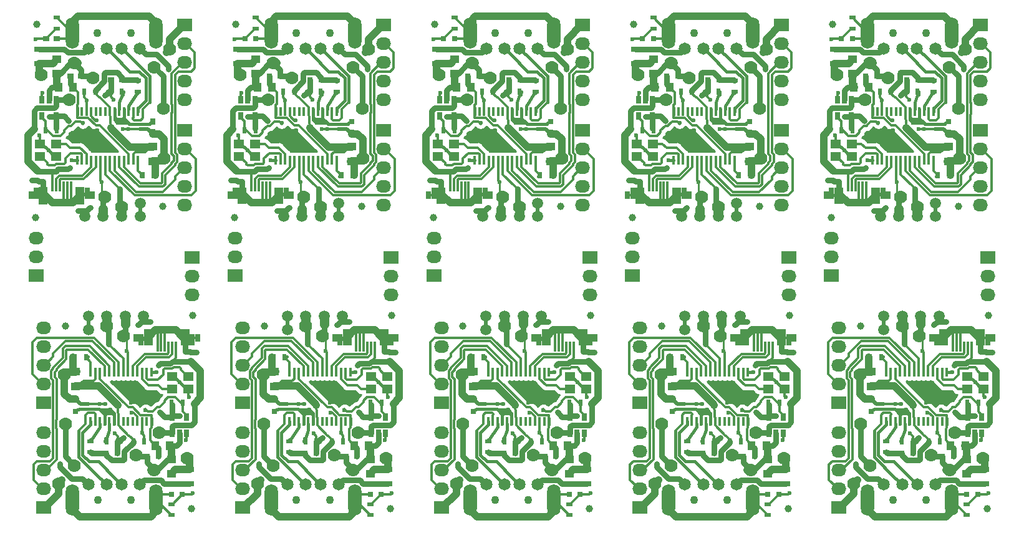
<source format=gtl>
%MOIN*%
%OFA0B0*%
%FSLAX46Y46*%
%IPPOS*%
%LPD*%
%AMREC80*
4,1,3,
0.014763779527559053,0.015748031496062995,
-0.014763779527559058,0.015748031496062992,
-0.014763779527559053,-0.015748031496062995,
0.014763779527559058,-0.015748031496062992,
0*%
%AMREC90*
4,1,3,
0.04,0.034000000000000009,
-0.04,0.033999999999999996,
-0.04,-0.034000000000000009,
0.04,-0.033999999999999996,
0*%
%AMREC100*
4,1,3,
0.0098425196850393682,0.017716535433070869,
-0.0098425196850393734,0.017716535433070866,
-0.0098425196850393682,-0.017716535433070869,
0.0098425196850393734,-0.017716535433070866,
0*%
%AMREC110*
4,1,3,
0.017716535433070866,0.0098425196850393734,
-0.017716535433070869,0.0098425196850393682,
-0.017716535433070866,-0.0098425196850393734,
0.017716535433070869,-0.0098425196850393682,
0*%
%AMREC120*
4,1,3,
0.012795275590551181,0.020866141732283468,
-0.012795275590551184,0.020866141732283468,
-0.012795275590551181,-0.020866141732283468,
0.012795275590551184,-0.020866141732283468,
0*%
%AMREC130*
4,1,3,
0.0059055118110236185,0.027559055118110236,
-0.0059055118110236254,0.027559055118110236,
-0.0059055118110236185,-0.027559055118110236,
0.0059055118110236254,-0.027559055118110236,
0*%
%AMREC140*
4,1,3,
0.024606299212598423,0.0452755905511811,
-0.02460629921259843,0.0452755905511811,
-0.024606299212598423,-0.0452755905511811,
0.02460629921259843,-0.0452755905511811,
0*%
%AMREC150*
4,1,3,
0.013779527559055114,0.031496062992125991,
-0.013779527559055123,0.031496062992125991,
-0.013779527559055114,-0.031496062992125991,
0.013779527559055123,-0.031496062992125991,
0*%
%AMREC160*
4,1,3,
0.013779527559055116,0.021653543307086617,
-0.01377952755905512,0.021653543307086617,
-0.013779527559055116,-0.021653543307086617,
0.01377952755905512,-0.021653543307086617,
0*%
%AMREC170*
4,1,3,
0.0059999999999999975,0.022500000000000003,
-0.0060000000000000036,0.022500000000000003,
-0.0059999999999999975,-0.022500000000000003,
0.0060000000000000036,-0.022500000000000003,
0*%
%AMREC180*
4,1,3,
0.024606299212598423,0.019685039370078747,
-0.02460629921259843,0.01968503937007874,
-0.024606299212598423,-0.019685039370078747,
0.02460629921259843,-0.01968503937007874,
0*%
%AMREC190*
4,1,3,
0.01968503937007874,0.02460629921259843,
-0.019685039370078747,0.024606299212598423,
-0.01968503937007874,-0.02460629921259843,
0.019685039370078747,-0.024606299212598423,
0*%
%AMREC200*
4,1,3,
0.015748031496062992,0.014763779527559058,
-0.015748031496062995,0.014763779527559053,
-0.015748031496062992,-0.014763779527559058,
0.015748031496062995,-0.014763779527559053,
0*%
%AMREC210*
4,1,3,
0.025590551181102365,0.01377952755905512,
-0.025590551181102365,0.013779527559055116,
-0.025590551181102365,-0.01377952755905512,
0.025590551181102365,-0.013779527559055116,
0*%
%AMREC220*
4,1,3,
0.027559055118110232,0.023622047244094491,
-0.027559055118110239,0.023622047244094484,
-0.027559055118110232,-0.023622047244094491,
0.027559055118110239,-0.023622047244094484,
0*%
%ADD10C,0.03937007874015748*%
%ADD11R,0.029527559055118113X0.031496062992125991*%
%ADD12R,0.08X0.068*%
%ADD13O,0.08X0.068*%
%ADD14R,0.01968503937007874X0.035433070866141732*%
%ADD15R,0.035433070866141732X0.01968503937007874*%
%ADD16R,0.025590551181102365X0.041732283464566935*%
%ADD17R,0.011811023622047244X0.055118110236220472*%
%ADD18R,0.049212598425196853X0.0905511811023622*%
%ADD19R,0.027559055118110236X0.062992125984251982*%
%ADD20R,0.027559055118110236X0.043307086614173235*%
%ADD21C,0.064960629921259838*%
%ADD22C,0.043307086614173235*%
%ADD23O,0.070866141732283464X0.16929133858267717*%
%ADD24R,0.012000000000000002X0.045000000000000005*%
%ADD25R,0.049212598425196853X0.03937007874015748*%
%ADD26R,0.03937007874015748X0.049212598425196853*%
%ADD27R,0.031496062992125991X0.029527559055118113*%
%ADD28R,0.051181102362204731X0.027559055118110236*%
%ADD29R,0.055118110236220472X0.047244094488188976*%
%ADD30C,0.059055118110236227*%
%ADD31C,0.023622047244094488*%
%ADD32C,0.07*%
%ADD33C,0.02*%
%ADD34C,0.00984251968503937*%
%ADD35C,0.030000000000000002*%
%ADD36C,0.04*%
%ADD37C,0.012000000000000002*%
%ADD38C,0.015000000000000001*%
%ADD39C,0.05*%
%ADD40C,0.01*%
%ADD51C,0.03937007874015748*%
%ADD52R,0.029527559055118113X0.031496062992125991*%
%ADD53R,0.08X0.068*%
%ADD54O,0.08X0.068*%
%ADD55R,0.01968503937007874X0.035433070866141732*%
%ADD56R,0.035433070866141732X0.01968503937007874*%
%ADD57R,0.025590551181102365X0.041732283464566935*%
%ADD58R,0.011811023622047244X0.055118110236220472*%
%ADD59R,0.049212598425196853X0.0905511811023622*%
%ADD60R,0.027559055118110236X0.062992125984251982*%
%ADD61R,0.027559055118110236X0.043307086614173235*%
%ADD62C,0.064960629921259838*%
%ADD63C,0.043307086614173235*%
%ADD64O,0.070866141732283464X0.16929133858267717*%
%ADD65R,0.012000000000000002X0.045000000000000005*%
%ADD66R,0.049212598425196853X0.03937007874015748*%
%ADD67R,0.03937007874015748X0.049212598425196853*%
%ADD68R,0.031496062992125991X0.029527559055118113*%
%ADD69R,0.051181102362204731X0.027559055118110236*%
%ADD70R,0.055118110236220472X0.047244094488188976*%
%ADD71C,0.059055118110236227*%
%ADD72C,0.023622047244094488*%
%ADD73C,0.07*%
%ADD74C,0.02*%
%ADD75C,0.00984251968503937*%
%ADD76C,0.030000000000000002*%
%ADD77C,0.04*%
%ADD78C,0.012000000000000002*%
%ADD79C,0.015000000000000001*%
%ADD80C,0.05*%
%ADD81C,0.01*%
%ADD82C,0.03937007874015748*%
%ADD83R,0.029527559055118113X0.031496062992125991*%
%ADD84R,0.08X0.068*%
%ADD85O,0.08X0.068*%
%ADD86R,0.01968503937007874X0.035433070866141732*%
%ADD87R,0.035433070866141732X0.01968503937007874*%
%ADD88R,0.025590551181102365X0.041732283464566935*%
%ADD89R,0.011811023622047244X0.055118110236220472*%
%ADD90R,0.049212598425196853X0.0905511811023622*%
%ADD91R,0.027559055118110236X0.062992125984251982*%
%ADD92R,0.027559055118110236X0.043307086614173235*%
%ADD93C,0.064960629921259838*%
%ADD94C,0.043307086614173235*%
%ADD95O,0.070866141732283464X0.16929133858267717*%
%ADD96R,0.012000000000000002X0.045000000000000005*%
%ADD97R,0.049212598425196853X0.03937007874015748*%
%ADD98R,0.03937007874015748X0.049212598425196853*%
%ADD99R,0.031496062992125991X0.029527559055118113*%
%ADD100R,0.051181102362204731X0.027559055118110236*%
%ADD101R,0.055118110236220472X0.047244094488188976*%
%ADD102C,0.059055118110236227*%
%ADD103C,0.023622047244094488*%
%ADD104C,0.07*%
%ADD105C,0.02*%
%ADD106C,0.00984251968503937*%
%ADD107C,0.030000000000000002*%
%ADD108C,0.04*%
%ADD109C,0.012000000000000002*%
%ADD110C,0.015000000000000001*%
%ADD111C,0.05*%
%ADD112C,0.01*%
%ADD113C,0.03937007874015748*%
%AMCOMP59*
4,1,3,
0.014763779527559053,0.015748031496062995,
-0.014763779527559058,0.015748031496062992,
-0.014763779527559053,-0.015748031496062995,
0.014763779527559058,-0.015748031496062992,
0*%
%ADD114COMP59*%
%AMCOMP60*
4,1,3,
0.04,0.034000000000000009,
-0.04,0.033999999999999996,
-0.04,-0.034000000000000009,
0.04,-0.033999999999999996,
0*%
%ADD115COMP60*%
%ADD116O,0.08X0.068*%
%AMCOMP61*
4,1,3,
0.0098425196850393682,0.017716535433070869,
-0.0098425196850393734,0.017716535433070866,
-0.0098425196850393682,-0.017716535433070869,
0.0098425196850393734,-0.017716535433070866,
0*%
%ADD117COMP61*%
%AMCOMP62*
4,1,3,
0.017716535433070866,0.0098425196850393734,
-0.017716535433070869,0.0098425196850393682,
-0.017716535433070866,-0.0098425196850393734,
0.017716535433070869,-0.0098425196850393682,
0*%
%ADD118COMP62*%
%AMCOMP63*
4,1,3,
0.012795275590551181,0.020866141732283468,
-0.012795275590551184,0.020866141732283468,
-0.012795275590551181,-0.020866141732283468,
0.012795275590551184,-0.020866141732283468,
0*%
%ADD119COMP63*%
%AMCOMP64*
4,1,3,
0.0059055118110236185,0.027559055118110236,
-0.0059055118110236254,0.027559055118110236,
-0.0059055118110236185,-0.027559055118110236,
0.0059055118110236254,-0.027559055118110236,
0*%
%ADD120COMP64*%
%AMCOMP65*
4,1,3,
0.024606299212598423,0.0452755905511811,
-0.02460629921259843,0.0452755905511811,
-0.024606299212598423,-0.0452755905511811,
0.02460629921259843,-0.0452755905511811,
0*%
%ADD121COMP65*%
%AMCOMP66*
4,1,3,
0.013779527559055114,0.031496062992125991,
-0.013779527559055123,0.031496062992125991,
-0.013779527559055114,-0.031496062992125991,
0.013779527559055123,-0.031496062992125991,
0*%
%ADD122COMP66*%
%AMCOMP67*
4,1,3,
0.013779527559055116,0.021653543307086617,
-0.01377952755905512,0.021653543307086617,
-0.013779527559055116,-0.021653543307086617,
0.01377952755905512,-0.021653543307086617,
0*%
%ADD123COMP67*%
%ADD124C,0.064960629921259838*%
%ADD125C,0.043307086614173235*%
%ADD126O,0.070866141732283464X0.16929133858267717*%
%AMCOMP68*
4,1,3,
0.0059999999999999975,0.022500000000000003,
-0.0060000000000000036,0.022500000000000003,
-0.0059999999999999975,-0.022500000000000003,
0.0060000000000000036,-0.022500000000000003,
0*%
%ADD127COMP68*%
%AMCOMP69*
4,1,3,
0.024606299212598423,0.019685039370078747,
-0.02460629921259843,0.01968503937007874,
-0.024606299212598423,-0.019685039370078747,
0.02460629921259843,-0.01968503937007874,
0*%
%ADD128COMP69*%
%AMCOMP70*
4,1,3,
0.01968503937007874,0.02460629921259843,
-0.019685039370078747,0.024606299212598423,
-0.01968503937007874,-0.02460629921259843,
0.019685039370078747,-0.024606299212598423,
0*%
%ADD129COMP70*%
%AMCOMP71*
4,1,3,
0.015748031496062992,0.014763779527559058,
-0.015748031496062995,0.014763779527559053,
-0.015748031496062992,-0.014763779527559058,
0.015748031496062995,-0.014763779527559053,
0*%
%ADD130COMP71*%
%AMCOMP72*
4,1,3,
0.025590551181102365,0.01377952755905512,
-0.025590551181102365,0.013779527559055116,
-0.025590551181102365,-0.01377952755905512,
0.025590551181102365,-0.013779527559055116,
0*%
%ADD131COMP72*%
%AMCOMP73*
4,1,3,
0.027559055118110232,0.023622047244094491,
-0.027559055118110239,0.023622047244094484,
-0.027559055118110232,-0.023622047244094491,
0.027559055118110239,-0.023622047244094484,
0*%
%ADD132COMP73*%
%ADD133C,0.059055118110236227*%
%ADD134C,0.023622047244094488*%
%ADD135C,0.07*%
%ADD136C,0.02*%
%ADD137C,0.00984251968503937*%
%ADD138C,0.030000000000000002*%
%ADD139C,0.04*%
%ADD140C,0.012000000000000002*%
%ADD141C,0.015000000000000001*%
%ADD142C,0.05*%
%ADD143C,0.01*%
%ADD144C,0.03937007874015748*%
%ADD145R,0.029527559055118113X0.031496062992125991*%
%ADD146R,0.08X0.068*%
%ADD147O,0.08X0.068*%
%ADD148R,0.01968503937007874X0.035433070866141732*%
%ADD149R,0.035433070866141732X0.01968503937007874*%
%ADD150R,0.025590551181102365X0.041732283464566935*%
%ADD151R,0.011811023622047244X0.055118110236220472*%
%ADD152R,0.049212598425196853X0.0905511811023622*%
%ADD153R,0.027559055118110236X0.062992125984251982*%
%ADD154R,0.027559055118110236X0.043307086614173235*%
%ADD155C,0.064960629921259838*%
%ADD156C,0.043307086614173235*%
%ADD157O,0.070866141732283464X0.16929133858267717*%
%ADD158R,0.012000000000000002X0.045000000000000005*%
%ADD159R,0.049212598425196853X0.03937007874015748*%
%ADD160R,0.03937007874015748X0.049212598425196853*%
%ADD161R,0.031496062992125991X0.029527559055118113*%
%ADD162R,0.051181102362204731X0.027559055118110236*%
%ADD163R,0.055118110236220472X0.047244094488188976*%
%ADD164C,0.059055118110236227*%
%ADD165C,0.023622047244094488*%
%ADD166C,0.07*%
%ADD167C,0.02*%
%ADD168C,0.00984251968503937*%
%ADD169C,0.030000000000000002*%
%ADD170C,0.04*%
%ADD171C,0.012000000000000002*%
%ADD172C,0.015000000000000001*%
%ADD173C,0.05*%
%ADD174C,0.01*%
%ADD175C,0.03937007874015748*%
%ADD176R,0.029527559055118113X0.031496062992125991*%
%ADD177R,0.08X0.068*%
%ADD178O,0.08X0.068*%
%ADD179R,0.01968503937007874X0.035433070866141732*%
%ADD180R,0.035433070866141732X0.01968503937007874*%
%ADD181R,0.025590551181102365X0.041732283464566935*%
%ADD182R,0.011811023622047244X0.055118110236220472*%
%ADD183R,0.049212598425196853X0.0905511811023622*%
%ADD184R,0.027559055118110236X0.062992125984251982*%
%ADD185R,0.027559055118110236X0.043307086614173235*%
%ADD186C,0.064960629921259838*%
%ADD187C,0.043307086614173235*%
%ADD188O,0.070866141732283464X0.16929133858267717*%
%ADD189R,0.012000000000000002X0.045000000000000005*%
%ADD190R,0.049212598425196853X0.03937007874015748*%
%ADD191R,0.03937007874015748X0.049212598425196853*%
%ADD192R,0.031496062992125991X0.029527559055118113*%
%ADD193R,0.051181102362204731X0.027559055118110236*%
%ADD194R,0.055118110236220472X0.047244094488188976*%
%ADD195C,0.059055118110236227*%
%ADD196C,0.023622047244094488*%
%ADD197C,0.07*%
%ADD198C,0.02*%
%ADD199C,0.00984251968503937*%
%ADD200C,0.030000000000000002*%
%ADD201C,0.04*%
%ADD202C,0.012000000000000002*%
%ADD203C,0.015000000000000001*%
%ADD204C,0.05*%
%ADD205C,0.01*%
%ADD206C,0.03937007874015748*%
%ADD207R,0.029527559055118113X0.031496062992125991*%
%ADD208R,0.08X0.068*%
%ADD209O,0.08X0.068*%
%ADD210R,0.01968503937007874X0.035433070866141732*%
%ADD211R,0.035433070866141732X0.01968503937007874*%
%ADD212R,0.025590551181102365X0.041732283464566935*%
%ADD213R,0.011811023622047244X0.055118110236220472*%
%ADD214R,0.049212598425196853X0.0905511811023622*%
%ADD215R,0.027559055118110236X0.062992125984251982*%
%ADD216R,0.027559055118110236X0.043307086614173235*%
%ADD217C,0.064960629921259838*%
%ADD218C,0.043307086614173235*%
%ADD219O,0.070866141732283464X0.16929133858267717*%
%ADD220R,0.012000000000000002X0.045000000000000005*%
%ADD221R,0.049212598425196853X0.03937007874015748*%
%ADD222R,0.03937007874015748X0.049212598425196853*%
%ADD223R,0.031496062992125991X0.029527559055118113*%
%ADD224R,0.051181102362204731X0.027559055118110236*%
%ADD225R,0.055118110236220472X0.047244094488188976*%
%ADD226C,0.059055118110236227*%
%ADD227C,0.023622047244094488*%
%ADD228C,0.07*%
%ADD229C,0.02*%
%ADD230C,0.00984251968503937*%
%ADD231C,0.030000000000000002*%
%ADD232C,0.04*%
%ADD233C,0.012000000000000002*%
%ADD234C,0.015000000000000001*%
%ADD235C,0.05*%
%ADD236C,0.01*%
%ADD237C,0.03937007874015748*%
%ADD238R,0.029527559055118113X0.031496062992125991*%
%ADD239R,0.08X0.068*%
%ADD240O,0.08X0.068*%
%ADD241R,0.01968503937007874X0.035433070866141732*%
%ADD242R,0.035433070866141732X0.01968503937007874*%
%ADD243R,0.025590551181102365X0.041732283464566935*%
%ADD244R,0.011811023622047244X0.055118110236220472*%
%ADD245R,0.049212598425196853X0.0905511811023622*%
%ADD246R,0.027559055118110236X0.062992125984251982*%
%ADD247R,0.027559055118110236X0.043307086614173235*%
%ADD248C,0.064960629921259838*%
%ADD249C,0.043307086614173235*%
%ADD250O,0.070866141732283464X0.16929133858267717*%
%ADD251R,0.012000000000000002X0.045000000000000005*%
%ADD252R,0.049212598425196853X0.03937007874015748*%
%ADD253R,0.03937007874015748X0.049212598425196853*%
%ADD254R,0.031496062992125991X0.029527559055118113*%
%ADD255R,0.051181102362204731X0.027559055118110236*%
%ADD256R,0.055118110236220472X0.047244094488188976*%
%ADD257C,0.059055118110236227*%
%ADD258C,0.023622047244094488*%
%ADD259C,0.07*%
%ADD260C,0.02*%
%ADD261C,0.00984251968503937*%
%ADD262C,0.030000000000000002*%
%ADD263C,0.04*%
%ADD264C,0.012000000000000002*%
%ADD265C,0.015000000000000001*%
%ADD266C,0.05*%
%ADD267C,0.01*%
%ADD268C,0.03937007874015748*%
%ADD269R,0.029527559055118113X0.031496062992125991*%
%ADD270R,0.08X0.068*%
%ADD271O,0.08X0.068*%
%ADD272R,0.01968503937007874X0.035433070866141732*%
%ADD273R,0.035433070866141732X0.01968503937007874*%
%ADD274R,0.025590551181102365X0.041732283464566935*%
%ADD275R,0.011811023622047244X0.055118110236220472*%
%ADD276R,0.049212598425196853X0.0905511811023622*%
%ADD277R,0.027559055118110236X0.062992125984251982*%
%ADD278R,0.027559055118110236X0.043307086614173235*%
%ADD279C,0.064960629921259838*%
%ADD280C,0.043307086614173235*%
%ADD281O,0.070866141732283464X0.16929133858267717*%
%ADD282R,0.012000000000000002X0.045000000000000005*%
%ADD283R,0.049212598425196853X0.03937007874015748*%
%ADD284R,0.03937007874015748X0.049212598425196853*%
%ADD285R,0.031496062992125991X0.029527559055118113*%
%ADD286R,0.051181102362204731X0.027559055118110236*%
%ADD287R,0.055118110236220472X0.047244094488188976*%
%ADD288C,0.059055118110236227*%
%ADD289C,0.023622047244094488*%
%ADD290C,0.07*%
%ADD291C,0.02*%
%ADD292C,0.00984251968503937*%
%ADD293C,0.030000000000000002*%
%ADD294C,0.04*%
%ADD295C,0.012000000000000002*%
%ADD296C,0.015000000000000001*%
%ADD297C,0.05*%
%ADD298C,0.01*%
%ADD299C,0.03937007874015748*%
%ADD300R,0.029527559055118113X0.031496062992125991*%
%ADD301R,0.08X0.068*%
%ADD302O,0.08X0.068*%
%ADD303R,0.01968503937007874X0.035433070866141732*%
%ADD304R,0.035433070866141732X0.01968503937007874*%
%ADD305R,0.025590551181102365X0.041732283464566935*%
%ADD306R,0.011811023622047244X0.055118110236220472*%
%ADD307R,0.049212598425196853X0.0905511811023622*%
%ADD308R,0.027559055118110236X0.062992125984251982*%
%ADD309R,0.027559055118110236X0.043307086614173235*%
%ADD310C,0.064960629921259838*%
%ADD311C,0.043307086614173235*%
%ADD312O,0.070866141732283464X0.16929133858267717*%
%ADD313R,0.012000000000000002X0.045000000000000005*%
%ADD314R,0.049212598425196853X0.03937007874015748*%
%ADD315R,0.03937007874015748X0.049212598425196853*%
%ADD316R,0.031496062992125991X0.029527559055118113*%
%ADD317R,0.051181102362204731X0.027559055118110236*%
%ADD318R,0.055118110236220472X0.047244094488188976*%
%ADD319C,0.059055118110236227*%
%ADD320C,0.023622047244094488*%
%ADD321C,0.07*%
%ADD322C,0.02*%
%ADD323C,0.00984251968503937*%
%ADD324C,0.030000000000000002*%
%ADD325C,0.04*%
%ADD326C,0.012000000000000002*%
%ADD327C,0.015000000000000001*%
%ADD328C,0.05*%
%ADD329C,0.01*%
G01G01*
D10*
X0000787401Y0000374015D02*
X0001206795Y0001371157D03*
D11*
X0000580929Y0000858060D03*
X0000580929Y0000917115D03*
D10*
X0000526086Y0001313677D03*
D12*
X0001205220Y0001681000D03*
D13*
X0001205220Y0001580999D03*
X0001205220Y0001481000D03*
D14*
X0001094590Y0000904622D03*
X0001153645Y0000904622D03*
X0000576401Y0001147587D03*
X0000635456Y0001147587D03*
D15*
X0000660929Y0000640560D03*
X0000660929Y0000699615D03*
D14*
X0000805456Y0000700087D03*
X0000746401Y0000700087D03*
X0000888901Y0000700087D03*
X0000947956Y0000700087D03*
D16*
X0001098527Y0000743204D03*
X0001135929Y0000743204D03*
X0001173330Y0000743204D03*
X0001173330Y0000829818D03*
X0001098527Y0000829818D03*
D17*
X0001117188Y0001205803D03*
X0001097503Y0001205803D03*
X0001077818Y0001205803D03*
X0001058133Y0001205803D03*
X0001038448Y0001205803D03*
X0001018763Y0001205803D03*
D18*
X0000969551Y0001255015D03*
D19*
X0000931165Y0001241236D03*
D20*
X0000903606Y0001251078D03*
D18*
X0001166401Y0001255015D03*
D19*
X0001204787Y0001241236D03*
D20*
X0001232346Y0001251078D03*
D12*
X0000409551Y0000906196D03*
D13*
X0000409551Y0001006196D03*
X0000409551Y0001106196D03*
X0000409551Y0001206196D03*
X0000409551Y0001306196D03*
D12*
X0000409551Y0000343598D03*
D13*
X0000409551Y0000443598D03*
X0000409551Y0000543598D03*
X0000409551Y0000643598D03*
X0000409551Y0000743598D03*
D21*
X0000826874Y0000467614D03*
X0000925299Y0000467614D03*
X0000748133Y0000467614D03*
X0000649708Y0000467614D03*
D22*
X0000876086Y0000384937D03*
X0000698921Y0000384937D03*
D23*
X0000563094Y0000384937D03*
X0001011913Y0000384937D03*
D24*
X0000985929Y0001067587D03*
X0000960929Y0001067587D03*
X0000935929Y0001067587D03*
X0000910929Y0001067587D03*
X0000885929Y0001067587D03*
X0000860929Y0001067587D03*
X0000835929Y0001067587D03*
X0000810929Y0001067587D03*
X0000785929Y0001067587D03*
X0000760929Y0001067587D03*
X0000735929Y0001067587D03*
X0000710929Y0001067587D03*
X0000685929Y0001067587D03*
X0000660929Y0001067587D03*
X0000660929Y0000805087D03*
X0000685929Y0000805087D03*
X0000710929Y0000805087D03*
X0000735929Y0000805087D03*
X0000760929Y0000805087D03*
X0000785929Y0000805087D03*
X0000810929Y0000805087D03*
X0000835929Y0000805087D03*
X0000860929Y0000805087D03*
X0000885929Y0000805087D03*
X0000910929Y0000805087D03*
X0000935929Y0000805087D03*
X0000960929Y0000805087D03*
X0000985929Y0000805087D03*
D10*
X0001200889Y0000337692D03*
D25*
X0001093015Y0000524307D03*
X0001093015Y0000603047D03*
X0000580929Y0000993217D03*
X0000580929Y0001071957D03*
D26*
X0001006401Y0000675881D03*
X0001085141Y0000675881D03*
D27*
X0001022149Y0000616826D03*
X0000963094Y0000616826D03*
D28*
X0001189078Y0000473125D03*
X0001189078Y0000547929D03*
D27*
X0000803645Y0000634543D03*
X0000744590Y0000634543D03*
X0001152070Y0000416039D03*
X0001093015Y0000416039D03*
D15*
X0001093015Y0000362889D03*
X0001093015Y0000303834D03*
D29*
X0001096401Y0000978086D03*
X0001183015Y0000978086D03*
X0001183015Y0001045015D03*
X0001096401Y0001045015D03*
D30*
X0000944590Y0001367220D03*
X0000846165Y0001367220D03*
X0000747740Y0001367220D03*
X0000649314Y0001367220D03*
X0000649314Y0001295960D03*
D31*
X0001227401Y0001174015D03*
X0001197401Y0001174015D03*
X0001197401Y0001174015D03*
X0001166401Y0001179740D03*
X0001116401Y0001294015D03*
X0001086401Y0001294015D03*
X0001187401Y0000934015D03*
X0001137401Y0001014015D03*
X0001013829Y0001067587D03*
X0001047401Y0001294015D03*
X0000876086Y0000904622D03*
X0001206795Y0000420370D03*
D32*
X0000902339Y0000626455D03*
D31*
X0000836690Y0000719609D03*
D32*
X0001000305Y0000546583D03*
D31*
X0000789640Y0000741587D03*
X0000498133Y0000579818D03*
D32*
X0000520930Y0001054996D03*
D31*
X0000645771Y0000898716D03*
X0000710732Y0000898025D03*
X0000740259Y0000898025D03*
D32*
X0001178021Y0000608592D03*
D31*
X0001135929Y0000833755D03*
X0000768429Y0000867587D03*
X0001029629Y0000855921D03*
D32*
X0000837830Y0001260935D03*
D31*
X0000854771Y0001181632D03*
D32*
X0000747740Y0001316433D03*
D31*
X0000758493Y0001218435D03*
X0000880365Y0000851283D03*
X0000954931Y0000864858D03*
X0001169787Y0000705409D03*
X0000935929Y0000746747D03*
X0000980811Y0001337299D03*
X0000915063Y0001320370D03*
D32*
X0001027401Y0000744015D03*
D31*
X0001023803Y0001105015D03*
X0001056401Y0001114015D03*
X0001087401Y0001114015D03*
D32*
X0000574905Y0000568007D03*
X0000525523Y0000790224D03*
X0000489551Y0000471627D03*
D33*
X0000649314Y0001295960D02*
X0000649314Y0001367220D01*
D34*
X0000649314Y0001367220D02*
X0000649314Y0001314464D01*
X0000931165Y0001241236D02*
X0000955771Y0001241236D01*
X0000955771Y0001241236D02*
X0000969551Y0001255015D01*
X0000903606Y0001251078D02*
X0000921322Y0001251078D01*
X0000921322Y0001251078D02*
X0000931165Y0001241236D01*
X0001166401Y0001255015D02*
X0001191007Y0001255015D01*
X0001191007Y0001255015D02*
X0001204787Y0001241236D01*
X0001232346Y0001251078D02*
X0001214629Y0001251078D01*
X0001214629Y0001251078D02*
X0001204787Y0001241236D01*
D35*
X0001227401Y0001174015D02*
X0001197401Y0001174015D01*
X0001166401Y0001179740D02*
X0001191677Y0001179740D01*
X0001191677Y0001179740D02*
X0001197401Y0001174015D01*
X0001167401Y0001178740D02*
X0001166401Y0001179740D01*
X0001166401Y0001255015D02*
X0001166401Y0001179740D01*
D36*
X0001036401Y0001294015D02*
X0001056401Y0001294015D01*
X0001056401Y0001294015D02*
X0001116401Y0001294015D01*
D37*
X0001058133Y0001205803D02*
X0001058133Y0001292283D01*
X0001058133Y0001292283D02*
X0001056401Y0001294015D01*
D36*
X0001007401Y0001294015D02*
X0001036401Y0001294015D01*
D37*
X0001038448Y0001205803D02*
X0001038448Y0001291968D01*
X0001038448Y0001291968D02*
X0001036401Y0001294015D01*
X0001018763Y0001205803D02*
X0001018763Y0001282653D01*
X0001018763Y0001282653D02*
X0001007401Y0001294015D01*
D36*
X0001166401Y0001255015D02*
X0001155401Y0001255015D01*
X0001155401Y0001255015D02*
X0001116401Y0001294015D01*
X0000969551Y0001256165D02*
X0001007401Y0001294015D01*
X0000969551Y0001255015D02*
X0000969551Y0001256165D01*
D37*
X0001183015Y0000978086D02*
X0001183015Y0000938401D01*
X0001183015Y0000938401D02*
X0001187401Y0000934015D01*
X0000903606Y0001251078D02*
X0000965614Y0001251078D01*
X0001232346Y0001251078D02*
X0001170338Y0001251078D01*
D38*
X0000876086Y0000904622D02*
X0000876086Y0000921325D01*
X0000876086Y0000921325D02*
X0000873396Y0000924015D01*
X0001137401Y0001014015D02*
X0001173330Y0000978086D01*
X0001173330Y0000978086D02*
X0001183015Y0000978086D01*
X0001096401Y0001045015D02*
X0001106401Y0001045015D01*
X0001106401Y0001045015D02*
X0001137401Y0001014015D01*
X0000985929Y0001067587D02*
X0001013829Y0001067587D01*
D37*
X0001041244Y0001287858D02*
X0001047401Y0001294015D01*
X0000976480Y0000904622D02*
X0000994196Y0000922338D01*
X0000994196Y0000922338D02*
X0001023724Y0000922338D01*
X0000876086Y0000904622D02*
X0000976480Y0000904622D01*
X0000710732Y0000898025D02*
X0000740259Y0000898025D01*
X0000645771Y0000898716D02*
X0000710041Y0000898716D01*
X0000710041Y0000898716D02*
X0000710732Y0000898025D01*
X0001202464Y0000416039D02*
X0001206795Y0000420370D01*
X0001152070Y0000416039D02*
X0001202464Y0000416039D01*
X0001093015Y0000362889D02*
X0001098921Y0000362889D01*
X0001098921Y0000362889D02*
X0001152070Y0000416039D01*
D35*
X0000911968Y0000616826D02*
X0000902339Y0000626455D01*
X0000963094Y0000616826D02*
X0000911968Y0000616826D01*
X0000803645Y0000634543D02*
X0000803645Y0000698276D01*
X0000803645Y0000698276D02*
X0000805456Y0000700087D01*
X0000963094Y0000616826D02*
X0000963094Y0000583794D01*
X0000963094Y0000583794D02*
X0001000305Y0000546583D01*
D36*
X0001000305Y0000546583D02*
X0000982269Y0000546583D01*
D35*
X0000824879Y0000707798D02*
X0000836690Y0000719609D01*
X0000805456Y0000700087D02*
X0000817168Y0000700087D01*
X0000817168Y0000700087D02*
X0000824879Y0000707798D01*
X0001024179Y0000550291D02*
X0001004013Y0000550291D01*
X0001004013Y0000550291D02*
X0001000305Y0000546583D01*
X0001093015Y0000601077D02*
X0001074965Y0000601077D01*
X0001074965Y0000601077D02*
X0001024179Y0000550291D01*
X0001083171Y0000675881D02*
X0001119472Y0000675881D01*
X0001119472Y0000675881D02*
X0001135929Y0000692338D01*
X0001135929Y0000692338D02*
X0001135929Y0000743204D01*
D36*
X0001093015Y0000601077D02*
X0001093015Y0000666037D01*
X0001093015Y0000666037D02*
X0001083171Y0000675881D01*
D37*
X0000805456Y0000700087D02*
X0000805456Y0000725772D01*
X0000805456Y0000725772D02*
X0000789640Y0000741587D01*
D35*
X0000498133Y0000563115D02*
X0000498133Y0000579818D01*
X0000617228Y0000500094D02*
X0000561155Y0000500094D01*
X0000561155Y0000500094D02*
X0000498133Y0000563115D01*
X0000649708Y0000467614D02*
X0000617228Y0000500094D01*
D36*
X0000580929Y0000924987D02*
X0000549278Y0000924987D01*
X0000520930Y0000953335D02*
X0000520930Y0001054996D01*
X0000549278Y0000924987D02*
X0000520930Y0000953335D01*
X0000580929Y0001069987D02*
X0000535922Y0001069987D01*
X0000535922Y0001069987D02*
X0000520930Y0001054996D01*
D33*
X0000645771Y0000898716D02*
X0000607200Y0000898716D01*
X0000607200Y0000898716D02*
X0000580929Y0000924987D01*
D36*
X0000568529Y0001147587D02*
X0000568529Y0001082387D01*
X0000568529Y0001082387D02*
X0000580929Y0001069987D01*
X0000585929Y0001072587D02*
X0000580929Y0001069987D01*
D37*
X0000810929Y0000702487D02*
X0000813329Y0000700087D01*
D36*
X0000800489Y0000898272D02*
X0000805709Y0000893052D01*
X0000703573Y0000995187D02*
X0000800489Y0000898272D01*
X0000580929Y0000995187D02*
X0000703573Y0000995187D01*
D35*
X0000744590Y0000634543D02*
X0000666946Y0000634543D01*
X0000666946Y0000634543D02*
X0000660929Y0000640560D01*
X0000834949Y0000597535D02*
X0000772341Y0000597535D01*
X0000772341Y0000597535D02*
X0000744590Y0000625286D01*
X0000744590Y0000625286D02*
X0000744590Y0000634543D01*
X0000888901Y0000692213D02*
X0000840393Y0000643706D01*
X0000888901Y0000700087D02*
X0000888901Y0000692213D01*
X0000840393Y0000643706D02*
X0000840393Y0000602979D01*
X0000840393Y0000602979D02*
X0000834949Y0000597535D01*
D37*
X0000864679Y0000729804D02*
X0000867058Y0000729804D01*
X0000810929Y0000805087D02*
X0000810929Y0000783554D01*
X0000810929Y0000783554D02*
X0000864679Y0000729804D01*
X0000867058Y0000729804D02*
X0000888901Y0000707961D01*
X0000888901Y0000707961D02*
X0000888901Y0000700087D01*
X0000580929Y0000995187D02*
X0000594605Y0000995187D01*
X0000594605Y0000995187D02*
X0000622149Y0001022732D01*
X0000622149Y0001022732D02*
X0000675573Y0001022732D01*
X0000675573Y0001022732D02*
X0000685929Y0001033087D01*
X0000685929Y0001033087D02*
X0000685929Y0001067587D01*
X0000810929Y0000898272D02*
X0000805709Y0000893052D01*
X0000805709Y0000893052D02*
X0000810929Y0000805087D01*
D38*
X0000580929Y0000992587D02*
X0000575929Y0000997587D01*
X0000575929Y0000997587D02*
X0000580929Y0000995187D01*
D37*
X0000980401Y0000703852D02*
X0001008371Y0000675881D01*
X0000980401Y0000765060D02*
X0000980401Y0000703852D01*
X0000985929Y0000770587D02*
X0000980401Y0000765060D01*
X0000985929Y0000805087D02*
X0000985929Y0000770587D01*
X0000863205Y0000880810D02*
X0000885762Y0000880810D01*
X0000710929Y0001033087D02*
X0000710929Y0001067587D01*
X0000863205Y0000880810D02*
X0000710929Y0001033087D01*
X0000926985Y0000839587D02*
X0000885762Y0000880810D01*
X0000985929Y0000839587D02*
X0000926985Y0000839587D01*
X0000985929Y0000805087D02*
X0000985929Y0000839587D01*
D35*
X0001022149Y0000616826D02*
X0001022149Y0000660133D01*
X0001022149Y0000660133D02*
X0001006401Y0000675881D01*
D38*
X0000985929Y0000805087D02*
X0000985929Y0000790087D01*
X0000985929Y0000822587D02*
X0000985929Y0000787587D01*
X0000985929Y0000787587D02*
X0000985929Y0000792587D01*
X0000599314Y0000870972D02*
X0000595929Y0000867587D01*
X0000707544Y0000870972D02*
X0000599314Y0000870972D01*
X0000710929Y0000867587D02*
X0000707544Y0000870972D01*
D37*
X0000595929Y0000867587D02*
X0000590456Y0000867587D01*
X0000590456Y0000867587D02*
X0000580929Y0000858060D01*
D36*
X0001189078Y0000547927D02*
X0001114666Y0000547927D01*
X0001114666Y0000547927D02*
X0001093015Y0000526277D01*
X0001189078Y0000547927D02*
X0001189078Y0000597535D01*
X0001189078Y0000597535D02*
X0001178021Y0000608592D01*
D35*
X0001135929Y0000833755D02*
X0001102464Y0000833755D01*
X0001102464Y0000833755D02*
X0001098527Y0000829818D01*
X0001098527Y0000829818D02*
X0001098527Y0000896748D01*
X0001098527Y0000829818D02*
X0001055732Y0000829818D01*
X0001055732Y0000829818D02*
X0001029629Y0000855921D01*
D38*
X0000785929Y0000792587D02*
X0000785929Y0000822587D01*
X0000785929Y0000822587D02*
X0000785929Y0000837587D01*
X0000735929Y0000860087D02*
X0000770929Y0000860087D01*
X0000770929Y0000860087D02*
X0000770929Y0000865087D01*
X0000775929Y0000847587D02*
X0000785929Y0000837587D01*
X0000735929Y0000842587D02*
X0000710929Y0000867587D01*
X0000735929Y0000830087D02*
X0000735929Y0000860087D01*
X0000735929Y0000860087D02*
X0000735929Y0000867587D01*
X0000768429Y0000867587D02*
X0000735929Y0000867587D01*
X0000735929Y0000867587D02*
X0000710929Y0000867587D01*
X0000785929Y0000837587D02*
X0000785929Y0000850087D01*
X0000785929Y0000850087D02*
X0000770929Y0000865087D01*
X0000770929Y0000865087D02*
X0000768429Y0000867587D01*
X0000735929Y0000840087D02*
X0000743429Y0000847587D01*
X0000743429Y0000847587D02*
X0000775929Y0000847587D01*
X0000735929Y0000805087D02*
X0000735929Y0000840087D01*
X0000735929Y0000805087D02*
X0000735929Y0000842587D01*
X0000735929Y0000792587D02*
X0000735929Y0000822587D01*
X0000735929Y0000792587D02*
X0000735929Y0000830087D01*
X0000735929Y0000830087D02*
X0000735929Y0000827587D01*
D37*
X0001097503Y0001164652D02*
X0001097503Y0001166244D01*
X0001081095Y0001148243D02*
X0001097503Y0001164652D01*
X0000957541Y0001148243D02*
X0001081095Y0001148243D01*
X0000910929Y0001101631D02*
X0000957541Y0001148243D01*
X0001097503Y0001166244D02*
X0001097503Y0001205803D01*
X0000910929Y0001067587D02*
X0000910929Y0001101631D01*
X0000910929Y0001067587D02*
X0000910929Y0001089339D01*
X0000885929Y0001067587D02*
X0000885929Y0001102087D01*
X0000885929Y0001102087D02*
X0000950085Y0001166244D01*
X0000950085Y0001166244D02*
X0001073639Y0001166244D01*
X0001073639Y0001166244D02*
X0001077818Y0001170423D01*
X0001077818Y0001170423D02*
X0001077818Y0001205803D01*
X0000885929Y0001089795D02*
X0000885929Y0001067587D01*
D34*
X0000854771Y0001243994D02*
X0000837830Y0001260935D01*
D35*
X0000846165Y0001269271D02*
X0000837830Y0001260935D01*
X0000846165Y0001367220D02*
X0000846165Y0001269271D01*
D34*
X0000854771Y0001181632D02*
X0000854771Y0001243994D01*
D39*
X0000846165Y0001367220D02*
X0000846165Y0001325462D01*
D37*
X0000860929Y0001175475D02*
X0000854771Y0001181632D01*
X0000860929Y0001067587D02*
X0000860929Y0001175475D01*
D34*
X0000758493Y0001218435D02*
X0000758493Y0001305679D01*
X0000758493Y0001305679D02*
X0000747740Y0001316433D01*
D35*
X0000758493Y0001218435D02*
X0000758493Y0001356466D01*
X0000758493Y0001356466D02*
X0000747740Y0001367220D01*
D39*
X0000747740Y0001367220D02*
X0000747740Y0001316433D01*
D37*
X0000770304Y0001206624D02*
X0000758493Y0001218435D01*
X0000835929Y0001141000D02*
X0000770304Y0001206624D01*
X0000835929Y0001067587D02*
X0000835929Y0001141000D01*
X0000810929Y0001067587D02*
X0000810929Y0001121488D01*
X0000403551Y0001006196D02*
X0000409551Y0001006196D01*
X0000810929Y0001121488D02*
X0000679086Y0001253331D01*
X0000679086Y0001253331D02*
X0000374401Y0001253331D01*
X0000374401Y0001253331D02*
X0000350496Y0001229425D01*
X0000350496Y0001229425D02*
X0000350496Y0001059251D01*
X0000350496Y0001059251D02*
X0000403551Y0001006196D01*
X0000415551Y0001106196D02*
X0000409551Y0001106196D01*
X0000461551Y0001152196D02*
X0000415551Y0001106196D01*
X0000461551Y0001168172D02*
X0000461551Y0001152196D01*
X0000528709Y0001235330D02*
X0000461551Y0001168172D01*
X0000671630Y0001235330D02*
X0000528709Y0001235330D01*
X0000785929Y0001067587D02*
X0000785929Y0001121032D01*
X0000785929Y0001121032D02*
X0000671630Y0001235330D01*
X0000514275Y0001195440D02*
X0000512978Y0001194143D01*
X0000760929Y0001067587D02*
X0000760929Y0001102087D01*
X0000760929Y0001102087D02*
X0000655638Y0001207377D01*
X0000655638Y0001207377D02*
X0000526212Y0001207377D01*
X0000526212Y0001207377D02*
X0000514275Y0001195440D01*
X0000450849Y0001076441D02*
X0000450849Y0001035952D01*
X0000356401Y0000490748D02*
X0000403551Y0000443598D01*
X0000450849Y0001035952D02*
X0000461551Y0001025250D01*
X0000461551Y0001087142D02*
X0000450849Y0001076441D01*
X0000460522Y0000820240D02*
X0000460522Y0000760208D01*
X0000374118Y0000591629D02*
X0000356401Y0000573913D01*
X0000461551Y0001092977D02*
X0000461551Y0001087142D01*
X0000512978Y0001194143D02*
X0000512978Y0001144404D01*
X0000512978Y0001144404D02*
X0000461551Y0001092977D01*
X0000461551Y0001025250D02*
X0000461551Y0000821269D01*
X0000461551Y0000608197D02*
X0000444984Y0000591629D01*
X0000461551Y0000821269D02*
X0000460522Y0000820240D01*
X0000460522Y0000760208D02*
X0000461551Y0000759179D01*
X0000356401Y0000573913D02*
X0000356401Y0000490748D01*
X0000461551Y0000759179D02*
X0000461551Y0000608197D01*
X0000444984Y0000591629D02*
X0000374118Y0000591629D01*
X0000403551Y0000443598D02*
X0000409551Y0000443598D01*
X0000648183Y0001189377D02*
X0000735929Y0001101631D01*
X0000480701Y0000601890D02*
X0000480701Y0000765486D01*
X0000480701Y0000765486D02*
X0000478523Y0000767664D01*
X0000478523Y0000767664D02*
X0000478523Y0000812785D01*
X0000478523Y0000812785D02*
X0000479552Y0000813813D01*
X0000530979Y0001186687D02*
X0000533668Y0001189377D01*
X0000533668Y0001189377D02*
X0000648183Y0001189377D01*
X0000530979Y0001136948D02*
X0000530979Y0001186687D01*
X0000479552Y0001085521D02*
X0000530979Y0001136948D01*
X0000735929Y0001101631D02*
X0000735929Y0001067587D01*
X0000468850Y0001043408D02*
X0000468850Y0001068985D01*
X0000479552Y0000813813D02*
X0000479552Y0001032706D01*
X0000479552Y0001032706D02*
X0000468850Y0001043408D01*
X0000422409Y0000543598D02*
X0000480701Y0000601890D01*
X0000468850Y0001068985D02*
X0000479552Y0001079686D01*
X0000479552Y0001079686D02*
X0000479552Y0001085521D01*
X0000409551Y0000543598D02*
X0000422409Y0000543598D01*
D38*
X0000660929Y0000788587D02*
X0000617929Y0000745587D01*
X0000617929Y0000745587D02*
X0000617929Y0000626463D01*
X0000617929Y0000626463D02*
X0000652762Y0000591629D01*
X0000652762Y0000591629D02*
X0000702858Y0000591629D01*
X0000702858Y0000591629D02*
X0000794393Y0000500094D01*
X0000794393Y0000500094D02*
X0000826874Y0000467614D01*
X0000660929Y0000805087D02*
X0000660929Y0000788587D01*
X0000660929Y0000792587D02*
X0000660929Y0000787587D01*
D37*
X0000685929Y0000805087D02*
X0000685929Y0000839587D01*
X0000645771Y0000851472D02*
X0000633960Y0000839661D01*
X0000685929Y0000839587D02*
X0000687110Y0000840769D01*
X0000687110Y0000840769D02*
X0000687110Y0000845566D01*
X0000687110Y0000845566D02*
X0000681204Y0000851472D01*
X0000633960Y0000791318D02*
X0000596928Y0000754286D01*
X0000681204Y0000851472D02*
X0000645771Y0000851472D01*
X0000633960Y0000839661D02*
X0000633960Y0000791318D01*
D38*
X0000596928Y0000616507D02*
X0000596928Y0000754286D01*
X0000713342Y0000500094D02*
X0000596928Y0000616507D01*
X0000715653Y0000500094D02*
X0000713342Y0000500094D01*
X0000748133Y0000467614D02*
X0000715653Y0000500094D01*
D35*
X0001129578Y0000473127D02*
X0001189078Y0000473127D01*
X0001053315Y0000473127D02*
X0001129578Y0000473127D01*
X0000948268Y0000490583D02*
X0001035859Y0000490583D01*
X0001035859Y0000490583D02*
X0001053315Y0000473127D01*
X0000925299Y0000467614D02*
X0000948268Y0000490583D01*
D37*
X0001098585Y0001087015D02*
X0001055456Y0001087015D01*
X0001055456Y0001087015D02*
X0001049079Y0001080637D01*
X0001143456Y0001087960D02*
X0001137401Y0001094015D01*
X0001105585Y0001094015D02*
X0001098585Y0001087015D01*
X0001137401Y0001094015D02*
X0001105585Y0001094015D01*
X0001143456Y0001080637D02*
X0001143456Y0001087960D01*
X0001022023Y0001028637D02*
X0001049079Y0001055693D01*
X0001049079Y0001055693D02*
X0001049079Y0001080637D01*
X0000965835Y0001028637D02*
X0001022023Y0001028637D01*
X0001183015Y0001045015D02*
X0001179078Y0001045015D01*
X0001179078Y0001045015D02*
X0001143456Y0001080637D01*
X0000960929Y0001033544D02*
X0000965835Y0001028637D01*
X0000960929Y0001067587D02*
X0000960929Y0001033544D01*
X0001024322Y0000999110D02*
X0001045346Y0000978086D01*
X0001045346Y0000978086D02*
X0001096401Y0000978086D01*
X0001024322Y0000999110D02*
X0000969906Y0000999110D01*
X0000969906Y0000999110D02*
X0000935929Y0001033087D01*
X0000935929Y0001033087D02*
X0000935929Y0001067587D01*
X0000966742Y0000859451D02*
X0000954931Y0000871262D01*
X0000994975Y0000859451D02*
X0000966742Y0000859451D01*
X0001018445Y0000882921D02*
X0000994975Y0000859451D01*
X0000910929Y0000805087D02*
X0000910929Y0000830187D01*
X0000910929Y0000830187D02*
X0000889833Y0000851283D01*
X0000889833Y0000851283D02*
X0000880365Y0000851283D01*
X0001031551Y0000882921D02*
X0001056003Y0000907373D01*
X0001056003Y0000907373D02*
X0001056003Y0000916433D01*
X0001016524Y0000881000D02*
X0001018445Y0000882921D01*
X0001018445Y0000882921D02*
X0001031551Y0000882921D01*
X0001114869Y0000934338D02*
X0001073908Y0000934338D01*
X0001073908Y0000934338D02*
X0001056003Y0000916433D01*
X0001153645Y0000904622D02*
X0001144585Y0000904622D01*
X0001144585Y0000904622D02*
X0001114869Y0000934338D01*
X0001153645Y0000857574D02*
X0001153645Y0000904622D01*
X0001173330Y0000829818D02*
X0001173330Y0000837889D01*
X0001173330Y0000837889D02*
X0001153645Y0000857574D01*
X0001173330Y0000743204D02*
X0001173330Y0000708952D01*
X0001173330Y0000708952D02*
X0001169787Y0000705409D01*
X0001174370Y0000738114D02*
X0001174370Y0000728338D01*
X0001173330Y0000739154D02*
X0001174370Y0000738114D01*
X0001173330Y0000743204D02*
X0001173330Y0000739154D01*
X0000935929Y0000746747D02*
X0000935929Y0000775087D01*
X0000935929Y0000741831D02*
X0000935929Y0000746747D01*
X0000947956Y0000700087D02*
X0000947956Y0000729804D01*
X0000935929Y0000775087D02*
X0000935929Y0000805087D01*
X0000947956Y0000729804D02*
X0000935929Y0000741831D01*
D34*
X0000934735Y0001337299D02*
X0000980811Y0001337299D01*
X0000944590Y0001367220D02*
X0000944590Y0001349897D01*
X0000944590Y0001349897D02*
X0000915063Y0001320370D01*
D35*
X0000933566Y0001337299D02*
X0000980811Y0001337299D01*
X0000916637Y0001320370D02*
X0000933566Y0001337299D01*
X0000915063Y0001320370D02*
X0000916637Y0001320370D01*
D37*
X0001117188Y0001205803D02*
X0001117188Y0001143803D01*
X0001117188Y0001143803D02*
X0001087401Y0001114015D01*
D35*
X0001027401Y0000744015D02*
X0001097716Y0000744015D01*
X0001097716Y0000744015D02*
X0001098527Y0000743204D01*
X0001056401Y0001114015D02*
X0001032803Y0001114015D01*
X0001032803Y0001114015D02*
X0001023803Y0001105015D01*
X0001087401Y0001114015D02*
X0001056401Y0001114015D01*
X0001087401Y0001114015D02*
X0001099212Y0001125826D01*
X0001099212Y0001125826D02*
X0001195087Y0001125826D01*
X0001195087Y0001125826D02*
X0001196899Y0001124015D01*
D36*
X0001247401Y0001073513D02*
X0001247401Y0000931439D01*
X0001247401Y0000931439D02*
X0001215984Y0000900022D01*
X0001196899Y0001124015D02*
X0001247401Y0001073513D01*
D35*
X0000525523Y0000790224D02*
X0000525523Y0000617390D01*
X0000525523Y0000617390D02*
X0000574905Y0000568007D01*
X0001096559Y0000745173D02*
X0001098527Y0000743204D01*
X0001215984Y0000801010D02*
X0001215984Y0000900022D01*
X0001201485Y0000786511D02*
X0001215984Y0000801010D01*
X0001098527Y0000777264D02*
X0001107774Y0000786511D01*
X0001098527Y0000743204D02*
X0001098527Y0000777264D01*
X0001107774Y0000786511D02*
X0001201485Y0000786511D01*
D36*
X0000489551Y0000471627D02*
X0000508339Y0000490416D01*
X0000489551Y0000417598D02*
X0000489551Y0000471627D01*
X0000415551Y0000343598D02*
X0000489551Y0000417598D01*
X0000409551Y0000343598D02*
X0000415551Y0000343598D01*
D38*
X0000760929Y0000792587D02*
X0000760929Y0000757587D01*
X0000760929Y0000757587D02*
X0000745929Y0000715087D01*
X0000745929Y0000715087D02*
X0000740929Y0000715087D01*
X0000740929Y0000715087D02*
X0000738529Y0000700087D01*
X0000710929Y0000792587D02*
X0000710929Y0000775087D01*
X0000710929Y0000775087D02*
X0000665929Y0000707587D01*
X0000665929Y0000707587D02*
X0000660929Y0000707487D01*
D37*
X0000660929Y0001067587D02*
X0000660929Y0001122115D01*
X0000660929Y0001122115D02*
X0000635456Y0001147587D01*
D38*
X0000645929Y0001152587D02*
X0000643329Y0001147587D01*
D37*
X0001011913Y0000384937D02*
X0001093015Y0000303834D01*
X0001093015Y0000416039D02*
X0001043015Y0000416039D01*
X0001043015Y0000416039D02*
X0001011913Y0000384937D01*
D36*
X0001011913Y0000384937D02*
X0001011913Y0000325881D01*
X0001011913Y0000325881D02*
X0000982385Y0000296354D01*
X0000982385Y0000296354D02*
X0000602464Y0000296354D01*
X0000602464Y0000296354D02*
X0000563094Y0000335724D01*
X0000563094Y0000335724D02*
X0000563094Y0000384937D01*
D40*
G36*
X0000904929Y0001019598D02*
X0000907659Y0001019598D01*
X0000913579Y0001010738D01*
X0000916167Y0001009008D01*
X0000945827Y0000979348D01*
X0000947556Y0000976760D01*
X0000952879Y0000973204D01*
X0000957811Y0000969908D01*
X0000969906Y0000967502D01*
X0000972959Y0000968110D01*
X0001011482Y0000968110D01*
X0001021267Y0000958325D01*
X0001022996Y0000955736D01*
X0001033250Y0000948885D01*
X0001042293Y0000947086D01*
X0001042729Y0000946999D01*
X0001036242Y0000940512D01*
X0001033653Y0000938782D01*
X0001026801Y0000928528D01*
X0001025400Y0000921485D01*
X0001025183Y0000920394D01*
X0001019173Y0000914384D01*
X0001018445Y0000914528D01*
X0001015392Y0000913921D01*
X0001015392Y0000913921D01*
X0001006350Y0000912122D01*
X0000996096Y0000905271D01*
X0000994366Y0000902682D01*
X0000982135Y0000890451D01*
X0000981397Y0000890451D01*
X0000975783Y0000896065D01*
X0000970065Y0000898433D01*
X0000967027Y0000900463D01*
X0000963442Y0000901176D01*
X0000962253Y0000901669D01*
X0000960966Y0000901669D01*
X0000954931Y0000902869D01*
X0000948896Y0000901669D01*
X0000947609Y0000901669D01*
X0000946420Y0000901176D01*
X0000942836Y0000900463D01*
X0000939797Y0000898433D01*
X0000934079Y0000896065D01*
X0000924214Y0000886199D01*
X0000909841Y0000900572D01*
X0000908112Y0000903160D01*
X0000897858Y0000910012D01*
X0000888815Y0000911810D01*
X0000888815Y0000911810D01*
X0000885762Y0000912418D01*
X0000882709Y0000911810D01*
X0000876046Y0000911810D01*
X0000768038Y0001019818D01*
X0000773429Y0001020891D01*
X0000779929Y0001019598D01*
X0000791929Y0001019598D01*
X0000798429Y0001020891D01*
X0000804929Y0001019598D01*
X0000816929Y0001019598D01*
X0000823429Y0001020891D01*
X0000829929Y0001019598D01*
X0000841929Y0001019598D01*
X0000848429Y0001020891D01*
X0000854929Y0001019598D01*
X0000866929Y0001019598D01*
X0000873429Y0001020891D01*
X0000879929Y0001019598D01*
X0000891929Y0001019598D01*
X0000898429Y0001020891D01*
X0000904929Y0001019598D01*
X0000904929Y0001019598D01*
G37*
X0000904929Y0001019598D02*
X0000907659Y0001019598D01*
X0000913579Y0001010738D01*
X0000916167Y0001009008D01*
X0000945827Y0000979348D01*
X0000947556Y0000976760D01*
X0000952879Y0000973204D01*
X0000957811Y0000969908D01*
X0000969906Y0000967502D01*
X0000972959Y0000968110D01*
X0001011482Y0000968110D01*
X0001021267Y0000958325D01*
X0001022996Y0000955736D01*
X0001033250Y0000948885D01*
X0001042293Y0000947086D01*
X0001042729Y0000946999D01*
X0001036242Y0000940512D01*
X0001033653Y0000938782D01*
X0001026801Y0000928528D01*
X0001025400Y0000921485D01*
X0001025183Y0000920394D01*
X0001019173Y0000914384D01*
X0001018445Y0000914528D01*
X0001015392Y0000913921D01*
X0001015392Y0000913921D01*
X0001006350Y0000912122D01*
X0000996096Y0000905271D01*
X0000994366Y0000902682D01*
X0000982135Y0000890451D01*
X0000981397Y0000890451D01*
X0000975783Y0000896065D01*
X0000970065Y0000898433D01*
X0000967027Y0000900463D01*
X0000963442Y0000901176D01*
X0000962253Y0000901669D01*
X0000960966Y0000901669D01*
X0000954931Y0000902869D01*
X0000948896Y0000901669D01*
X0000947609Y0000901669D01*
X0000946420Y0000901176D01*
X0000942836Y0000900463D01*
X0000939797Y0000898433D01*
X0000934079Y0000896065D01*
X0000924214Y0000886199D01*
X0000909841Y0000900572D01*
X0000908112Y0000903160D01*
X0000897858Y0000910012D01*
X0000888815Y0000911810D01*
X0000888815Y0000911810D01*
X0000885762Y0000912418D01*
X0000882709Y0000911810D01*
X0000876046Y0000911810D01*
X0000768038Y0001019818D01*
X0000773429Y0001020891D01*
X0000779929Y0001019598D01*
X0000791929Y0001019598D01*
X0000798429Y0001020891D01*
X0000804929Y0001019598D01*
X0000816929Y0001019598D01*
X0000823429Y0001020891D01*
X0000829929Y0001019598D01*
X0000841929Y0001019598D01*
X0000848429Y0001020891D01*
X0000854929Y0001019598D01*
X0000866929Y0001019598D01*
X0000873429Y0001020891D01*
X0000879929Y0001019598D01*
X0000891929Y0001019598D01*
X0000898429Y0001020891D01*
X0000904929Y0001019598D01*
G36*
X0001101401Y0001039228D02*
X0001091401Y0001039228D01*
X0001091401Y0001040015D01*
X0001090614Y0001040015D01*
X0001090614Y0001050015D01*
X0001091401Y0001050015D01*
X0001091401Y0001050803D01*
X0001101401Y0001050803D01*
X0001101401Y0001039228D01*
X0001101401Y0001039228D01*
G37*
X0001101401Y0001039228D02*
X0001091401Y0001039228D01*
X0001091401Y0001040015D01*
X0001090614Y0001040015D01*
X0001090614Y0001050015D01*
X0001091401Y0001050015D01*
X0001091401Y0001050803D01*
X0001101401Y0001050803D01*
X0001101401Y0001039228D01*
G04 next file*
G04 Gerber Fmt 4.6, Leading zero omitted, Abs format (unit mm)*
G04 Created by KiCad (PCBNEW (5.0.0-rc2-dev-707-g2ed24a4)) date Friday, 18 May 2018 at 19:07:10*
G01G01*
G04 APERTURE LIST*
G04 APERTURE END LIST*
D51*
X0001850393Y0002893700D02*
X0001430999Y0001896559D03*
D52*
X0002056866Y0002409656D03*
X0002056866Y0002350601D03*
D51*
X0002111708Y0001954039D03*
D53*
X0001432574Y0001586716D03*
D54*
X0001432574Y0001686716D03*
X0001432574Y0001786716D03*
D55*
X0001543204Y0002363094D03*
X0001484149Y0002363094D03*
X0002061393Y0002120128D03*
X0002002338Y0002120128D03*
D56*
X0001976866Y0002627156D03*
X0001976866Y0002568101D03*
D55*
X0001832338Y0002567628D03*
X0001891393Y0002567628D03*
X0001748893Y0002567628D03*
X0001689838Y0002567628D03*
D57*
X0001539267Y0002524511D03*
X0001501866Y0002524511D03*
X0001464464Y0002524511D03*
X0001464464Y0002437897D03*
X0001539267Y0002437897D03*
D58*
X0001520606Y0002061913D03*
X0001540291Y0002061913D03*
X0001559976Y0002061913D03*
X0001579661Y0002061913D03*
X0001599346Y0002061913D03*
X0001619031Y0002061913D03*
D59*
X0001668244Y0002012700D03*
D60*
X0001706629Y0002026480D03*
D61*
X0001734188Y0002016637D03*
D59*
X0001471393Y0002012700D03*
D60*
X0001433007Y0002026480D03*
D61*
X0001405448Y0002016637D03*
D53*
X0002228244Y0002361519D03*
D54*
X0002228244Y0002261519D03*
X0002228244Y0002161519D03*
X0002228244Y0002061519D03*
X0002228244Y0001961519D03*
D53*
X0002228244Y0002924118D03*
D54*
X0002228244Y0002824118D03*
X0002228244Y0002724118D03*
X0002228244Y0002624118D03*
X0002228244Y0002524118D03*
D62*
X0001810921Y0002800102D03*
X0001712496Y0002800102D03*
X0001889661Y0002800102D03*
X0001988086Y0002800102D03*
D63*
X0001761708Y0002882779D03*
X0001938874Y0002882779D03*
D64*
X0002074700Y0002882779D03*
X0001625881Y0002882779D03*
D65*
X0001651866Y0002200128D03*
X0001676866Y0002200128D03*
X0001701866Y0002200128D03*
X0001726866Y0002200128D03*
X0001751866Y0002200128D03*
X0001776866Y0002200128D03*
X0001801866Y0002200128D03*
X0001826866Y0002200128D03*
X0001851866Y0002200128D03*
X0001876866Y0002200128D03*
X0001901866Y0002200128D03*
X0001926866Y0002200128D03*
X0001951866Y0002200128D03*
X0001976866Y0002200128D03*
X0001976866Y0002462628D03*
X0001951866Y0002462628D03*
X0001926866Y0002462628D03*
X0001901866Y0002462628D03*
X0001876866Y0002462628D03*
X0001851866Y0002462628D03*
X0001826866Y0002462628D03*
X0001801866Y0002462628D03*
X0001776866Y0002462628D03*
X0001751866Y0002462628D03*
X0001726866Y0002462628D03*
X0001701866Y0002462628D03*
X0001676866Y0002462628D03*
X0001651866Y0002462628D03*
D51*
X0001436905Y0002930023D03*
D66*
X0001544779Y0002743409D03*
X0001544779Y0002664669D03*
X0002056866Y0002274498D03*
X0002056866Y0002195758D03*
D67*
X0001631393Y0002591834D03*
X0001552653Y0002591834D03*
D68*
X0001615645Y0002650889D03*
X0001674700Y0002650889D03*
D69*
X0001448716Y0002794590D03*
X0001448716Y0002719787D03*
D68*
X0001834149Y0002633173D03*
X0001893204Y0002633173D03*
X0001485724Y0002851677D03*
X0001544779Y0002851677D03*
D56*
X0001544779Y0002904826D03*
X0001544779Y0002963881D03*
D70*
X0001541393Y0002289629D03*
X0001454779Y0002289629D03*
X0001454779Y0002222700D03*
X0001541393Y0002222700D03*
D71*
X0001693204Y0001900496D03*
X0001791629Y0001900496D03*
X0001890055Y0001900496D03*
X0001988480Y0001900496D03*
X0001988480Y0001971755D03*
D72*
X0001410393Y0002093700D03*
X0001440393Y0002093700D03*
X0001440393Y0002093700D03*
X0001471393Y0002087976D03*
X0001521393Y0001973700D03*
X0001551393Y0001973700D03*
X0001450393Y0002333700D03*
X0001500393Y0002253700D03*
X0001623965Y0002200128D03*
X0001590393Y0001973700D03*
X0001761708Y0002363094D03*
X0001431000Y0002847346D03*
D73*
X0001735455Y0002641260D03*
D72*
X0001801105Y0002548107D03*
D73*
X0001637489Y0002721133D03*
D72*
X0001848154Y0002526128D03*
X0002139661Y0002687897D03*
D73*
X0002116864Y0002212720D03*
D72*
X0001992023Y0002369000D03*
X0001927062Y0002369690D03*
X0001897535Y0002369690D03*
D73*
X0001459773Y0002659124D03*
D72*
X0001501866Y0002433960D03*
X0001869366Y0002400128D03*
X0001608165Y0002411795D03*
D73*
X0001799965Y0002006780D03*
D72*
X0001783023Y0002086084D03*
D73*
X0001890055Y0001951283D03*
D72*
X0001879301Y0002049281D03*
X0001757430Y0002416433D03*
X0001682863Y0002402858D03*
X0001468007Y0002562307D03*
X0001701866Y0002520968D03*
X0001656984Y0001930417D03*
X0001722732Y0001947346D03*
D73*
X0001610393Y0002523700D03*
D72*
X0001613992Y0002162700D03*
X0001581393Y0002153700D03*
X0001550393Y0002153700D03*
D73*
X0002062889Y0002699708D03*
X0002112272Y0002477491D03*
X0002148244Y0002796088D03*
D74*
X0001988480Y0001971755D02*
X0001988480Y0001900496D01*
D75*
X0001988480Y0001900496D02*
X0001988480Y0001953251D01*
X0001706629Y0002026480D02*
X0001682023Y0002026480D01*
X0001682023Y0002026480D02*
X0001668244Y0002012700D01*
X0001734188Y0002016637D02*
X0001716472Y0002016637D01*
X0001716472Y0002016637D02*
X0001706629Y0002026480D01*
X0001471393Y0002012700D02*
X0001446787Y0002012700D01*
X0001446787Y0002012700D02*
X0001433007Y0002026480D01*
X0001405448Y0002016637D02*
X0001423165Y0002016637D01*
X0001423165Y0002016637D02*
X0001433007Y0002026480D01*
D76*
X0001410393Y0002093700D02*
X0001440393Y0002093700D01*
X0001471393Y0002087976D02*
X0001446118Y0002087976D01*
X0001446118Y0002087976D02*
X0001440393Y0002093700D01*
X0001470393Y0002088976D02*
X0001471393Y0002087976D01*
X0001471393Y0002012700D02*
X0001471393Y0002087976D01*
D77*
X0001601393Y0001973700D02*
X0001581393Y0001973700D01*
X0001581393Y0001973700D02*
X0001521393Y0001973700D01*
D78*
X0001579661Y0002061913D02*
X0001579661Y0001975433D01*
X0001579661Y0001975433D02*
X0001581393Y0001973700D01*
D77*
X0001630393Y0001973700D02*
X0001601393Y0001973700D01*
D78*
X0001599346Y0002061913D02*
X0001599346Y0001975748D01*
X0001599346Y0001975748D02*
X0001601393Y0001973700D01*
X0001619031Y0002061913D02*
X0001619031Y0001985062D01*
X0001619031Y0001985062D02*
X0001630393Y0001973700D01*
D77*
X0001471393Y0002012700D02*
X0001482393Y0002012700D01*
X0001482393Y0002012700D02*
X0001521393Y0001973700D01*
X0001668244Y0002011551D02*
X0001630393Y0001973700D01*
X0001668244Y0002012700D02*
X0001668244Y0002011551D01*
D78*
X0001454779Y0002289629D02*
X0001454779Y0002329314D01*
X0001454779Y0002329314D02*
X0001450393Y0002333700D01*
X0001734188Y0002016637D02*
X0001672181Y0002016637D01*
X0001405448Y0002016637D02*
X0001467456Y0002016637D01*
D79*
X0001761708Y0002363094D02*
X0001761708Y0002346391D01*
X0001761708Y0002346391D02*
X0001764399Y0002343700D01*
X0001500393Y0002253700D02*
X0001464464Y0002289629D01*
X0001464464Y0002289629D02*
X0001454779Y0002289629D01*
X0001541393Y0002222700D02*
X0001531393Y0002222700D01*
X0001531393Y0002222700D02*
X0001500393Y0002253700D01*
X0001651866Y0002200128D02*
X0001623965Y0002200128D01*
D78*
X0001596551Y0001979858D02*
X0001590393Y0001973700D01*
X0001661314Y0002363094D02*
X0001643598Y0002345377D01*
X0001643598Y0002345377D02*
X0001614070Y0002345377D01*
X0001761708Y0002363094D02*
X0001661314Y0002363094D01*
X0001927062Y0002369690D02*
X0001897535Y0002369690D01*
X0001992023Y0002369000D02*
X0001927753Y0002369000D01*
X0001927753Y0002369000D02*
X0001927062Y0002369690D01*
X0001435330Y0002851677D02*
X0001431000Y0002847346D01*
X0001485724Y0002851677D02*
X0001435330Y0002851677D01*
X0001544779Y0002904826D02*
X0001538874Y0002904826D01*
X0001538874Y0002904826D02*
X0001485724Y0002851677D01*
D76*
X0001725826Y0002650889D02*
X0001735455Y0002641260D01*
X0001674700Y0002650889D02*
X0001725826Y0002650889D01*
X0001834149Y0002633173D02*
X0001834149Y0002569439D01*
X0001834149Y0002569439D02*
X0001832338Y0002567628D01*
X0001674700Y0002650889D02*
X0001674700Y0002683921D01*
X0001674700Y0002683921D02*
X0001637489Y0002721133D01*
D77*
X0001637489Y0002721133D02*
X0001655525Y0002721133D01*
D76*
X0001812916Y0002559918D02*
X0001801105Y0002548107D01*
X0001832338Y0002567628D02*
X0001820626Y0002567628D01*
X0001820626Y0002567628D02*
X0001812916Y0002559918D01*
X0001613615Y0002717425D02*
X0001633781Y0002717425D01*
X0001633781Y0002717425D02*
X0001637489Y0002721133D01*
X0001544779Y0002666639D02*
X0001562829Y0002666639D01*
X0001562829Y0002666639D02*
X0001613615Y0002717425D01*
X0001554623Y0002591834D02*
X0001518322Y0002591834D01*
X0001518322Y0002591834D02*
X0001501866Y0002575377D01*
X0001501866Y0002575377D02*
X0001501866Y0002524511D01*
D77*
X0001544779Y0002666639D02*
X0001544779Y0002601678D01*
X0001544779Y0002601678D02*
X0001554623Y0002591834D01*
D78*
X0001832338Y0002567628D02*
X0001832338Y0002541944D01*
X0001832338Y0002541944D02*
X0001848154Y0002526128D01*
D76*
X0002139661Y0002704600D02*
X0002139661Y0002687897D01*
X0002020566Y0002767622D02*
X0002076640Y0002767622D01*
X0002076640Y0002767622D02*
X0002139661Y0002704600D01*
X0001988086Y0002800102D02*
X0002020566Y0002767622D01*
D77*
X0002056866Y0002342728D02*
X0002088516Y0002342728D01*
X0002116864Y0002314380D02*
X0002116864Y0002212720D01*
X0002088516Y0002342728D02*
X0002116864Y0002314380D01*
X0002056866Y0002197728D02*
X0002101873Y0002197728D01*
X0002101873Y0002197728D02*
X0002116864Y0002212720D01*
D74*
X0001992023Y0002369000D02*
X0002030594Y0002369000D01*
X0002030594Y0002369000D02*
X0002056866Y0002342728D01*
D77*
X0002069266Y0002120128D02*
X0002069266Y0002185328D01*
X0002069266Y0002185328D02*
X0002056866Y0002197728D01*
X0002051866Y0002195128D02*
X0002056866Y0002197728D01*
D78*
X0001826866Y0002565228D02*
X0001824466Y0002567628D01*
D77*
X0001837305Y0002369444D02*
X0001832086Y0002374664D01*
X0001934221Y0002272528D02*
X0001837305Y0002369444D01*
X0002056866Y0002272528D02*
X0001934221Y0002272528D01*
D76*
X0001893204Y0002633173D02*
X0001970849Y0002633173D01*
X0001970849Y0002633173D02*
X0001976866Y0002627156D01*
X0001802845Y0002670181D02*
X0001865453Y0002670181D01*
X0001865453Y0002670181D02*
X0001893204Y0002642430D01*
X0001893204Y0002642430D02*
X0001893204Y0002633173D01*
X0001748893Y0002575502D02*
X0001797401Y0002624010D01*
X0001748893Y0002567628D02*
X0001748893Y0002575502D01*
X0001797401Y0002624010D02*
X0001797401Y0002664737D01*
X0001797401Y0002664737D02*
X0001802845Y0002670181D01*
D78*
X0001773116Y0002537912D02*
X0001770736Y0002537912D01*
X0001826866Y0002462628D02*
X0001826866Y0002484162D01*
X0001826866Y0002484162D02*
X0001773116Y0002537912D01*
X0001770736Y0002537912D02*
X0001748893Y0002559754D01*
X0001748893Y0002559754D02*
X0001748893Y0002567628D01*
X0002056866Y0002272528D02*
X0002043190Y0002272528D01*
X0002043190Y0002272528D02*
X0002015645Y0002244984D01*
X0002015645Y0002244984D02*
X0001962221Y0002244984D01*
X0001962221Y0002244984D02*
X0001951866Y0002234628D01*
X0001951866Y0002234628D02*
X0001951866Y0002200128D01*
X0001826866Y0002369444D02*
X0001832086Y0002374664D01*
X0001832086Y0002374664D02*
X0001826866Y0002462628D01*
D79*
X0002056866Y0002275128D02*
X0002061866Y0002270128D01*
X0002061866Y0002270128D02*
X0002056866Y0002272528D01*
D78*
X0001657393Y0002563864D02*
X0001629423Y0002591834D01*
X0001657393Y0002502656D02*
X0001657393Y0002563864D01*
X0001651866Y0002497128D02*
X0001657393Y0002502656D01*
X0001651866Y0002462628D02*
X0001651866Y0002497128D01*
X0001774589Y0002386905D02*
X0001752032Y0002386905D01*
X0001926866Y0002234628D02*
X0001926866Y0002200128D01*
X0001774589Y0002386905D02*
X0001926866Y0002234628D01*
X0001710809Y0002428128D02*
X0001752032Y0002386905D01*
X0001651866Y0002428128D02*
X0001710809Y0002428128D01*
X0001651866Y0002462628D02*
X0001651866Y0002428128D01*
D76*
X0001615645Y0002650889D02*
X0001615645Y0002607582D01*
X0001615645Y0002607582D02*
X0001631393Y0002591834D01*
D79*
X0001651866Y0002462628D02*
X0001651866Y0002477628D01*
X0001651866Y0002445128D02*
X0001651866Y0002480128D01*
X0001651866Y0002480128D02*
X0001651866Y0002475128D01*
X0002038481Y0002396743D02*
X0002041866Y0002400128D01*
X0001930251Y0002396743D02*
X0002038481Y0002396743D01*
X0001926866Y0002400128D02*
X0001930251Y0002396743D01*
D78*
X0002041866Y0002400128D02*
X0002047338Y0002400128D01*
X0002047338Y0002400128D02*
X0002056866Y0002409656D01*
D77*
X0001448716Y0002719788D02*
X0001523129Y0002719788D01*
X0001523129Y0002719788D02*
X0001544779Y0002741439D01*
X0001448716Y0002719788D02*
X0001448716Y0002670181D01*
X0001448716Y0002670181D02*
X0001459773Y0002659124D01*
D76*
X0001501866Y0002433960D02*
X0001535330Y0002433960D01*
X0001535330Y0002433960D02*
X0001539267Y0002437897D01*
X0001539267Y0002437897D02*
X0001539267Y0002370968D01*
X0001539267Y0002437897D02*
X0001582062Y0002437897D01*
X0001582062Y0002437897D02*
X0001608165Y0002411795D01*
D79*
X0001851866Y0002475128D02*
X0001851866Y0002445128D01*
X0001851866Y0002445128D02*
X0001851866Y0002430128D01*
X0001901866Y0002407628D02*
X0001866866Y0002407628D01*
X0001866866Y0002407628D02*
X0001866866Y0002402628D01*
X0001861866Y0002420128D02*
X0001851866Y0002430128D01*
X0001901866Y0002425128D02*
X0001926866Y0002400128D01*
X0001901866Y0002437628D02*
X0001901866Y0002407628D01*
X0001901866Y0002407628D02*
X0001901866Y0002400128D01*
X0001869366Y0002400128D02*
X0001901866Y0002400128D01*
X0001901866Y0002400128D02*
X0001926866Y0002400128D01*
X0001851866Y0002430128D02*
X0001851866Y0002417628D01*
X0001851866Y0002417628D02*
X0001866866Y0002402628D01*
X0001866866Y0002402628D02*
X0001869366Y0002400128D01*
X0001901866Y0002427628D02*
X0001894366Y0002420128D01*
X0001894366Y0002420128D02*
X0001861866Y0002420128D01*
X0001901866Y0002462628D02*
X0001901866Y0002427628D01*
X0001901866Y0002462628D02*
X0001901866Y0002425128D01*
X0001901866Y0002475128D02*
X0001901866Y0002445128D01*
X0001901866Y0002475128D02*
X0001901866Y0002437628D01*
X0001901866Y0002437628D02*
X0001901866Y0002440128D01*
D78*
X0001540291Y0002103064D02*
X0001540291Y0002101472D01*
X0001556699Y0002119472D02*
X0001540291Y0002103064D01*
X0001680254Y0002119472D02*
X0001556699Y0002119472D01*
X0001726866Y0002166085D02*
X0001680254Y0002119472D01*
X0001540291Y0002101472D02*
X0001540291Y0002061913D01*
X0001726866Y0002200128D02*
X0001726866Y0002166085D01*
X0001726866Y0002200128D02*
X0001726866Y0002178377D01*
X0001751866Y0002200128D02*
X0001751866Y0002165628D01*
X0001751866Y0002165628D02*
X0001687710Y0002101472D01*
X0001687710Y0002101472D02*
X0001564155Y0002101472D01*
X0001564155Y0002101472D02*
X0001559976Y0002097292D01*
X0001559976Y0002097292D02*
X0001559976Y0002061913D01*
X0001751866Y0002177921D02*
X0001751866Y0002200128D01*
D75*
X0001783023Y0002023722D02*
X0001799965Y0002006780D01*
D76*
X0001791629Y0001998445D02*
X0001799965Y0002006780D01*
X0001791629Y0001900496D02*
X0001791629Y0001998445D01*
D75*
X0001783023Y0002086084D02*
X0001783023Y0002023722D01*
D80*
X0001791629Y0001900496D02*
X0001791629Y0001942254D01*
D78*
X0001776866Y0002092241D02*
X0001783023Y0002086084D01*
X0001776866Y0002200128D02*
X0001776866Y0002092241D01*
D75*
X0001879301Y0002049281D02*
X0001879301Y0001962037D01*
X0001879301Y0001962037D02*
X0001890055Y0001951283D01*
D76*
X0001879301Y0002049281D02*
X0001879301Y0001911249D01*
X0001879301Y0001911249D02*
X0001890055Y0001900496D01*
D80*
X0001890055Y0001900496D02*
X0001890055Y0001951283D01*
D78*
X0001867490Y0002061092D02*
X0001879301Y0002049281D01*
X0001801866Y0002126716D02*
X0001867490Y0002061092D01*
X0001801866Y0002200128D02*
X0001801866Y0002126716D01*
X0001826866Y0002200128D02*
X0001826866Y0002146227D01*
X0002234244Y0002261519D02*
X0002228244Y0002261519D01*
X0001826866Y0002146227D02*
X0001958708Y0002014385D01*
X0001958708Y0002014385D02*
X0002263393Y0002014385D01*
X0002263393Y0002014385D02*
X0002287299Y0002038291D01*
X0002287299Y0002038291D02*
X0002287299Y0002208464D01*
X0002287299Y0002208464D02*
X0002234244Y0002261519D01*
X0002222244Y0002161519D02*
X0002228244Y0002161519D01*
X0002176244Y0002115519D02*
X0002222244Y0002161519D01*
X0002176244Y0002099543D02*
X0002176244Y0002115519D01*
X0002109086Y0002032385D02*
X0002176244Y0002099543D01*
X0001966164Y0002032385D02*
X0002109086Y0002032385D01*
X0001851866Y0002200128D02*
X0001851866Y0002146684D01*
X0001851866Y0002146684D02*
X0001966164Y0002032385D01*
X0002123519Y0002072275D02*
X0002124816Y0002073572D01*
X0001876866Y0002200128D02*
X0001876866Y0002165628D01*
X0001876866Y0002165628D02*
X0001982156Y0002060338D01*
X0001982156Y0002060338D02*
X0002111582Y0002060338D01*
X0002111582Y0002060338D02*
X0002123519Y0002072275D01*
X0002186945Y0002191275D02*
X0002186945Y0002231764D01*
X0002281393Y0002776968D02*
X0002234244Y0002824118D01*
X0002186945Y0002231764D02*
X0002176243Y0002242465D01*
X0002176243Y0002180573D02*
X0002186945Y0002191275D01*
X0002177272Y0002447475D02*
X0002177272Y0002507507D01*
X0002263677Y0002676086D02*
X0002281393Y0002693803D01*
X0002176243Y0002174738D02*
X0002176243Y0002180573D01*
X0002124816Y0002073572D02*
X0002124816Y0002123311D01*
X0002124816Y0002123311D02*
X0002176243Y0002174738D01*
X0002176243Y0002242465D02*
X0002176243Y0002446446D01*
X0002176243Y0002659519D02*
X0002192811Y0002676086D01*
X0002176243Y0002446446D02*
X0002177272Y0002447475D01*
X0002177272Y0002507507D02*
X0002176243Y0002508536D01*
X0002281393Y0002693803D02*
X0002281393Y0002776968D01*
X0002176243Y0002508536D02*
X0002176243Y0002659519D01*
X0002192811Y0002676086D02*
X0002263677Y0002676086D01*
X0002234244Y0002824118D02*
X0002228244Y0002824118D01*
X0001989612Y0002078339D02*
X0001901866Y0002166085D01*
X0002157094Y0002665826D02*
X0002157094Y0002502229D01*
X0002157094Y0002502229D02*
X0002159272Y0002500051D01*
X0002159272Y0002500051D02*
X0002159272Y0002454931D01*
X0002159272Y0002454931D02*
X0002158243Y0002453902D01*
X0002106816Y0002081028D02*
X0002104126Y0002078339D01*
X0002104126Y0002078339D02*
X0001989612Y0002078339D01*
X0002106816Y0002130767D02*
X0002106816Y0002081028D01*
X0002158243Y0002182194D02*
X0002106816Y0002130767D01*
X0001901866Y0002166085D02*
X0001901866Y0002200128D01*
X0002168944Y0002224308D02*
X0002168944Y0002198731D01*
X0002158243Y0002453902D02*
X0002158243Y0002235009D01*
X0002158243Y0002235009D02*
X0002168944Y0002224308D01*
X0002215386Y0002724118D02*
X0002157094Y0002665826D01*
X0002168944Y0002198731D02*
X0002158243Y0002188029D01*
X0002158243Y0002188029D02*
X0002158243Y0002182194D01*
X0002228244Y0002724118D02*
X0002215386Y0002724118D01*
D79*
X0001976866Y0002479128D02*
X0002019866Y0002522128D01*
X0002019866Y0002522128D02*
X0002019866Y0002641252D01*
X0002019866Y0002641252D02*
X0001985032Y0002676086D01*
X0001985032Y0002676086D02*
X0001934937Y0002676086D01*
X0001934937Y0002676086D02*
X0001843401Y0002767622D01*
X0001843401Y0002767622D02*
X0001810921Y0002800102D01*
X0001976866Y0002462628D02*
X0001976866Y0002479128D01*
X0001976866Y0002475128D02*
X0001976866Y0002480128D01*
D78*
X0001951866Y0002462628D02*
X0001951866Y0002428128D01*
X0001992023Y0002416244D02*
X0002003834Y0002428055D01*
X0001951866Y0002428128D02*
X0001950685Y0002426947D01*
X0001950685Y0002426947D02*
X0001950685Y0002422149D01*
X0001950685Y0002422149D02*
X0001956590Y0002416244D01*
X0002003834Y0002476398D02*
X0002040866Y0002513430D01*
X0001956590Y0002416244D02*
X0001992023Y0002416244D01*
X0002003834Y0002428055D02*
X0002003834Y0002476398D01*
D79*
X0002040866Y0002651208D02*
X0002040866Y0002513430D01*
X0001924453Y0002767622D02*
X0002040866Y0002651208D01*
X0001922141Y0002767622D02*
X0001924453Y0002767622D01*
X0001889661Y0002800102D02*
X0001922141Y0002767622D01*
D76*
X0001508216Y0002794588D02*
X0001448716Y0002794588D01*
X0001584480Y0002794588D02*
X0001508216Y0002794588D01*
X0001689527Y0002777133D02*
X0001601935Y0002777133D01*
X0001601935Y0002777133D02*
X0001584480Y0002794588D01*
X0001712496Y0002800102D02*
X0001689527Y0002777133D01*
D78*
X0001539209Y0002180701D02*
X0001582338Y0002180701D01*
X0001582338Y0002180701D02*
X0001588716Y0002187078D01*
X0001494338Y0002179755D02*
X0001500393Y0002173700D01*
X0001532209Y0002173700D02*
X0001539209Y0002180701D01*
X0001500393Y0002173700D02*
X0001532209Y0002173700D01*
X0001494338Y0002187078D02*
X0001494338Y0002179755D01*
X0001615771Y0002239078D02*
X0001588716Y0002212023D01*
X0001588716Y0002212023D02*
X0001588716Y0002187078D01*
X0001671959Y0002239078D02*
X0001615771Y0002239078D01*
X0001454779Y0002222700D02*
X0001458716Y0002222700D01*
X0001458716Y0002222700D02*
X0001494338Y0002187078D01*
X0001676866Y0002234172D02*
X0001671959Y0002239078D01*
X0001676866Y0002200128D02*
X0001676866Y0002234172D01*
X0001613472Y0002268606D02*
X0001592448Y0002289629D01*
X0001592448Y0002289629D02*
X0001541393Y0002289629D01*
X0001613472Y0002268606D02*
X0001667888Y0002268606D01*
X0001667888Y0002268606D02*
X0001701866Y0002234628D01*
X0001701866Y0002234628D02*
X0001701866Y0002200128D01*
X0001671052Y0002408265D02*
X0001682863Y0002396454D01*
X0001642819Y0002408265D02*
X0001671052Y0002408265D01*
X0001619349Y0002384794D02*
X0001642819Y0002408265D01*
X0001726866Y0002462628D02*
X0001726866Y0002437528D01*
X0001726866Y0002437528D02*
X0001747961Y0002416433D01*
X0001747961Y0002416433D02*
X0001757430Y0002416433D01*
X0001606243Y0002384794D02*
X0001581792Y0002360343D01*
X0001581792Y0002360343D02*
X0001581792Y0002351283D01*
X0001621270Y0002386716D02*
X0001619349Y0002384794D01*
X0001619349Y0002384794D02*
X0001606243Y0002384794D01*
X0001522926Y0002333377D02*
X0001563886Y0002333377D01*
X0001563886Y0002333377D02*
X0001581792Y0002351283D01*
X0001484149Y0002363094D02*
X0001493209Y0002363094D01*
X0001493209Y0002363094D02*
X0001522926Y0002333377D01*
X0001484149Y0002410141D02*
X0001484149Y0002363094D01*
X0001464464Y0002437897D02*
X0001464464Y0002429826D01*
X0001464464Y0002429826D02*
X0001484149Y0002410141D01*
X0001464464Y0002524511D02*
X0001464464Y0002558763D01*
X0001464464Y0002558763D02*
X0001468007Y0002562307D01*
X0001463424Y0002529602D02*
X0001463424Y0002539378D01*
X0001464464Y0002528562D02*
X0001463424Y0002529602D01*
X0001464464Y0002524511D02*
X0001464464Y0002528562D01*
X0001701866Y0002520968D02*
X0001701866Y0002492628D01*
X0001701866Y0002525884D02*
X0001701866Y0002520968D01*
X0001689838Y0002567628D02*
X0001689838Y0002537912D01*
X0001701866Y0002492628D02*
X0001701866Y0002462628D01*
X0001689838Y0002537912D02*
X0001701866Y0002525884D01*
D75*
X0001703059Y0001930417D02*
X0001656984Y0001930417D01*
X0001693204Y0001900496D02*
X0001693204Y0001917818D01*
X0001693204Y0001917818D02*
X0001722732Y0001947346D01*
D76*
X0001704228Y0001930417D02*
X0001656984Y0001930417D01*
X0001721157Y0001947346D02*
X0001704228Y0001930417D01*
X0001722732Y0001947346D02*
X0001721157Y0001947346D01*
D78*
X0001520606Y0002061913D02*
X0001520606Y0002123913D01*
X0001520606Y0002123913D02*
X0001550393Y0002153700D01*
D76*
X0001610393Y0002523700D02*
X0001540078Y0002523700D01*
X0001540078Y0002523700D02*
X0001539267Y0002524511D01*
X0001581393Y0002153700D02*
X0001604992Y0002153700D01*
X0001604992Y0002153700D02*
X0001613992Y0002162700D01*
X0001550393Y0002153700D02*
X0001581393Y0002153700D01*
X0001550393Y0002153700D02*
X0001538582Y0002141889D01*
X0001538582Y0002141889D02*
X0001442707Y0002141889D01*
X0001442707Y0002141889D02*
X0001440896Y0002143700D01*
D77*
X0001390393Y0002194203D02*
X0001390393Y0002336277D01*
X0001390393Y0002336277D02*
X0001421810Y0002367694D01*
X0001440896Y0002143700D02*
X0001390393Y0002194203D01*
D76*
X0002112272Y0002477491D02*
X0002112272Y0002650326D01*
X0002112272Y0002650326D02*
X0002062889Y0002699708D01*
X0001541236Y0002522543D02*
X0001539267Y0002524511D01*
X0001421810Y0002466705D02*
X0001421810Y0002367694D01*
X0001436310Y0002481204D02*
X0001421810Y0002466705D01*
X0001539267Y0002490451D02*
X0001530020Y0002481204D01*
X0001539267Y0002524511D02*
X0001539267Y0002490451D01*
X0001530020Y0002481204D02*
X0001436310Y0002481204D01*
D77*
X0002148244Y0002796088D02*
X0002129455Y0002777300D01*
X0002148244Y0002850118D02*
X0002148244Y0002796088D01*
X0002222244Y0002924118D02*
X0002148244Y0002850118D01*
X0002228244Y0002924118D02*
X0002222244Y0002924118D01*
D79*
X0001876866Y0002475128D02*
X0001876866Y0002510128D01*
X0001876866Y0002510128D02*
X0001891866Y0002552628D01*
X0001891866Y0002552628D02*
X0001896866Y0002552628D01*
X0001896866Y0002552628D02*
X0001899266Y0002567628D01*
X0001926866Y0002475128D02*
X0001926866Y0002492628D01*
X0001926866Y0002492628D02*
X0001971866Y0002560128D01*
X0001971866Y0002560128D02*
X0001976866Y0002560228D01*
D78*
X0001976866Y0002200128D02*
X0001976866Y0002145601D01*
X0001976866Y0002145601D02*
X0002002338Y0002120128D01*
D79*
X0001991866Y0002115128D02*
X0001994466Y0002120128D01*
D78*
X0001625881Y0002882779D02*
X0001544779Y0002963881D01*
X0001544779Y0002851677D02*
X0001594779Y0002851677D01*
X0001594779Y0002851677D02*
X0001625881Y0002882779D01*
D77*
X0001625881Y0002882779D02*
X0001625881Y0002941834D01*
X0001625881Y0002941834D02*
X0001655409Y0002971362D01*
X0001655409Y0002971362D02*
X0002035330Y0002971362D01*
X0002035330Y0002971362D02*
X0002074700Y0002931992D01*
X0002074700Y0002931992D02*
X0002074700Y0002882779D01*
D81*
G36*
X0001732866Y0002248118D02*
X0001730135Y0002248118D01*
X0001724215Y0002256978D01*
X0001721627Y0002258708D01*
X0001691967Y0002288367D01*
X0001690238Y0002290956D01*
X0001684916Y0002294512D01*
X0001679984Y0002297807D01*
X0001667888Y0002300213D01*
X0001664835Y0002299606D01*
X0001626313Y0002299606D01*
X0001616528Y0002309391D01*
X0001614798Y0002311979D01*
X0001604544Y0002318831D01*
X0001595502Y0002320629D01*
X0001595065Y0002320716D01*
X0001601553Y0002327204D01*
X0001604141Y0002328933D01*
X0001610993Y0002339187D01*
X0001612394Y0002346230D01*
X0001612611Y0002347321D01*
X0001618621Y0002353332D01*
X0001619349Y0002353187D01*
X0001622402Y0002353794D01*
X0001622402Y0002353794D01*
X0001631444Y0002355593D01*
X0001641699Y0002362445D01*
X0001643428Y0002365033D01*
X0001655660Y0002377265D01*
X0001656398Y0002377265D01*
X0001662011Y0002371651D01*
X0001667729Y0002369283D01*
X0001670767Y0002367252D01*
X0001674352Y0002366539D01*
X0001675541Y0002366047D01*
X0001676828Y0002366047D01*
X0001682863Y0002364846D01*
X0001688898Y0002366047D01*
X0001690185Y0002366047D01*
X0001691374Y0002366539D01*
X0001694959Y0002367252D01*
X0001697997Y0002369283D01*
X0001703715Y0002371651D01*
X0001713580Y0002381516D01*
X0001727953Y0002367144D01*
X0001729683Y0002364555D01*
X0001739937Y0002357704D01*
X0001748979Y0002355905D01*
X0001748979Y0002355905D01*
X0001752032Y0002355298D01*
X0001755085Y0002355905D01*
X0001761748Y0002355905D01*
X0001869756Y0002247897D01*
X0001864366Y0002246825D01*
X0001857866Y0002248118D01*
X0001845866Y0002248118D01*
X0001839366Y0002246825D01*
X0001832866Y0002248118D01*
X0001820866Y0002248118D01*
X0001814366Y0002246825D01*
X0001807866Y0002248118D01*
X0001795866Y0002248118D01*
X0001789366Y0002246825D01*
X0001782866Y0002248118D01*
X0001770866Y0002248118D01*
X0001764366Y0002246825D01*
X0001757866Y0002248118D01*
X0001745866Y0002248118D01*
X0001739366Y0002246825D01*
X0001732866Y0002248118D01*
X0001732866Y0002248118D01*
G37*
X0001732866Y0002248118D02*
X0001730135Y0002248118D01*
X0001724215Y0002256978D01*
X0001721627Y0002258708D01*
X0001691967Y0002288367D01*
X0001690238Y0002290956D01*
X0001684916Y0002294512D01*
X0001679984Y0002297807D01*
X0001667888Y0002300213D01*
X0001664835Y0002299606D01*
X0001626313Y0002299606D01*
X0001616528Y0002309391D01*
X0001614798Y0002311979D01*
X0001604544Y0002318831D01*
X0001595502Y0002320629D01*
X0001595065Y0002320716D01*
X0001601553Y0002327204D01*
X0001604141Y0002328933D01*
X0001610993Y0002339187D01*
X0001612394Y0002346230D01*
X0001612611Y0002347321D01*
X0001618621Y0002353332D01*
X0001619349Y0002353187D01*
X0001622402Y0002353794D01*
X0001622402Y0002353794D01*
X0001631444Y0002355593D01*
X0001641699Y0002362445D01*
X0001643428Y0002365033D01*
X0001655660Y0002377265D01*
X0001656398Y0002377265D01*
X0001662011Y0002371651D01*
X0001667729Y0002369283D01*
X0001670767Y0002367252D01*
X0001674352Y0002366539D01*
X0001675541Y0002366047D01*
X0001676828Y0002366047D01*
X0001682863Y0002364846D01*
X0001688898Y0002366047D01*
X0001690185Y0002366047D01*
X0001691374Y0002366539D01*
X0001694959Y0002367252D01*
X0001697997Y0002369283D01*
X0001703715Y0002371651D01*
X0001713580Y0002381516D01*
X0001727953Y0002367144D01*
X0001729683Y0002364555D01*
X0001739937Y0002357704D01*
X0001748979Y0002355905D01*
X0001748979Y0002355905D01*
X0001752032Y0002355298D01*
X0001755085Y0002355905D01*
X0001761748Y0002355905D01*
X0001869756Y0002247897D01*
X0001864366Y0002246825D01*
X0001857866Y0002248118D01*
X0001845866Y0002248118D01*
X0001839366Y0002246825D01*
X0001832866Y0002248118D01*
X0001820866Y0002248118D01*
X0001814366Y0002246825D01*
X0001807866Y0002248118D01*
X0001795866Y0002248118D01*
X0001789366Y0002246825D01*
X0001782866Y0002248118D01*
X0001770866Y0002248118D01*
X0001764366Y0002246825D01*
X0001757866Y0002248118D01*
X0001745866Y0002248118D01*
X0001739366Y0002246825D01*
X0001732866Y0002248118D01*
G36*
X0001536393Y0002228488D02*
X0001546393Y0002228488D01*
X0001546393Y0002227700D01*
X0001547181Y0002227700D01*
X0001547181Y0002217700D01*
X0001546393Y0002217700D01*
X0001546393Y0002216913D01*
X0001536393Y0002216913D01*
X0001536393Y0002228488D01*
X0001536393Y0002228488D01*
G37*
X0001536393Y0002228488D02*
X0001546393Y0002228488D01*
X0001546393Y0002227700D01*
X0001547181Y0002227700D01*
X0001547181Y0002217700D01*
X0001546393Y0002217700D01*
X0001546393Y0002216913D01*
X0001536393Y0002216913D01*
X0001536393Y0002228488D01*
G04 next file*
G04 Gerber Fmt 4.6, Leading zero omitted, Abs format (unit mm)*
G04 Created by KiCad (PCBNEW (5.0.0-rc2-dev-707-g2ed24a4)) date Friday, 18 May 2018 at 19:07:10*
G01G01*
G04 APERTURE LIST*
G04 APERTURE END LIST*
D82*
X0001850393Y0000374015D02*
X0002269787Y0001371157D03*
D83*
X0001643921Y0000858060D03*
X0001643921Y0000917115D03*
D82*
X0001589078Y0001313677D03*
D84*
X0002268212Y0001681000D03*
D85*
X0002268212Y0001580999D03*
X0002268212Y0001481000D03*
D86*
X0002157582Y0000904622D03*
X0002216637Y0000904622D03*
X0001639393Y0001147587D03*
X0001698448Y0001147587D03*
D87*
X0001723921Y0000640560D03*
X0001723921Y0000699615D03*
D86*
X0001868448Y0000700087D03*
X0001809393Y0000700087D03*
X0001951893Y0000700087D03*
X0002010948Y0000700087D03*
D88*
X0002161519Y0000743204D03*
X0002198921Y0000743204D03*
X0002236322Y0000743204D03*
X0002236322Y0000829818D03*
X0002161519Y0000829818D03*
D89*
X0002180181Y0001205803D03*
X0002160496Y0001205803D03*
X0002140810Y0001205803D03*
X0002121125Y0001205803D03*
X0002101440Y0001205803D03*
X0002081755Y0001205803D03*
D90*
X0002032543Y0001255015D03*
D91*
X0001994157Y0001241236D03*
D92*
X0001966598Y0001251078D03*
D90*
X0002229393Y0001255015D03*
D91*
X0002267779Y0001241236D03*
D92*
X0002295338Y0001251078D03*
D84*
X0001472543Y0000906196D03*
D85*
X0001472543Y0001006196D03*
X0001472543Y0001106196D03*
X0001472543Y0001206196D03*
X0001472543Y0001306196D03*
D84*
X0001472543Y0000343598D03*
D85*
X0001472543Y0000443598D03*
X0001472543Y0000543598D03*
X0001472543Y0000643598D03*
X0001472543Y0000743598D03*
D93*
X0001889866Y0000467614D03*
X0001988291Y0000467614D03*
X0001811125Y0000467614D03*
X0001712700Y0000467614D03*
D94*
X0001939078Y0000384937D03*
X0001761913Y0000384937D03*
D95*
X0001626086Y0000384937D03*
X0002074905Y0000384937D03*
D96*
X0002048921Y0001067587D03*
X0002023921Y0001067587D03*
X0001998921Y0001067587D03*
X0001973921Y0001067587D03*
X0001948921Y0001067587D03*
X0001923921Y0001067587D03*
X0001898921Y0001067587D03*
X0001873921Y0001067587D03*
X0001848921Y0001067587D03*
X0001823921Y0001067587D03*
X0001798921Y0001067587D03*
X0001773921Y0001067587D03*
X0001748921Y0001067587D03*
X0001723921Y0001067587D03*
X0001723921Y0000805087D03*
X0001748921Y0000805087D03*
X0001773921Y0000805087D03*
X0001798921Y0000805087D03*
X0001823921Y0000805087D03*
X0001848921Y0000805087D03*
X0001873921Y0000805087D03*
X0001898921Y0000805087D03*
X0001923921Y0000805087D03*
X0001948921Y0000805087D03*
X0001973921Y0000805087D03*
X0001998921Y0000805087D03*
X0002023921Y0000805087D03*
X0002048921Y0000805087D03*
D82*
X0002263881Y0000337692D03*
D97*
X0002156007Y0000524307D03*
X0002156007Y0000603047D03*
X0001643921Y0000993217D03*
X0001643921Y0001071957D03*
D98*
X0002069393Y0000675881D03*
X0002148133Y0000675881D03*
D99*
X0002085141Y0000616826D03*
X0002026086Y0000616826D03*
D100*
X0002252070Y0000473125D03*
X0002252070Y0000547929D03*
D99*
X0001866637Y0000634543D03*
X0001807582Y0000634543D03*
X0002215062Y0000416039D03*
X0002156007Y0000416039D03*
D87*
X0002156007Y0000362889D03*
X0002156007Y0000303834D03*
D101*
X0002159393Y0000978086D03*
X0002246007Y0000978086D03*
X0002246007Y0001045015D03*
X0002159393Y0001045015D03*
D102*
X0002007582Y0001367220D03*
X0001909157Y0001367220D03*
X0001810732Y0001367220D03*
X0001712307Y0001367220D03*
X0001712307Y0001295960D03*
D103*
X0002290393Y0001174015D03*
X0002260393Y0001174015D03*
X0002260393Y0001174015D03*
X0002229393Y0001179740D03*
X0002179393Y0001294015D03*
X0002149393Y0001294015D03*
X0002250393Y0000934015D03*
X0002200393Y0001014015D03*
X0002076821Y0001067587D03*
X0002110393Y0001294015D03*
X0001939078Y0000904622D03*
X0002269787Y0000420370D03*
D104*
X0001965331Y0000626455D03*
D103*
X0001899682Y0000719609D03*
D104*
X0002063298Y0000546583D03*
D103*
X0001852633Y0000741587D03*
X0001561125Y0000579818D03*
D104*
X0001583923Y0001054996D03*
D103*
X0001708763Y0000898716D03*
X0001773724Y0000898025D03*
X0001803251Y0000898025D03*
D104*
X0002241013Y0000608592D03*
D103*
X0002198921Y0000833755D03*
X0001831421Y0000867587D03*
X0002092622Y0000855921D03*
D104*
X0001900822Y0001260935D03*
D103*
X0001917764Y0001181632D03*
D104*
X0001810732Y0001316433D03*
D103*
X0001821486Y0001218435D03*
X0001943357Y0000851283D03*
X0002017923Y0000864858D03*
X0002232779Y0000705409D03*
X0001998921Y0000746747D03*
X0002043803Y0001337299D03*
X0001978055Y0001320370D03*
D104*
X0002090393Y0000744015D03*
D103*
X0002086795Y0001105015D03*
X0002119393Y0001114015D03*
X0002150393Y0001114015D03*
D104*
X0001637897Y0000568007D03*
X0001588515Y0000790224D03*
X0001552543Y0000471627D03*
D105*
X0001712307Y0001295960D02*
X0001712307Y0001367220D01*
D106*
X0001712307Y0001367220D02*
X0001712307Y0001314464D01*
X0001994157Y0001241236D02*
X0002018763Y0001241236D01*
X0002018763Y0001241236D02*
X0002032543Y0001255015D01*
X0001966598Y0001251078D02*
X0001984314Y0001251078D01*
X0001984314Y0001251078D02*
X0001994157Y0001241236D01*
X0002229393Y0001255015D02*
X0002253999Y0001255015D01*
X0002253999Y0001255015D02*
X0002267779Y0001241236D01*
X0002295338Y0001251078D02*
X0002277622Y0001251078D01*
X0002277622Y0001251078D02*
X0002267779Y0001241236D01*
D107*
X0002290393Y0001174015D02*
X0002260393Y0001174015D01*
X0002229393Y0001179740D02*
X0002254669Y0001179740D01*
X0002254669Y0001179740D02*
X0002260393Y0001174015D01*
X0002230393Y0001178740D02*
X0002229393Y0001179740D01*
X0002229393Y0001255015D02*
X0002229393Y0001179740D01*
D108*
X0002099393Y0001294015D02*
X0002119393Y0001294015D01*
X0002119393Y0001294015D02*
X0002179393Y0001294015D01*
D109*
X0002121125Y0001205803D02*
X0002121125Y0001292283D01*
X0002121125Y0001292283D02*
X0002119393Y0001294015D01*
D108*
X0002070393Y0001294015D02*
X0002099393Y0001294015D01*
D109*
X0002101440Y0001205803D02*
X0002101440Y0001291968D01*
X0002101440Y0001291968D02*
X0002099393Y0001294015D01*
X0002081755Y0001205803D02*
X0002081755Y0001282653D01*
X0002081755Y0001282653D02*
X0002070393Y0001294015D01*
D108*
X0002229393Y0001255015D02*
X0002218393Y0001255015D01*
X0002218393Y0001255015D02*
X0002179393Y0001294015D01*
X0002032543Y0001256165D02*
X0002070393Y0001294015D01*
X0002032543Y0001255015D02*
X0002032543Y0001256165D01*
D109*
X0002246007Y0000978086D02*
X0002246007Y0000938401D01*
X0002246007Y0000938401D02*
X0002250393Y0000934015D01*
X0001966598Y0001251078D02*
X0002028606Y0001251078D01*
X0002295338Y0001251078D02*
X0002233330Y0001251078D01*
D110*
X0001939078Y0000904622D02*
X0001939078Y0000921325D01*
X0001939078Y0000921325D02*
X0001936388Y0000924015D01*
X0002200393Y0001014015D02*
X0002236322Y0000978086D01*
X0002236322Y0000978086D02*
X0002246007Y0000978086D01*
X0002159393Y0001045015D02*
X0002169393Y0001045015D01*
X0002169393Y0001045015D02*
X0002200393Y0001014015D01*
X0002048921Y0001067587D02*
X0002076821Y0001067587D01*
D109*
X0002104236Y0001287858D02*
X0002110393Y0001294015D01*
X0002039472Y0000904622D02*
X0002057188Y0000922338D01*
X0002057188Y0000922338D02*
X0002086716Y0000922338D01*
X0001939078Y0000904622D02*
X0002039472Y0000904622D01*
X0001773724Y0000898025D02*
X0001803251Y0000898025D01*
X0001708763Y0000898716D02*
X0001773033Y0000898716D01*
X0001773033Y0000898716D02*
X0001773724Y0000898025D01*
X0002265456Y0000416039D02*
X0002269787Y0000420370D01*
X0002215062Y0000416039D02*
X0002265456Y0000416039D01*
X0002156007Y0000362889D02*
X0002161913Y0000362889D01*
X0002161913Y0000362889D02*
X0002215062Y0000416039D01*
D107*
X0001974960Y0000616826D02*
X0001965331Y0000626455D01*
X0002026086Y0000616826D02*
X0001974960Y0000616826D01*
X0001866637Y0000634543D02*
X0001866637Y0000698276D01*
X0001866637Y0000698276D02*
X0001868448Y0000700087D01*
X0002026086Y0000616826D02*
X0002026086Y0000583794D01*
X0002026086Y0000583794D02*
X0002063298Y0000546583D01*
D108*
X0002063298Y0000546583D02*
X0002045261Y0000546583D01*
D107*
X0001887871Y0000707798D02*
X0001899682Y0000719609D01*
X0001868448Y0000700087D02*
X0001880161Y0000700087D01*
X0001880161Y0000700087D02*
X0001887871Y0000707798D01*
X0002087171Y0000550291D02*
X0002067005Y0000550291D01*
X0002067005Y0000550291D02*
X0002063298Y0000546583D01*
X0002156007Y0000601077D02*
X0002137957Y0000601077D01*
X0002137957Y0000601077D02*
X0002087171Y0000550291D01*
X0002146163Y0000675881D02*
X0002182464Y0000675881D01*
X0002182464Y0000675881D02*
X0002198921Y0000692338D01*
X0002198921Y0000692338D02*
X0002198921Y0000743204D01*
D108*
X0002156007Y0000601077D02*
X0002156007Y0000666037D01*
X0002156007Y0000666037D02*
X0002146163Y0000675881D01*
D109*
X0001868448Y0000700087D02*
X0001868448Y0000725772D01*
X0001868448Y0000725772D02*
X0001852633Y0000741587D01*
D107*
X0001561125Y0000563115D02*
X0001561125Y0000579818D01*
X0001680220Y0000500094D02*
X0001624147Y0000500094D01*
X0001624147Y0000500094D02*
X0001561125Y0000563115D01*
X0001712700Y0000467614D02*
X0001680220Y0000500094D01*
D108*
X0001643921Y0000924987D02*
X0001612271Y0000924987D01*
X0001583923Y0000953335D02*
X0001583923Y0001054996D01*
X0001612271Y0000924987D02*
X0001583923Y0000953335D01*
X0001643921Y0001069987D02*
X0001598914Y0001069987D01*
X0001598914Y0001069987D02*
X0001583923Y0001054996D01*
D105*
X0001708763Y0000898716D02*
X0001670192Y0000898716D01*
X0001670192Y0000898716D02*
X0001643921Y0000924987D01*
D108*
X0001631521Y0001147587D02*
X0001631521Y0001082387D01*
X0001631521Y0001082387D02*
X0001643921Y0001069987D01*
X0001648921Y0001072587D02*
X0001643921Y0001069987D01*
D109*
X0001873921Y0000702487D02*
X0001876321Y0000700087D01*
D108*
X0001863481Y0000898272D02*
X0001868701Y0000893052D01*
X0001766565Y0000995187D02*
X0001863481Y0000898272D01*
X0001643921Y0000995187D02*
X0001766565Y0000995187D01*
D107*
X0001807582Y0000634543D02*
X0001729938Y0000634543D01*
X0001729938Y0000634543D02*
X0001723921Y0000640560D01*
X0001897941Y0000597535D02*
X0001835333Y0000597535D01*
X0001835333Y0000597535D02*
X0001807582Y0000625286D01*
X0001807582Y0000625286D02*
X0001807582Y0000634543D01*
X0001951893Y0000692213D02*
X0001903385Y0000643706D01*
X0001951893Y0000700087D02*
X0001951893Y0000692213D01*
X0001903385Y0000643706D02*
X0001903385Y0000602979D01*
X0001903385Y0000602979D02*
X0001897941Y0000597535D01*
D109*
X0001927671Y0000729804D02*
X0001930051Y0000729804D01*
X0001873921Y0000805087D02*
X0001873921Y0000783554D01*
X0001873921Y0000783554D02*
X0001927671Y0000729804D01*
X0001930051Y0000729804D02*
X0001951893Y0000707961D01*
X0001951893Y0000707961D02*
X0001951893Y0000700087D01*
X0001643921Y0000995187D02*
X0001657597Y0000995187D01*
X0001657597Y0000995187D02*
X0001685141Y0001022732D01*
X0001685141Y0001022732D02*
X0001738565Y0001022732D01*
X0001738565Y0001022732D02*
X0001748921Y0001033087D01*
X0001748921Y0001033087D02*
X0001748921Y0001067587D01*
X0001873921Y0000898272D02*
X0001868701Y0000893052D01*
X0001868701Y0000893052D02*
X0001873921Y0000805087D01*
D110*
X0001643921Y0000992587D02*
X0001638921Y0000997587D01*
X0001638921Y0000997587D02*
X0001643921Y0000995187D01*
D109*
X0002043393Y0000703852D02*
X0002071363Y0000675881D01*
X0002043393Y0000765060D02*
X0002043393Y0000703852D01*
X0002048921Y0000770587D02*
X0002043393Y0000765060D01*
X0002048921Y0000805087D02*
X0002048921Y0000770587D01*
X0001926198Y0000880810D02*
X0001948754Y0000880810D01*
X0001773921Y0001033087D02*
X0001773921Y0001067587D01*
X0001926198Y0000880810D02*
X0001773921Y0001033087D01*
X0001989977Y0000839587D02*
X0001948754Y0000880810D01*
X0002048921Y0000839587D02*
X0001989977Y0000839587D01*
X0002048921Y0000805087D02*
X0002048921Y0000839587D01*
D107*
X0002085141Y0000616826D02*
X0002085141Y0000660133D01*
X0002085141Y0000660133D02*
X0002069393Y0000675881D01*
D110*
X0002048921Y0000805087D02*
X0002048921Y0000790087D01*
X0002048921Y0000822587D02*
X0002048921Y0000787587D01*
X0002048921Y0000787587D02*
X0002048921Y0000792587D01*
X0001662306Y0000870972D02*
X0001658921Y0000867587D01*
X0001770536Y0000870972D02*
X0001662306Y0000870972D01*
X0001773921Y0000867587D02*
X0001770536Y0000870972D01*
D109*
X0001658921Y0000867587D02*
X0001653448Y0000867587D01*
X0001653448Y0000867587D02*
X0001643921Y0000858060D01*
D108*
X0002252070Y0000547927D02*
X0002177658Y0000547927D01*
X0002177658Y0000547927D02*
X0002156007Y0000526277D01*
X0002252070Y0000547927D02*
X0002252070Y0000597535D01*
X0002252070Y0000597535D02*
X0002241013Y0000608592D01*
D107*
X0002198921Y0000833755D02*
X0002165456Y0000833755D01*
X0002165456Y0000833755D02*
X0002161519Y0000829818D01*
X0002161519Y0000829818D02*
X0002161519Y0000896748D01*
X0002161519Y0000829818D02*
X0002118724Y0000829818D01*
X0002118724Y0000829818D02*
X0002092622Y0000855921D01*
D110*
X0001848921Y0000792587D02*
X0001848921Y0000822587D01*
X0001848921Y0000822587D02*
X0001848921Y0000837587D01*
X0001798921Y0000860087D02*
X0001833921Y0000860087D01*
X0001833921Y0000860087D02*
X0001833921Y0000865087D01*
X0001838921Y0000847587D02*
X0001848921Y0000837587D01*
X0001798921Y0000842587D02*
X0001773921Y0000867587D01*
X0001798921Y0000830087D02*
X0001798921Y0000860087D01*
X0001798921Y0000860087D02*
X0001798921Y0000867587D01*
X0001831421Y0000867587D02*
X0001798921Y0000867587D01*
X0001798921Y0000867587D02*
X0001773921Y0000867587D01*
X0001848921Y0000837587D02*
X0001848921Y0000850087D01*
X0001848921Y0000850087D02*
X0001833921Y0000865087D01*
X0001833921Y0000865087D02*
X0001831421Y0000867587D01*
X0001798921Y0000840087D02*
X0001806421Y0000847587D01*
X0001806421Y0000847587D02*
X0001838921Y0000847587D01*
X0001798921Y0000805087D02*
X0001798921Y0000840087D01*
X0001798921Y0000805087D02*
X0001798921Y0000842587D01*
X0001798921Y0000792587D02*
X0001798921Y0000822587D01*
X0001798921Y0000792587D02*
X0001798921Y0000830087D01*
X0001798921Y0000830087D02*
X0001798921Y0000827587D01*
D109*
X0002160496Y0001164652D02*
X0002160496Y0001166244D01*
X0002144087Y0001148243D02*
X0002160496Y0001164652D01*
X0002020533Y0001148243D02*
X0002144087Y0001148243D01*
X0001973921Y0001101631D02*
X0002020533Y0001148243D01*
X0002160496Y0001166244D02*
X0002160496Y0001205803D01*
X0001973921Y0001067587D02*
X0001973921Y0001101631D01*
X0001973921Y0001067587D02*
X0001973921Y0001089339D01*
X0001948921Y0001067587D02*
X0001948921Y0001102087D01*
X0001948921Y0001102087D02*
X0002013077Y0001166244D01*
X0002013077Y0001166244D02*
X0002136631Y0001166244D01*
X0002136631Y0001166244D02*
X0002140810Y0001170423D01*
X0002140810Y0001170423D02*
X0002140810Y0001205803D01*
X0001948921Y0001089795D02*
X0001948921Y0001067587D01*
D106*
X0001917764Y0001243994D02*
X0001900822Y0001260935D01*
D107*
X0001909157Y0001269271D02*
X0001900822Y0001260935D01*
X0001909157Y0001367220D02*
X0001909157Y0001269271D01*
D106*
X0001917764Y0001181632D02*
X0001917764Y0001243994D01*
D111*
X0001909157Y0001367220D02*
X0001909157Y0001325462D01*
D109*
X0001923921Y0001175475D02*
X0001917764Y0001181632D01*
X0001923921Y0001067587D02*
X0001923921Y0001175475D01*
D106*
X0001821486Y0001218435D02*
X0001821486Y0001305679D01*
X0001821486Y0001305679D02*
X0001810732Y0001316433D01*
D107*
X0001821486Y0001218435D02*
X0001821486Y0001356466D01*
X0001821486Y0001356466D02*
X0001810732Y0001367220D01*
D111*
X0001810732Y0001367220D02*
X0001810732Y0001316433D01*
D109*
X0001833297Y0001206624D02*
X0001821486Y0001218435D01*
X0001898921Y0001141000D02*
X0001833297Y0001206624D01*
X0001898921Y0001067587D02*
X0001898921Y0001141000D01*
X0001873921Y0001067587D02*
X0001873921Y0001121488D01*
X0001466543Y0001006196D02*
X0001472543Y0001006196D01*
X0001873921Y0001121488D02*
X0001742078Y0001253331D01*
X0001742078Y0001253331D02*
X0001437394Y0001253331D01*
X0001437394Y0001253331D02*
X0001413488Y0001229425D01*
X0001413488Y0001229425D02*
X0001413488Y0001059251D01*
X0001413488Y0001059251D02*
X0001466543Y0001006196D01*
X0001478543Y0001106196D02*
X0001472543Y0001106196D01*
X0001524543Y0001152196D02*
X0001478543Y0001106196D01*
X0001524543Y0001168172D02*
X0001524543Y0001152196D01*
X0001591701Y0001235330D02*
X0001524543Y0001168172D01*
X0001734622Y0001235330D02*
X0001591701Y0001235330D01*
X0001848921Y0001067587D02*
X0001848921Y0001121032D01*
X0001848921Y0001121032D02*
X0001734622Y0001235330D01*
X0001577267Y0001195440D02*
X0001575970Y0001194143D01*
X0001823921Y0001067587D02*
X0001823921Y0001102087D01*
X0001823921Y0001102087D02*
X0001718631Y0001207377D01*
X0001718631Y0001207377D02*
X0001589204Y0001207377D01*
X0001589204Y0001207377D02*
X0001577267Y0001195440D01*
X0001513842Y0001076441D02*
X0001513842Y0001035952D01*
X0001419393Y0000490748D02*
X0001466543Y0000443598D01*
X0001513842Y0001035952D02*
X0001524543Y0001025250D01*
X0001524543Y0001087142D02*
X0001513842Y0001076441D01*
X0001523514Y0000820240D02*
X0001523514Y0000760208D01*
X0001437110Y0000591629D02*
X0001419393Y0000573913D01*
X0001524543Y0001092977D02*
X0001524543Y0001087142D01*
X0001575970Y0001194143D02*
X0001575970Y0001144404D01*
X0001575970Y0001144404D02*
X0001524543Y0001092977D01*
X0001524543Y0001025250D02*
X0001524543Y0000821269D01*
X0001524543Y0000608197D02*
X0001507976Y0000591629D01*
X0001524543Y0000821269D02*
X0001523514Y0000820240D01*
X0001523514Y0000760208D02*
X0001524543Y0000759179D01*
X0001419393Y0000573913D02*
X0001419393Y0000490748D01*
X0001524543Y0000759179D02*
X0001524543Y0000608197D01*
X0001507976Y0000591629D02*
X0001437110Y0000591629D01*
X0001466543Y0000443598D02*
X0001472543Y0000443598D01*
X0001711175Y0001189377D02*
X0001798921Y0001101631D01*
X0001543693Y0000601890D02*
X0001543693Y0000765486D01*
X0001543693Y0000765486D02*
X0001541515Y0000767664D01*
X0001541515Y0000767664D02*
X0001541515Y0000812785D01*
X0001541515Y0000812785D02*
X0001542544Y0000813813D01*
X0001593971Y0001186687D02*
X0001596660Y0001189377D01*
X0001596660Y0001189377D02*
X0001711175Y0001189377D01*
X0001593971Y0001136948D02*
X0001593971Y0001186687D01*
X0001542544Y0001085521D02*
X0001593971Y0001136948D01*
X0001798921Y0001101631D02*
X0001798921Y0001067587D01*
X0001531842Y0001043408D02*
X0001531842Y0001068985D01*
X0001542544Y0000813813D02*
X0001542544Y0001032706D01*
X0001542544Y0001032706D02*
X0001531842Y0001043408D01*
X0001485401Y0000543598D02*
X0001543693Y0000601890D01*
X0001531842Y0001068985D02*
X0001542544Y0001079686D01*
X0001542544Y0001079686D02*
X0001542544Y0001085521D01*
X0001472543Y0000543598D02*
X0001485401Y0000543598D01*
D110*
X0001723921Y0000788587D02*
X0001680921Y0000745587D01*
X0001680921Y0000745587D02*
X0001680921Y0000626463D01*
X0001680921Y0000626463D02*
X0001715754Y0000591629D01*
X0001715754Y0000591629D02*
X0001765850Y0000591629D01*
X0001765850Y0000591629D02*
X0001857385Y0000500094D01*
X0001857385Y0000500094D02*
X0001889866Y0000467614D01*
X0001723921Y0000805087D02*
X0001723921Y0000788587D01*
X0001723921Y0000792587D02*
X0001723921Y0000787587D01*
D109*
X0001748921Y0000805087D02*
X0001748921Y0000839587D01*
X0001708763Y0000851472D02*
X0001696952Y0000839661D01*
X0001748921Y0000839587D02*
X0001750102Y0000840769D01*
X0001750102Y0000840769D02*
X0001750102Y0000845566D01*
X0001750102Y0000845566D02*
X0001744196Y0000851472D01*
X0001696952Y0000791318D02*
X0001659920Y0000754286D01*
X0001744196Y0000851472D02*
X0001708763Y0000851472D01*
X0001696952Y0000839661D02*
X0001696952Y0000791318D01*
D110*
X0001659920Y0000616507D02*
X0001659920Y0000754286D01*
X0001776334Y0000500094D02*
X0001659920Y0000616507D01*
X0001778645Y0000500094D02*
X0001776334Y0000500094D01*
X0001811125Y0000467614D02*
X0001778645Y0000500094D01*
D107*
X0002192570Y0000473127D02*
X0002252070Y0000473127D01*
X0002116307Y0000473127D02*
X0002192570Y0000473127D01*
X0002011260Y0000490583D02*
X0002098851Y0000490583D01*
X0002098851Y0000490583D02*
X0002116307Y0000473127D01*
X0001988291Y0000467614D02*
X0002011260Y0000490583D01*
D109*
X0002161577Y0001087015D02*
X0002118448Y0001087015D01*
X0002118448Y0001087015D02*
X0002112071Y0001080637D01*
X0002206448Y0001087960D02*
X0002200393Y0001094015D01*
X0002168577Y0001094015D02*
X0002161577Y0001087015D01*
X0002200393Y0001094015D02*
X0002168577Y0001094015D01*
X0002206448Y0001080637D02*
X0002206448Y0001087960D01*
X0002085015Y0001028637D02*
X0002112071Y0001055693D01*
X0002112071Y0001055693D02*
X0002112071Y0001080637D01*
X0002028827Y0001028637D02*
X0002085015Y0001028637D01*
X0002246007Y0001045015D02*
X0002242070Y0001045015D01*
X0002242070Y0001045015D02*
X0002206448Y0001080637D01*
X0002023921Y0001033544D02*
X0002028827Y0001028637D01*
X0002023921Y0001067587D02*
X0002023921Y0001033544D01*
X0002087314Y0000999110D02*
X0002108338Y0000978086D01*
X0002108338Y0000978086D02*
X0002159393Y0000978086D01*
X0002087314Y0000999110D02*
X0002032898Y0000999110D01*
X0002032898Y0000999110D02*
X0001998921Y0001033087D01*
X0001998921Y0001033087D02*
X0001998921Y0001067587D01*
X0002029734Y0000859451D02*
X0002017923Y0000871262D01*
X0002057967Y0000859451D02*
X0002029734Y0000859451D01*
X0002081438Y0000882921D02*
X0002057967Y0000859451D01*
X0001973921Y0000805087D02*
X0001973921Y0000830187D01*
X0001973921Y0000830187D02*
X0001952826Y0000851283D01*
X0001952826Y0000851283D02*
X0001943357Y0000851283D01*
X0002094543Y0000882921D02*
X0002118995Y0000907373D01*
X0002118995Y0000907373D02*
X0002118995Y0000916433D01*
X0002079516Y0000881000D02*
X0002081438Y0000882921D01*
X0002081438Y0000882921D02*
X0002094543Y0000882921D01*
X0002177861Y0000934338D02*
X0002136900Y0000934338D01*
X0002136900Y0000934338D02*
X0002118995Y0000916433D01*
X0002216637Y0000904622D02*
X0002207577Y0000904622D01*
X0002207577Y0000904622D02*
X0002177861Y0000934338D01*
X0002216637Y0000857574D02*
X0002216637Y0000904622D01*
X0002236322Y0000829818D02*
X0002236322Y0000837889D01*
X0002236322Y0000837889D02*
X0002216637Y0000857574D01*
X0002236322Y0000743204D02*
X0002236322Y0000708952D01*
X0002236322Y0000708952D02*
X0002232779Y0000705409D01*
X0002237362Y0000738114D02*
X0002237362Y0000728338D01*
X0002236322Y0000739154D02*
X0002237362Y0000738114D01*
X0002236322Y0000743204D02*
X0002236322Y0000739154D01*
X0001998921Y0000746747D02*
X0001998921Y0000775087D01*
X0001998921Y0000741831D02*
X0001998921Y0000746747D01*
X0002010948Y0000700087D02*
X0002010948Y0000729804D01*
X0001998921Y0000775087D02*
X0001998921Y0000805087D01*
X0002010948Y0000729804D02*
X0001998921Y0000741831D01*
D106*
X0001997727Y0001337299D02*
X0002043803Y0001337299D01*
X0002007582Y0001367220D02*
X0002007582Y0001349897D01*
X0002007582Y0001349897D02*
X0001978055Y0001320370D01*
D107*
X0001996559Y0001337299D02*
X0002043803Y0001337299D01*
X0001979629Y0001320370D02*
X0001996559Y0001337299D01*
X0001978055Y0001320370D02*
X0001979629Y0001320370D01*
D109*
X0002180181Y0001205803D02*
X0002180181Y0001143803D01*
X0002180181Y0001143803D02*
X0002150393Y0001114015D01*
D107*
X0002090393Y0000744015D02*
X0002160708Y0000744015D01*
X0002160708Y0000744015D02*
X0002161519Y0000743204D01*
X0002119393Y0001114015D02*
X0002095795Y0001114015D01*
X0002095795Y0001114015D02*
X0002086795Y0001105015D01*
X0002150393Y0001114015D02*
X0002119393Y0001114015D01*
X0002150393Y0001114015D02*
X0002162204Y0001125826D01*
X0002162204Y0001125826D02*
X0002258080Y0001125826D01*
X0002258080Y0001125826D02*
X0002259891Y0001124015D01*
D108*
X0002310393Y0001073513D02*
X0002310393Y0000931439D01*
X0002310393Y0000931439D02*
X0002278976Y0000900022D01*
X0002259891Y0001124015D02*
X0002310393Y0001073513D01*
D107*
X0001588515Y0000790224D02*
X0001588515Y0000617390D01*
X0001588515Y0000617390D02*
X0001637897Y0000568007D01*
X0002159551Y0000745173D02*
X0002161519Y0000743204D01*
X0002278976Y0000801010D02*
X0002278976Y0000900022D01*
X0002264477Y0000786511D02*
X0002278976Y0000801010D01*
X0002161519Y0000777264D02*
X0002170766Y0000786511D01*
X0002161519Y0000743204D02*
X0002161519Y0000777264D01*
X0002170766Y0000786511D02*
X0002264477Y0000786511D01*
D108*
X0001552543Y0000471627D02*
X0001571332Y0000490416D01*
X0001552543Y0000417598D02*
X0001552543Y0000471627D01*
X0001478543Y0000343598D02*
X0001552543Y0000417598D01*
X0001472543Y0000343598D02*
X0001478543Y0000343598D01*
D110*
X0001823921Y0000792587D02*
X0001823921Y0000757587D01*
X0001823921Y0000757587D02*
X0001808921Y0000715087D01*
X0001808921Y0000715087D02*
X0001803921Y0000715087D01*
X0001803921Y0000715087D02*
X0001801521Y0000700087D01*
X0001773921Y0000792587D02*
X0001773921Y0000775087D01*
X0001773921Y0000775087D02*
X0001728921Y0000707587D01*
X0001728921Y0000707587D02*
X0001723921Y0000707487D01*
D109*
X0001723921Y0001067587D02*
X0001723921Y0001122115D01*
X0001723921Y0001122115D02*
X0001698448Y0001147587D01*
D110*
X0001708921Y0001152587D02*
X0001706321Y0001147587D01*
D109*
X0002074905Y0000384937D02*
X0002156007Y0000303834D01*
X0002156007Y0000416039D02*
X0002106007Y0000416039D01*
X0002106007Y0000416039D02*
X0002074905Y0000384937D01*
D108*
X0002074905Y0000384937D02*
X0002074905Y0000325881D01*
X0002074905Y0000325881D02*
X0002045377Y0000296354D01*
X0002045377Y0000296354D02*
X0001665456Y0000296354D01*
X0001665456Y0000296354D02*
X0001626086Y0000335724D01*
X0001626086Y0000335724D02*
X0001626086Y0000384937D01*
D112*
G36*
X0001967921Y0001019598D02*
X0001970651Y0001019598D01*
X0001976571Y0001010738D01*
X0001979159Y0001009008D01*
X0002008819Y0000979348D01*
X0002010549Y0000976760D01*
X0002015871Y0000973204D01*
X0002020803Y0000969908D01*
X0002032898Y0000967502D01*
X0002035952Y0000968110D01*
X0002074474Y0000968110D01*
X0002084259Y0000958325D01*
X0002085988Y0000955736D01*
X0002096242Y0000948885D01*
X0002105285Y0000947086D01*
X0002105721Y0000946999D01*
X0002099234Y0000940512D01*
X0002096645Y0000938782D01*
X0002089793Y0000928528D01*
X0002088393Y0000921485D01*
X0002088176Y0000920394D01*
X0002082165Y0000914384D01*
X0002081438Y0000914528D01*
X0002078384Y0000913921D01*
X0002078384Y0000913921D01*
X0002069342Y0000912122D01*
X0002059088Y0000905271D01*
X0002057358Y0000902682D01*
X0002045127Y0000890451D01*
X0002044389Y0000890451D01*
X0002038775Y0000896065D01*
X0002033058Y0000898433D01*
X0002030019Y0000900463D01*
X0002026435Y0000901176D01*
X0002025246Y0000901669D01*
X0002023958Y0000901669D01*
X0002017923Y0000902869D01*
X0002011888Y0000901669D01*
X0002010601Y0000901669D01*
X0002009412Y0000901176D01*
X0002005828Y0000900463D01*
X0002002789Y0000898433D01*
X0001997072Y0000896065D01*
X0001987206Y0000886199D01*
X0001972833Y0000900572D01*
X0001971104Y0000903160D01*
X0001960850Y0000910012D01*
X0001951807Y0000911810D01*
X0001951807Y0000911810D01*
X0001948754Y0000912418D01*
X0001945701Y0000911810D01*
X0001939038Y0000911810D01*
X0001831030Y0001019818D01*
X0001836421Y0001020891D01*
X0001842921Y0001019598D01*
X0001854921Y0001019598D01*
X0001861421Y0001020891D01*
X0001867921Y0001019598D01*
X0001879921Y0001019598D01*
X0001886421Y0001020891D01*
X0001892921Y0001019598D01*
X0001904921Y0001019598D01*
X0001911421Y0001020891D01*
X0001917921Y0001019598D01*
X0001929921Y0001019598D01*
X0001936421Y0001020891D01*
X0001942921Y0001019598D01*
X0001954921Y0001019598D01*
X0001961421Y0001020891D01*
X0001967921Y0001019598D01*
X0001967921Y0001019598D01*
G37*
X0001967921Y0001019598D02*
X0001970651Y0001019598D01*
X0001976571Y0001010738D01*
X0001979159Y0001009008D01*
X0002008819Y0000979348D01*
X0002010549Y0000976760D01*
X0002015871Y0000973204D01*
X0002020803Y0000969908D01*
X0002032898Y0000967502D01*
X0002035952Y0000968110D01*
X0002074474Y0000968110D01*
X0002084259Y0000958325D01*
X0002085988Y0000955736D01*
X0002096242Y0000948885D01*
X0002105285Y0000947086D01*
X0002105721Y0000946999D01*
X0002099234Y0000940512D01*
X0002096645Y0000938782D01*
X0002089793Y0000928528D01*
X0002088393Y0000921485D01*
X0002088176Y0000920394D01*
X0002082165Y0000914384D01*
X0002081438Y0000914528D01*
X0002078384Y0000913921D01*
X0002078384Y0000913921D01*
X0002069342Y0000912122D01*
X0002059088Y0000905271D01*
X0002057358Y0000902682D01*
X0002045127Y0000890451D01*
X0002044389Y0000890451D01*
X0002038775Y0000896065D01*
X0002033058Y0000898433D01*
X0002030019Y0000900463D01*
X0002026435Y0000901176D01*
X0002025246Y0000901669D01*
X0002023958Y0000901669D01*
X0002017923Y0000902869D01*
X0002011888Y0000901669D01*
X0002010601Y0000901669D01*
X0002009412Y0000901176D01*
X0002005828Y0000900463D01*
X0002002789Y0000898433D01*
X0001997072Y0000896065D01*
X0001987206Y0000886199D01*
X0001972833Y0000900572D01*
X0001971104Y0000903160D01*
X0001960850Y0000910012D01*
X0001951807Y0000911810D01*
X0001951807Y0000911810D01*
X0001948754Y0000912418D01*
X0001945701Y0000911810D01*
X0001939038Y0000911810D01*
X0001831030Y0001019818D01*
X0001836421Y0001020891D01*
X0001842921Y0001019598D01*
X0001854921Y0001019598D01*
X0001861421Y0001020891D01*
X0001867921Y0001019598D01*
X0001879921Y0001019598D01*
X0001886421Y0001020891D01*
X0001892921Y0001019598D01*
X0001904921Y0001019598D01*
X0001911421Y0001020891D01*
X0001917921Y0001019598D01*
X0001929921Y0001019598D01*
X0001936421Y0001020891D01*
X0001942921Y0001019598D01*
X0001954921Y0001019598D01*
X0001961421Y0001020891D01*
X0001967921Y0001019598D01*
G36*
X0002164393Y0001039228D02*
X0002154393Y0001039228D01*
X0002154393Y0001040015D01*
X0002153606Y0001040015D01*
X0002153606Y0001050015D01*
X0002154393Y0001050015D01*
X0002154393Y0001050803D01*
X0002164393Y0001050803D01*
X0002164393Y0001039228D01*
X0002164393Y0001039228D01*
G37*
X0002164393Y0001039228D02*
X0002154393Y0001039228D01*
X0002154393Y0001040015D01*
X0002153606Y0001040015D01*
X0002153606Y0001050015D01*
X0002154393Y0001050015D01*
X0002154393Y0001050803D01*
X0002164393Y0001050803D01*
X0002164393Y0001039228D01*
G04 next file*
G04 Gerber Fmt 4.6, Leading zero omitted, Abs format (unit mm)*
G04 Created by KiCad (PCBNEW (5.0.0-rc2-dev-707-g2ed24a4)) date Friday, 18 May 2018 at 19:07:10*
G01G01*
G04 APERTURE LIST*
G04 APERTURE END LIST*
D113*
X0000787401Y0002893700D02*
X0000368007Y0001896559D03*
D114*
X0000993874Y0002409656D03*
X0000993874Y0002350601D03*
D113*
X0001048716Y0001954039D03*
D115*
X0000369582Y0001586716D03*
D116*
X0000369582Y0001686716D03*
X0000369582Y0001786716D03*
D117*
X0000480212Y0002363094D03*
X0000421157Y0002363094D03*
X0000998401Y0002120128D03*
X0000939346Y0002120128D03*
D118*
X0000913874Y0002627156D03*
X0000913874Y0002568101D03*
D117*
X0000769346Y0002567628D03*
X0000828401Y0002567628D03*
X0000685901Y0002567628D03*
X0000626846Y0002567628D03*
D119*
X0000476275Y0002524511D03*
X0000438874Y0002524511D03*
X0000401472Y0002524511D03*
X0000401472Y0002437897D03*
X0000476275Y0002437897D03*
D120*
X0000457614Y0002061913D03*
X0000477299Y0002061913D03*
X0000496984Y0002061913D03*
X0000516669Y0002061913D03*
X0000536354Y0002061913D03*
X0000556039Y0002061913D03*
D121*
X0000605251Y0002012700D03*
D122*
X0000643637Y0002026480D03*
D123*
X0000671196Y0002016637D03*
D121*
X0000408401Y0002012700D03*
D122*
X0000370015Y0002026480D03*
D123*
X0000342456Y0002016637D03*
D115*
X0001165251Y0002361519D03*
D116*
X0001165251Y0002261519D03*
X0001165251Y0002161519D03*
X0001165251Y0002061519D03*
X0001165251Y0001961519D03*
D115*
X0001165251Y0002924118D03*
D116*
X0001165251Y0002824118D03*
X0001165251Y0002724118D03*
X0001165251Y0002624118D03*
X0001165251Y0002524118D03*
D124*
X0000747929Y0002800102D03*
X0000649503Y0002800102D03*
X0000826669Y0002800102D03*
X0000925094Y0002800102D03*
D125*
X0000698716Y0002882779D03*
X0000875881Y0002882779D03*
D126*
X0001011708Y0002882779D03*
X0000562889Y0002882779D03*
D127*
X0000588874Y0002200128D03*
X0000613874Y0002200128D03*
X0000638874Y0002200128D03*
X0000663874Y0002200128D03*
X0000688874Y0002200128D03*
X0000713874Y0002200128D03*
X0000738874Y0002200128D03*
X0000763874Y0002200128D03*
X0000788874Y0002200128D03*
X0000813874Y0002200128D03*
X0000838874Y0002200128D03*
X0000863874Y0002200128D03*
X0000888874Y0002200128D03*
X0000913874Y0002200128D03*
X0000913874Y0002462628D03*
X0000888874Y0002462628D03*
X0000863874Y0002462628D03*
X0000838874Y0002462628D03*
X0000813874Y0002462628D03*
X0000788874Y0002462628D03*
X0000763874Y0002462628D03*
X0000738874Y0002462628D03*
X0000713874Y0002462628D03*
X0000688874Y0002462628D03*
X0000663874Y0002462628D03*
X0000638874Y0002462628D03*
X0000613874Y0002462628D03*
X0000588874Y0002462628D03*
D113*
X0000373913Y0002930023D03*
D128*
X0000481787Y0002743409D03*
X0000481787Y0002664669D03*
X0000993874Y0002274498D03*
X0000993874Y0002195758D03*
D129*
X0000568401Y0002591834D03*
X0000489661Y0002591834D03*
D130*
X0000552653Y0002650889D03*
X0000611708Y0002650889D03*
D131*
X0000385724Y0002794590D03*
X0000385724Y0002719787D03*
D130*
X0000771157Y0002633173D03*
X0000830212Y0002633173D03*
X0000422732Y0002851677D03*
X0000481787Y0002851677D03*
D118*
X0000481787Y0002904826D03*
X0000481787Y0002963881D03*
D132*
X0000478401Y0002289629D03*
X0000391787Y0002289629D03*
X0000391787Y0002222700D03*
X0000478401Y0002222700D03*
D133*
X0000630212Y0001900496D03*
X0000728637Y0001900496D03*
X0000827062Y0001900496D03*
X0000925488Y0001900496D03*
X0000925488Y0001971755D03*
D134*
X0000347401Y0002093700D03*
X0000377401Y0002093700D03*
X0000377401Y0002093700D03*
X0000408401Y0002087976D03*
X0000458401Y0001973700D03*
X0000488401Y0001973700D03*
X0000387401Y0002333700D03*
X0000437401Y0002253700D03*
X0000560973Y0002200128D03*
X0000527401Y0001973700D03*
X0000698716Y0002363094D03*
X0000368007Y0002847346D03*
D135*
X0000672463Y0002641260D03*
D134*
X0000738113Y0002548107D03*
D135*
X0000574497Y0002721133D03*
D134*
X0000785162Y0002526128D03*
X0001076669Y0002687897D03*
D135*
X0001053872Y0002212720D03*
D134*
X0000929031Y0002369000D03*
X0000864070Y0002369690D03*
X0000834543Y0002369690D03*
D135*
X0000396781Y0002659124D03*
D134*
X0000438874Y0002433960D03*
X0000806374Y0002400128D03*
X0000545173Y0002411795D03*
D135*
X0000736972Y0002006780D03*
D134*
X0000720031Y0002086084D03*
D135*
X0000827062Y0001951283D03*
D134*
X0000816309Y0002049281D03*
X0000694437Y0002416433D03*
X0000619871Y0002402858D03*
X0000405015Y0002562307D03*
X0000638874Y0002520968D03*
X0000593992Y0001930417D03*
X0000659740Y0001947346D03*
D135*
X0000547401Y0002523700D03*
D134*
X0000551000Y0002162700D03*
X0000518401Y0002153700D03*
X0000487401Y0002153700D03*
D135*
X0000999897Y0002699708D03*
X0001049280Y0002477491D03*
X0001085251Y0002796088D03*
D136*
X0000925488Y0001971755D02*
X0000925488Y0001900496D01*
D137*
X0000925488Y0001900496D02*
X0000925488Y0001953251D01*
X0000643637Y0002026480D02*
X0000619031Y0002026480D01*
X0000619031Y0002026480D02*
X0000605251Y0002012700D01*
X0000671196Y0002016637D02*
X0000653480Y0002016637D01*
X0000653480Y0002016637D02*
X0000643637Y0002026480D01*
X0000408401Y0002012700D02*
X0000383795Y0002012700D01*
X0000383795Y0002012700D02*
X0000370015Y0002026480D01*
X0000342456Y0002016637D02*
X0000360173Y0002016637D01*
X0000360173Y0002016637D02*
X0000370015Y0002026480D01*
D138*
X0000347401Y0002093700D02*
X0000377401Y0002093700D01*
X0000408401Y0002087976D02*
X0000383125Y0002087976D01*
X0000383125Y0002087976D02*
X0000377401Y0002093700D01*
X0000407401Y0002088976D02*
X0000408401Y0002087976D01*
X0000408401Y0002012700D02*
X0000408401Y0002087976D01*
D139*
X0000538401Y0001973700D02*
X0000518401Y0001973700D01*
X0000518401Y0001973700D02*
X0000458401Y0001973700D01*
D140*
X0000516669Y0002061913D02*
X0000516669Y0001975433D01*
X0000516669Y0001975433D02*
X0000518401Y0001973700D01*
D139*
X0000567401Y0001973700D02*
X0000538401Y0001973700D01*
D140*
X0000536354Y0002061913D02*
X0000536354Y0001975748D01*
X0000536354Y0001975748D02*
X0000538401Y0001973700D01*
X0000556039Y0002061913D02*
X0000556039Y0001985062D01*
X0000556039Y0001985062D02*
X0000567401Y0001973700D01*
D139*
X0000408401Y0002012700D02*
X0000419401Y0002012700D01*
X0000419401Y0002012700D02*
X0000458401Y0001973700D01*
X0000605251Y0002011551D02*
X0000567401Y0001973700D01*
X0000605251Y0002012700D02*
X0000605251Y0002011551D01*
D140*
X0000391787Y0002289629D02*
X0000391787Y0002329314D01*
X0000391787Y0002329314D02*
X0000387401Y0002333700D01*
X0000671196Y0002016637D02*
X0000609188Y0002016637D01*
X0000342456Y0002016637D02*
X0000404464Y0002016637D01*
D141*
X0000698716Y0002363094D02*
X0000698716Y0002346391D01*
X0000698716Y0002346391D02*
X0000701406Y0002343700D01*
X0000437401Y0002253700D02*
X0000401472Y0002289629D01*
X0000401472Y0002289629D02*
X0000391787Y0002289629D01*
X0000478401Y0002222700D02*
X0000468401Y0002222700D01*
X0000468401Y0002222700D02*
X0000437401Y0002253700D01*
X0000588874Y0002200128D02*
X0000560973Y0002200128D01*
D140*
X0000533559Y0001979858D02*
X0000527401Y0001973700D01*
X0000598322Y0002363094D02*
X0000580606Y0002345377D01*
X0000580606Y0002345377D02*
X0000551078Y0002345377D01*
X0000698716Y0002363094D02*
X0000598322Y0002363094D01*
X0000864070Y0002369690D02*
X0000834543Y0002369690D01*
X0000929031Y0002369000D02*
X0000864761Y0002369000D01*
X0000864761Y0002369000D02*
X0000864070Y0002369690D01*
X0000372338Y0002851677D02*
X0000368007Y0002847346D01*
X0000422732Y0002851677D02*
X0000372338Y0002851677D01*
X0000481787Y0002904826D02*
X0000475881Y0002904826D01*
X0000475881Y0002904826D02*
X0000422732Y0002851677D01*
D138*
X0000662834Y0002650889D02*
X0000672463Y0002641260D01*
X0000611708Y0002650889D02*
X0000662834Y0002650889D01*
X0000771157Y0002633173D02*
X0000771157Y0002569439D01*
X0000771157Y0002569439D02*
X0000769346Y0002567628D01*
X0000611708Y0002650889D02*
X0000611708Y0002683921D01*
X0000611708Y0002683921D02*
X0000574497Y0002721133D01*
D139*
X0000574497Y0002721133D02*
X0000592533Y0002721133D01*
D138*
X0000749924Y0002559918D02*
X0000738113Y0002548107D01*
X0000769346Y0002567628D02*
X0000757634Y0002567628D01*
X0000757634Y0002567628D02*
X0000749924Y0002559918D01*
X0000550623Y0002717425D02*
X0000570789Y0002717425D01*
X0000570789Y0002717425D02*
X0000574497Y0002721133D01*
X0000481787Y0002666639D02*
X0000499837Y0002666639D01*
X0000499837Y0002666639D02*
X0000550623Y0002717425D01*
X0000491631Y0002591834D02*
X0000455330Y0002591834D01*
X0000455330Y0002591834D02*
X0000438874Y0002575377D01*
X0000438874Y0002575377D02*
X0000438874Y0002524511D01*
D139*
X0000481787Y0002666639D02*
X0000481787Y0002601678D01*
X0000481787Y0002601678D02*
X0000491631Y0002591834D01*
D140*
X0000769346Y0002567628D02*
X0000769346Y0002541944D01*
X0000769346Y0002541944D02*
X0000785162Y0002526128D01*
D138*
X0001076669Y0002704600D02*
X0001076669Y0002687897D01*
X0000957574Y0002767622D02*
X0001013648Y0002767622D01*
X0001013648Y0002767622D02*
X0001076669Y0002704600D01*
X0000925094Y0002800102D02*
X0000957574Y0002767622D01*
D139*
X0000993874Y0002342728D02*
X0001025524Y0002342728D01*
X0001053872Y0002314380D02*
X0001053872Y0002212720D01*
X0001025524Y0002342728D02*
X0001053872Y0002314380D01*
X0000993874Y0002197728D02*
X0001038880Y0002197728D01*
X0001038880Y0002197728D02*
X0001053872Y0002212720D01*
D136*
X0000929031Y0002369000D02*
X0000967602Y0002369000D01*
X0000967602Y0002369000D02*
X0000993874Y0002342728D01*
D139*
X0001006274Y0002120128D02*
X0001006274Y0002185328D01*
X0001006274Y0002185328D02*
X0000993874Y0002197728D01*
X0000988874Y0002195128D02*
X0000993874Y0002197728D01*
D140*
X0000763874Y0002565228D02*
X0000761474Y0002567628D01*
D139*
X0000774313Y0002369444D02*
X0000769093Y0002374664D01*
X0000871229Y0002272528D02*
X0000774313Y0002369444D01*
X0000993874Y0002272528D02*
X0000871229Y0002272528D01*
D138*
X0000830212Y0002633173D02*
X0000907857Y0002633173D01*
X0000907857Y0002633173D02*
X0000913874Y0002627156D01*
X0000739853Y0002670181D02*
X0000802461Y0002670181D01*
X0000802461Y0002670181D02*
X0000830212Y0002642430D01*
X0000830212Y0002642430D02*
X0000830212Y0002633173D01*
X0000685901Y0002575502D02*
X0000734409Y0002624010D01*
X0000685901Y0002567628D02*
X0000685901Y0002575502D01*
X0000734409Y0002624010D02*
X0000734409Y0002664737D01*
X0000734409Y0002664737D02*
X0000739853Y0002670181D01*
D140*
X0000710124Y0002537912D02*
X0000707744Y0002537912D01*
X0000763874Y0002462628D02*
X0000763874Y0002484162D01*
X0000763874Y0002484162D02*
X0000710124Y0002537912D01*
X0000707744Y0002537912D02*
X0000685901Y0002559754D01*
X0000685901Y0002559754D02*
X0000685901Y0002567628D01*
X0000993874Y0002272528D02*
X0000980197Y0002272528D01*
X0000980197Y0002272528D02*
X0000952653Y0002244984D01*
X0000952653Y0002244984D02*
X0000899229Y0002244984D01*
X0000899229Y0002244984D02*
X0000888874Y0002234628D01*
X0000888874Y0002234628D02*
X0000888874Y0002200128D01*
X0000763874Y0002369444D02*
X0000769093Y0002374664D01*
X0000769093Y0002374664D02*
X0000763874Y0002462628D01*
D141*
X0000993874Y0002275128D02*
X0000998874Y0002270128D01*
X0000998874Y0002270128D02*
X0000993874Y0002272528D01*
D140*
X0000594401Y0002563864D02*
X0000566431Y0002591834D01*
X0000594401Y0002502656D02*
X0000594401Y0002563864D01*
X0000588874Y0002497128D02*
X0000594401Y0002502656D01*
X0000588874Y0002462628D02*
X0000588874Y0002497128D01*
X0000711597Y0002386905D02*
X0000689040Y0002386905D01*
X0000863874Y0002234628D02*
X0000863874Y0002200128D01*
X0000711597Y0002386905D02*
X0000863874Y0002234628D01*
X0000647817Y0002428128D02*
X0000689040Y0002386905D01*
X0000588874Y0002428128D02*
X0000647817Y0002428128D01*
X0000588874Y0002462628D02*
X0000588874Y0002428128D01*
D138*
X0000552653Y0002650889D02*
X0000552653Y0002607582D01*
X0000552653Y0002607582D02*
X0000568401Y0002591834D01*
D141*
X0000588874Y0002462628D02*
X0000588874Y0002477628D01*
X0000588874Y0002445128D02*
X0000588874Y0002480128D01*
X0000588874Y0002480128D02*
X0000588874Y0002475128D01*
X0000975489Y0002396743D02*
X0000978874Y0002400128D01*
X0000867259Y0002396743D02*
X0000975489Y0002396743D01*
X0000863874Y0002400128D02*
X0000867259Y0002396743D01*
D140*
X0000978874Y0002400128D02*
X0000984346Y0002400128D01*
X0000984346Y0002400128D02*
X0000993874Y0002409656D01*
D139*
X0000385724Y0002719788D02*
X0000460137Y0002719788D01*
X0000460137Y0002719788D02*
X0000481787Y0002741439D01*
X0000385724Y0002719788D02*
X0000385724Y0002670181D01*
X0000385724Y0002670181D02*
X0000396781Y0002659124D01*
D138*
X0000438874Y0002433960D02*
X0000472338Y0002433960D01*
X0000472338Y0002433960D02*
X0000476275Y0002437897D01*
X0000476275Y0002437897D02*
X0000476275Y0002370968D01*
X0000476275Y0002437897D02*
X0000519070Y0002437897D01*
X0000519070Y0002437897D02*
X0000545173Y0002411795D01*
D141*
X0000788874Y0002475128D02*
X0000788874Y0002445128D01*
X0000788874Y0002445128D02*
X0000788874Y0002430128D01*
X0000838874Y0002407628D02*
X0000803874Y0002407628D01*
X0000803874Y0002407628D02*
X0000803874Y0002402628D01*
X0000798874Y0002420128D02*
X0000788874Y0002430128D01*
X0000838874Y0002425128D02*
X0000863874Y0002400128D01*
X0000838874Y0002437628D02*
X0000838874Y0002407628D01*
X0000838874Y0002407628D02*
X0000838874Y0002400128D01*
X0000806374Y0002400128D02*
X0000838874Y0002400128D01*
X0000838874Y0002400128D02*
X0000863874Y0002400128D01*
X0000788874Y0002430128D02*
X0000788874Y0002417628D01*
X0000788874Y0002417628D02*
X0000803874Y0002402628D01*
X0000803874Y0002402628D02*
X0000806374Y0002400128D01*
X0000838874Y0002427628D02*
X0000831374Y0002420128D01*
X0000831374Y0002420128D02*
X0000798874Y0002420128D01*
X0000838874Y0002462628D02*
X0000838874Y0002427628D01*
X0000838874Y0002462628D02*
X0000838874Y0002425128D01*
X0000838874Y0002475128D02*
X0000838874Y0002445128D01*
X0000838874Y0002475128D02*
X0000838874Y0002437628D01*
X0000838874Y0002437628D02*
X0000838874Y0002440128D01*
D140*
X0000477299Y0002103064D02*
X0000477299Y0002101472D01*
X0000493707Y0002119472D02*
X0000477299Y0002103064D01*
X0000617261Y0002119472D02*
X0000493707Y0002119472D01*
X0000663874Y0002166085D02*
X0000617261Y0002119472D01*
X0000477299Y0002101472D02*
X0000477299Y0002061913D01*
X0000663874Y0002200128D02*
X0000663874Y0002166085D01*
X0000663874Y0002200128D02*
X0000663874Y0002178377D01*
X0000688874Y0002200128D02*
X0000688874Y0002165628D01*
X0000688874Y0002165628D02*
X0000624717Y0002101472D01*
X0000624717Y0002101472D02*
X0000501163Y0002101472D01*
X0000501163Y0002101472D02*
X0000496984Y0002097292D01*
X0000496984Y0002097292D02*
X0000496984Y0002061913D01*
X0000688874Y0002177921D02*
X0000688874Y0002200128D01*
D137*
X0000720031Y0002023722D02*
X0000736972Y0002006780D01*
D138*
X0000728637Y0001998445D02*
X0000736972Y0002006780D01*
X0000728637Y0001900496D02*
X0000728637Y0001998445D01*
D137*
X0000720031Y0002086084D02*
X0000720031Y0002023722D01*
D142*
X0000728637Y0001900496D02*
X0000728637Y0001942254D01*
D140*
X0000713874Y0002092241D02*
X0000720031Y0002086084D01*
X0000713874Y0002200128D02*
X0000713874Y0002092241D01*
D137*
X0000816309Y0002049281D02*
X0000816309Y0001962037D01*
X0000816309Y0001962037D02*
X0000827062Y0001951283D01*
D138*
X0000816309Y0002049281D02*
X0000816309Y0001911249D01*
X0000816309Y0001911249D02*
X0000827062Y0001900496D01*
D142*
X0000827062Y0001900496D02*
X0000827062Y0001951283D01*
D140*
X0000804498Y0002061092D02*
X0000816309Y0002049281D01*
X0000738874Y0002126716D02*
X0000804498Y0002061092D01*
X0000738874Y0002200128D02*
X0000738874Y0002126716D01*
X0000763874Y0002200128D02*
X0000763874Y0002146227D01*
X0001171251Y0002261519D02*
X0001165251Y0002261519D01*
X0000763874Y0002146227D02*
X0000895716Y0002014385D01*
X0000895716Y0002014385D02*
X0001200401Y0002014385D01*
X0001200401Y0002014385D02*
X0001224307Y0002038291D01*
X0001224307Y0002038291D02*
X0001224307Y0002208464D01*
X0001224307Y0002208464D02*
X0001171251Y0002261519D01*
X0001159251Y0002161519D02*
X0001165251Y0002161519D01*
X0001113251Y0002115519D02*
X0001159251Y0002161519D01*
X0001113251Y0002099543D02*
X0001113251Y0002115519D01*
X0001046094Y0002032385D02*
X0001113251Y0002099543D01*
X0000903172Y0002032385D02*
X0001046094Y0002032385D01*
X0000788874Y0002200128D02*
X0000788874Y0002146684D01*
X0000788874Y0002146684D02*
X0000903172Y0002032385D01*
X0001060527Y0002072275D02*
X0001061824Y0002073572D01*
X0000813874Y0002200128D02*
X0000813874Y0002165628D01*
X0000813874Y0002165628D02*
X0000919164Y0002060338D01*
X0000919164Y0002060338D02*
X0001048590Y0002060338D01*
X0001048590Y0002060338D02*
X0001060527Y0002072275D01*
X0001123953Y0002191275D02*
X0001123953Y0002231764D01*
X0001218401Y0002776968D02*
X0001171251Y0002824118D01*
X0001123953Y0002231764D02*
X0001113251Y0002242465D01*
X0001113251Y0002180573D02*
X0001123953Y0002191275D01*
X0001114280Y0002447475D02*
X0001114280Y0002507507D01*
X0001200685Y0002676086D02*
X0001218401Y0002693803D01*
X0001113251Y0002174738D02*
X0001113251Y0002180573D01*
X0001061824Y0002073572D02*
X0001061824Y0002123311D01*
X0001061824Y0002123311D02*
X0001113251Y0002174738D01*
X0001113251Y0002242465D02*
X0001113251Y0002446446D01*
X0001113251Y0002659519D02*
X0001129818Y0002676086D01*
X0001113251Y0002446446D02*
X0001114280Y0002447475D01*
X0001114280Y0002507507D02*
X0001113251Y0002508536D01*
X0001218401Y0002693803D02*
X0001218401Y0002776968D01*
X0001113251Y0002508536D02*
X0001113251Y0002659519D01*
X0001129818Y0002676086D02*
X0001200685Y0002676086D01*
X0001171251Y0002824118D02*
X0001165251Y0002824118D01*
X0000926620Y0002078339D02*
X0000838874Y0002166085D01*
X0001094102Y0002665826D02*
X0001094102Y0002502229D01*
X0001094102Y0002502229D02*
X0001096280Y0002500051D01*
X0001096280Y0002500051D02*
X0001096280Y0002454931D01*
X0001096280Y0002454931D02*
X0001095251Y0002453902D01*
X0001043824Y0002081028D02*
X0001041134Y0002078339D01*
X0001041134Y0002078339D02*
X0000926620Y0002078339D01*
X0001043824Y0002130767D02*
X0001043824Y0002081028D01*
X0001095251Y0002182194D02*
X0001043824Y0002130767D01*
X0000838874Y0002166085D02*
X0000838874Y0002200128D01*
X0001105952Y0002224308D02*
X0001105952Y0002198731D01*
X0001095251Y0002453902D02*
X0001095251Y0002235009D01*
X0001095251Y0002235009D02*
X0001105952Y0002224308D01*
X0001152394Y0002724118D02*
X0001094102Y0002665826D01*
X0001105952Y0002198731D02*
X0001095251Y0002188029D01*
X0001095251Y0002188029D02*
X0001095251Y0002182194D01*
X0001165251Y0002724118D02*
X0001152394Y0002724118D01*
D141*
X0000913874Y0002479128D02*
X0000956874Y0002522128D01*
X0000956874Y0002522128D02*
X0000956874Y0002641252D01*
X0000956874Y0002641252D02*
X0000922040Y0002676086D01*
X0000922040Y0002676086D02*
X0000871944Y0002676086D01*
X0000871944Y0002676086D02*
X0000780409Y0002767622D01*
X0000780409Y0002767622D02*
X0000747929Y0002800102D01*
X0000913874Y0002462628D02*
X0000913874Y0002479128D01*
X0000913874Y0002475128D02*
X0000913874Y0002480128D01*
D140*
X0000888874Y0002462628D02*
X0000888874Y0002428128D01*
X0000929031Y0002416244D02*
X0000940842Y0002428055D01*
X0000888874Y0002428128D02*
X0000887692Y0002426947D01*
X0000887692Y0002426947D02*
X0000887692Y0002422149D01*
X0000887692Y0002422149D02*
X0000893598Y0002416244D01*
X0000940842Y0002476398D02*
X0000977874Y0002513430D01*
X0000893598Y0002416244D02*
X0000929031Y0002416244D01*
X0000940842Y0002428055D02*
X0000940842Y0002476398D01*
D141*
X0000977874Y0002651208D02*
X0000977874Y0002513430D01*
X0000861461Y0002767622D02*
X0000977874Y0002651208D01*
X0000859149Y0002767622D02*
X0000861461Y0002767622D01*
X0000826669Y0002800102D02*
X0000859149Y0002767622D01*
D138*
X0000445224Y0002794588D02*
X0000385724Y0002794588D01*
X0000521487Y0002794588D02*
X0000445224Y0002794588D01*
X0000626535Y0002777133D02*
X0000538943Y0002777133D01*
X0000538943Y0002777133D02*
X0000521487Y0002794588D01*
X0000649503Y0002800102D02*
X0000626535Y0002777133D01*
D140*
X0000476217Y0002180701D02*
X0000519346Y0002180701D01*
X0000519346Y0002180701D02*
X0000525724Y0002187078D01*
X0000431346Y0002179755D02*
X0000437401Y0002173700D01*
X0000469217Y0002173700D02*
X0000476217Y0002180701D01*
X0000437401Y0002173700D02*
X0000469217Y0002173700D01*
X0000431346Y0002187078D02*
X0000431346Y0002179755D01*
X0000552779Y0002239078D02*
X0000525724Y0002212023D01*
X0000525724Y0002212023D02*
X0000525724Y0002187078D01*
X0000608967Y0002239078D02*
X0000552779Y0002239078D01*
X0000391787Y0002222700D02*
X0000395724Y0002222700D01*
X0000395724Y0002222700D02*
X0000431346Y0002187078D01*
X0000613874Y0002234172D02*
X0000608967Y0002239078D01*
X0000613874Y0002200128D02*
X0000613874Y0002234172D01*
X0000550480Y0002268606D02*
X0000529456Y0002289629D01*
X0000529456Y0002289629D02*
X0000478401Y0002289629D01*
X0000550480Y0002268606D02*
X0000604896Y0002268606D01*
X0000604896Y0002268606D02*
X0000638874Y0002234628D01*
X0000638874Y0002234628D02*
X0000638874Y0002200128D01*
X0000608060Y0002408265D02*
X0000619871Y0002396454D01*
X0000579827Y0002408265D02*
X0000608060Y0002408265D01*
X0000556357Y0002384794D02*
X0000579827Y0002408265D01*
X0000663874Y0002462628D02*
X0000663874Y0002437528D01*
X0000663874Y0002437528D02*
X0000684969Y0002416433D01*
X0000684969Y0002416433D02*
X0000694437Y0002416433D01*
X0000543251Y0002384794D02*
X0000518799Y0002360343D01*
X0000518799Y0002360343D02*
X0000518799Y0002351283D01*
X0000558278Y0002386716D02*
X0000556357Y0002384794D01*
X0000556357Y0002384794D02*
X0000543251Y0002384794D01*
X0000459933Y0002333377D02*
X0000500894Y0002333377D01*
X0000500894Y0002333377D02*
X0000518799Y0002351283D01*
X0000421157Y0002363094D02*
X0000430217Y0002363094D01*
X0000430217Y0002363094D02*
X0000459933Y0002333377D01*
X0000421157Y0002410141D02*
X0000421157Y0002363094D01*
X0000401472Y0002437897D02*
X0000401472Y0002429826D01*
X0000401472Y0002429826D02*
X0000421157Y0002410141D01*
X0000401472Y0002524511D02*
X0000401472Y0002558763D01*
X0000401472Y0002558763D02*
X0000405015Y0002562307D01*
X0000400432Y0002529602D02*
X0000400432Y0002539378D01*
X0000401472Y0002528562D02*
X0000400432Y0002529602D01*
X0000401472Y0002524511D02*
X0000401472Y0002528562D01*
X0000638874Y0002520968D02*
X0000638874Y0002492628D01*
X0000638874Y0002525884D02*
X0000638874Y0002520968D01*
X0000626846Y0002567628D02*
X0000626846Y0002537912D01*
X0000638874Y0002492628D02*
X0000638874Y0002462628D01*
X0000626846Y0002537912D02*
X0000638874Y0002525884D01*
D137*
X0000640067Y0001930417D02*
X0000593992Y0001930417D01*
X0000630212Y0001900496D02*
X0000630212Y0001917818D01*
X0000630212Y0001917818D02*
X0000659740Y0001947346D01*
D138*
X0000641236Y0001930417D02*
X0000593992Y0001930417D01*
X0000658165Y0001947346D02*
X0000641236Y0001930417D01*
X0000659740Y0001947346D02*
X0000658165Y0001947346D01*
D140*
X0000457614Y0002061913D02*
X0000457614Y0002123913D01*
X0000457614Y0002123913D02*
X0000487401Y0002153700D01*
D138*
X0000547401Y0002523700D02*
X0000477086Y0002523700D01*
X0000477086Y0002523700D02*
X0000476275Y0002524511D01*
X0000518401Y0002153700D02*
X0000542000Y0002153700D01*
X0000542000Y0002153700D02*
X0000551000Y0002162700D01*
X0000487401Y0002153700D02*
X0000518401Y0002153700D01*
X0000487401Y0002153700D02*
X0000475590Y0002141889D01*
X0000475590Y0002141889D02*
X0000379715Y0002141889D01*
X0000379715Y0002141889D02*
X0000377904Y0002143700D01*
D139*
X0000327401Y0002194203D02*
X0000327401Y0002336277D01*
X0000327401Y0002336277D02*
X0000358818Y0002367694D01*
X0000377904Y0002143700D02*
X0000327401Y0002194203D01*
D138*
X0001049280Y0002477491D02*
X0001049280Y0002650326D01*
X0001049280Y0002650326D02*
X0000999897Y0002699708D01*
X0000478244Y0002522543D02*
X0000476275Y0002524511D01*
X0000358818Y0002466705D02*
X0000358818Y0002367694D01*
X0000373318Y0002481204D02*
X0000358818Y0002466705D01*
X0000476275Y0002490451D02*
X0000467028Y0002481204D01*
X0000476275Y0002524511D02*
X0000476275Y0002490451D01*
X0000467028Y0002481204D02*
X0000373318Y0002481204D01*
D139*
X0001085251Y0002796088D02*
X0001066463Y0002777300D01*
X0001085251Y0002850118D02*
X0001085251Y0002796088D01*
X0001159251Y0002924118D02*
X0001085251Y0002850118D01*
X0001165251Y0002924118D02*
X0001159251Y0002924118D01*
D141*
X0000813874Y0002475128D02*
X0000813874Y0002510128D01*
X0000813874Y0002510128D02*
X0000828874Y0002552628D01*
X0000828874Y0002552628D02*
X0000833874Y0002552628D01*
X0000833874Y0002552628D02*
X0000836274Y0002567628D01*
X0000863874Y0002475128D02*
X0000863874Y0002492628D01*
X0000863874Y0002492628D02*
X0000908874Y0002560128D01*
X0000908874Y0002560128D02*
X0000913874Y0002560228D01*
D140*
X0000913874Y0002200128D02*
X0000913874Y0002145601D01*
X0000913874Y0002145601D02*
X0000939346Y0002120128D01*
D141*
X0000928874Y0002115128D02*
X0000931474Y0002120128D01*
D140*
X0000562889Y0002882779D02*
X0000481787Y0002963881D01*
X0000481787Y0002851677D02*
X0000531787Y0002851677D01*
X0000531787Y0002851677D02*
X0000562889Y0002882779D01*
D139*
X0000562889Y0002882779D02*
X0000562889Y0002941834D01*
X0000562889Y0002941834D02*
X0000592417Y0002971362D01*
X0000592417Y0002971362D02*
X0000972338Y0002971362D01*
X0000972338Y0002971362D02*
X0001011708Y0002931992D01*
X0001011708Y0002931992D02*
X0001011708Y0002882779D01*
D143*
G36*
X0000669874Y0002248118D02*
X0000667143Y0002248118D01*
X0000661223Y0002256978D01*
X0000658635Y0002258708D01*
X0000628975Y0002288367D01*
X0000627246Y0002290956D01*
X0000621923Y0002294512D01*
X0000616992Y0002297807D01*
X0000604896Y0002300213D01*
X0000601843Y0002299606D01*
X0000563320Y0002299606D01*
X0000553535Y0002309391D01*
X0000551806Y0002311979D01*
X0000541552Y0002318831D01*
X0000532509Y0002320629D01*
X0000532073Y0002320716D01*
X0000538561Y0002327204D01*
X0000541149Y0002328933D01*
X0000548001Y0002339187D01*
X0000549402Y0002346230D01*
X0000549619Y0002347321D01*
X0000555629Y0002353332D01*
X0000556357Y0002353187D01*
X0000559410Y0002353794D01*
X0000559410Y0002353794D01*
X0000568452Y0002355593D01*
X0000578706Y0002362445D01*
X0000580436Y0002365033D01*
X0000592667Y0002377265D01*
X0000593405Y0002377265D01*
X0000599019Y0002371651D01*
X0000604737Y0002369283D01*
X0000607775Y0002367252D01*
X0000611360Y0002366539D01*
X0000612549Y0002366047D01*
X0000613836Y0002366047D01*
X0000619871Y0002364846D01*
X0000625906Y0002366047D01*
X0000627193Y0002366047D01*
X0000628382Y0002366539D01*
X0000631967Y0002367252D01*
X0000635005Y0002369283D01*
X0000640723Y0002371651D01*
X0000650588Y0002381516D01*
X0000664961Y0002367144D01*
X0000666690Y0002364555D01*
X0000676945Y0002357704D01*
X0000685987Y0002355905D01*
X0000685987Y0002355905D01*
X0000689040Y0002355298D01*
X0000692093Y0002355905D01*
X0000698756Y0002355905D01*
X0000806764Y0002247897D01*
X0000801374Y0002246825D01*
X0000794874Y0002248118D01*
X0000782874Y0002248118D01*
X0000776374Y0002246825D01*
X0000769874Y0002248118D01*
X0000757874Y0002248118D01*
X0000751374Y0002246825D01*
X0000744874Y0002248118D01*
X0000732874Y0002248118D01*
X0000726374Y0002246825D01*
X0000719874Y0002248118D01*
X0000707874Y0002248118D01*
X0000701374Y0002246825D01*
X0000694874Y0002248118D01*
X0000682874Y0002248118D01*
X0000676374Y0002246825D01*
X0000669874Y0002248118D01*
X0000669874Y0002248118D01*
G37*
X0000669874Y0002248118D02*
X0000667143Y0002248118D01*
X0000661223Y0002256978D01*
X0000658635Y0002258708D01*
X0000628975Y0002288367D01*
X0000627246Y0002290956D01*
X0000621923Y0002294512D01*
X0000616992Y0002297807D01*
X0000604896Y0002300213D01*
X0000601843Y0002299606D01*
X0000563320Y0002299606D01*
X0000553535Y0002309391D01*
X0000551806Y0002311979D01*
X0000541552Y0002318831D01*
X0000532509Y0002320629D01*
X0000532073Y0002320716D01*
X0000538561Y0002327204D01*
X0000541149Y0002328933D01*
X0000548001Y0002339187D01*
X0000549402Y0002346230D01*
X0000549619Y0002347321D01*
X0000555629Y0002353332D01*
X0000556357Y0002353187D01*
X0000559410Y0002353794D01*
X0000559410Y0002353794D01*
X0000568452Y0002355593D01*
X0000578706Y0002362445D01*
X0000580436Y0002365033D01*
X0000592667Y0002377265D01*
X0000593405Y0002377265D01*
X0000599019Y0002371651D01*
X0000604737Y0002369283D01*
X0000607775Y0002367252D01*
X0000611360Y0002366539D01*
X0000612549Y0002366047D01*
X0000613836Y0002366047D01*
X0000619871Y0002364846D01*
X0000625906Y0002366047D01*
X0000627193Y0002366047D01*
X0000628382Y0002366539D01*
X0000631967Y0002367252D01*
X0000635005Y0002369283D01*
X0000640723Y0002371651D01*
X0000650588Y0002381516D01*
X0000664961Y0002367144D01*
X0000666690Y0002364555D01*
X0000676945Y0002357704D01*
X0000685987Y0002355905D01*
X0000685987Y0002355905D01*
X0000689040Y0002355298D01*
X0000692093Y0002355905D01*
X0000698756Y0002355905D01*
X0000806764Y0002247897D01*
X0000801374Y0002246825D01*
X0000794874Y0002248118D01*
X0000782874Y0002248118D01*
X0000776374Y0002246825D01*
X0000769874Y0002248118D01*
X0000757874Y0002248118D01*
X0000751374Y0002246825D01*
X0000744874Y0002248118D01*
X0000732874Y0002248118D01*
X0000726374Y0002246825D01*
X0000719874Y0002248118D01*
X0000707874Y0002248118D01*
X0000701374Y0002246825D01*
X0000694874Y0002248118D01*
X0000682874Y0002248118D01*
X0000676374Y0002246825D01*
X0000669874Y0002248118D01*
G36*
X0000473401Y0002228488D02*
X0000483401Y0002228488D01*
X0000483401Y0002227700D01*
X0000484188Y0002227700D01*
X0000484188Y0002217700D01*
X0000483401Y0002217700D01*
X0000483401Y0002216913D01*
X0000473401Y0002216913D01*
X0000473401Y0002228488D01*
X0000473401Y0002228488D01*
G37*
X0000473401Y0002228488D02*
X0000483401Y0002228488D01*
X0000483401Y0002227700D01*
X0000484188Y0002227700D01*
X0000484188Y0002217700D01*
X0000483401Y0002217700D01*
X0000483401Y0002216913D01*
X0000473401Y0002216913D01*
X0000473401Y0002228488D01*
G04 next file*
G04 Gerber Fmt 4.6, Leading zero omitted, Abs format (unit mm)*
G04 Created by KiCad (PCBNEW (5.0.0-rc2-dev-707-g2ed24a4)) date Friday, 18 May 2018 at 19:07:10*
G01G01*
G04 APERTURE LIST*
G04 APERTURE END LIST*
D144*
X0002913385Y0002893700D02*
X0002493992Y0001896559D03*
D145*
X0003119858Y0002409656D03*
X0003119858Y0002350601D03*
D144*
X0003174700Y0001954039D03*
D146*
X0002495566Y0001586716D03*
D147*
X0002495566Y0001686716D03*
X0002495566Y0001786716D03*
D148*
X0002606196Y0002363094D03*
X0002547141Y0002363094D03*
X0003124385Y0002120128D03*
X0003065330Y0002120128D03*
D149*
X0003039858Y0002627156D03*
X0003039858Y0002568101D03*
D148*
X0002895330Y0002567628D03*
X0002954385Y0002567628D03*
X0002811885Y0002567628D03*
X0002752830Y0002567628D03*
D150*
X0002602259Y0002524511D03*
X0002564858Y0002524511D03*
X0002527456Y0002524511D03*
X0002527456Y0002437897D03*
X0002602259Y0002437897D03*
D151*
X0002583598Y0002061913D03*
X0002603283Y0002061913D03*
X0002622968Y0002061913D03*
X0002642653Y0002061913D03*
X0002662338Y0002061913D03*
X0002682023Y0002061913D03*
D152*
X0002731236Y0002012700D03*
D153*
X0002769622Y0002026480D03*
D154*
X0002797181Y0002016637D03*
D152*
X0002534385Y0002012700D03*
D153*
X0002495999Y0002026480D03*
D154*
X0002468440Y0002016637D03*
D146*
X0003291236Y0002361519D03*
D147*
X0003291236Y0002261519D03*
X0003291236Y0002161519D03*
X0003291236Y0002061519D03*
X0003291236Y0001961519D03*
D146*
X0003291236Y0002924118D03*
D147*
X0003291236Y0002824118D03*
X0003291236Y0002724118D03*
X0003291236Y0002624118D03*
X0003291236Y0002524118D03*
D155*
X0002873913Y0002800102D03*
X0002775488Y0002800102D03*
X0002952653Y0002800102D03*
X0003051078Y0002800102D03*
D156*
X0002824700Y0002882779D03*
X0003001866Y0002882779D03*
D157*
X0003137692Y0002882779D03*
X0002688874Y0002882779D03*
D158*
X0002714858Y0002200128D03*
X0002739858Y0002200128D03*
X0002764858Y0002200128D03*
X0002789858Y0002200128D03*
X0002814858Y0002200128D03*
X0002839858Y0002200128D03*
X0002864858Y0002200128D03*
X0002889858Y0002200128D03*
X0002914858Y0002200128D03*
X0002939858Y0002200128D03*
X0002964858Y0002200128D03*
X0002989858Y0002200128D03*
X0003014858Y0002200128D03*
X0003039858Y0002200128D03*
X0003039858Y0002462628D03*
X0003014858Y0002462628D03*
X0002989858Y0002462628D03*
X0002964858Y0002462628D03*
X0002939858Y0002462628D03*
X0002914858Y0002462628D03*
X0002889858Y0002462628D03*
X0002864858Y0002462628D03*
X0002839858Y0002462628D03*
X0002814858Y0002462628D03*
X0002789858Y0002462628D03*
X0002764858Y0002462628D03*
X0002739858Y0002462628D03*
X0002714858Y0002462628D03*
D144*
X0002499897Y0002930023D03*
D159*
X0002607771Y0002743409D03*
X0002607771Y0002664669D03*
X0003119858Y0002274498D03*
X0003119858Y0002195758D03*
D160*
X0002694385Y0002591834D03*
X0002615645Y0002591834D03*
D161*
X0002678637Y0002650889D03*
X0002737692Y0002650889D03*
D162*
X0002511708Y0002794590D03*
X0002511708Y0002719787D03*
D161*
X0002897141Y0002633173D03*
X0002956196Y0002633173D03*
X0002548716Y0002851677D03*
X0002607771Y0002851677D03*
D149*
X0002607771Y0002904826D03*
X0002607771Y0002963881D03*
D163*
X0002604385Y0002289629D03*
X0002517771Y0002289629D03*
X0002517771Y0002222700D03*
X0002604385Y0002222700D03*
D164*
X0002756196Y0001900496D03*
X0002854622Y0001900496D03*
X0002953047Y0001900496D03*
X0003051472Y0001900496D03*
X0003051472Y0001971755D03*
D165*
X0002473385Y0002093700D03*
X0002503385Y0002093700D03*
X0002503385Y0002093700D03*
X0002534385Y0002087976D03*
X0002584385Y0001973700D03*
X0002614385Y0001973700D03*
X0002513385Y0002333700D03*
X0002563385Y0002253700D03*
X0002686957Y0002200128D03*
X0002653385Y0001973700D03*
X0002824700Y0002363094D03*
X0002493992Y0002847346D03*
D166*
X0002798447Y0002641260D03*
D165*
X0002864097Y0002548107D03*
D166*
X0002700481Y0002721133D03*
D165*
X0002911146Y0002526128D03*
X0003202653Y0002687897D03*
D166*
X0003179856Y0002212720D03*
D165*
X0003055015Y0002369000D03*
X0002990055Y0002369690D03*
X0002960527Y0002369690D03*
D166*
X0002522765Y0002659124D03*
D165*
X0002564858Y0002433960D03*
X0002932358Y0002400128D03*
X0002671157Y0002411795D03*
D166*
X0002862957Y0002006780D03*
D165*
X0002846015Y0002086084D03*
D166*
X0002953047Y0001951283D03*
D165*
X0002942293Y0002049281D03*
X0002820422Y0002416433D03*
X0002745855Y0002402858D03*
X0002530999Y0002562307D03*
X0002764858Y0002520968D03*
X0002719976Y0001930417D03*
X0002785724Y0001947346D03*
D166*
X0002673385Y0002523700D03*
D165*
X0002676984Y0002162700D03*
X0002644385Y0002153700D03*
X0002613385Y0002153700D03*
D166*
X0003125881Y0002699708D03*
X0003175264Y0002477491D03*
X0003211236Y0002796088D03*
D167*
X0003051472Y0001971755D02*
X0003051472Y0001900496D01*
D168*
X0003051472Y0001900496D02*
X0003051472Y0001953251D01*
X0002769622Y0002026480D02*
X0002745015Y0002026480D01*
X0002745015Y0002026480D02*
X0002731236Y0002012700D01*
X0002797181Y0002016637D02*
X0002779464Y0002016637D01*
X0002779464Y0002016637D02*
X0002769622Y0002026480D01*
X0002534385Y0002012700D02*
X0002509779Y0002012700D01*
X0002509779Y0002012700D02*
X0002495999Y0002026480D01*
X0002468440Y0002016637D02*
X0002486157Y0002016637D01*
X0002486157Y0002016637D02*
X0002495999Y0002026480D01*
D169*
X0002473385Y0002093700D02*
X0002503385Y0002093700D01*
X0002534385Y0002087976D02*
X0002509110Y0002087976D01*
X0002509110Y0002087976D02*
X0002503385Y0002093700D01*
X0002533385Y0002088976D02*
X0002534385Y0002087976D01*
X0002534385Y0002012700D02*
X0002534385Y0002087976D01*
D170*
X0002664385Y0001973700D02*
X0002644385Y0001973700D01*
X0002644385Y0001973700D02*
X0002584385Y0001973700D01*
D171*
X0002642653Y0002061913D02*
X0002642653Y0001975433D01*
X0002642653Y0001975433D02*
X0002644385Y0001973700D01*
D170*
X0002693385Y0001973700D02*
X0002664385Y0001973700D01*
D171*
X0002662338Y0002061913D02*
X0002662338Y0001975748D01*
X0002662338Y0001975748D02*
X0002664385Y0001973700D01*
X0002682023Y0002061913D02*
X0002682023Y0001985062D01*
X0002682023Y0001985062D02*
X0002693385Y0001973700D01*
D170*
X0002534385Y0002012700D02*
X0002545385Y0002012700D01*
X0002545385Y0002012700D02*
X0002584385Y0001973700D01*
X0002731236Y0002011551D02*
X0002693385Y0001973700D01*
X0002731236Y0002012700D02*
X0002731236Y0002011551D01*
D171*
X0002517771Y0002289629D02*
X0002517771Y0002329314D01*
X0002517771Y0002329314D02*
X0002513385Y0002333700D01*
X0002797181Y0002016637D02*
X0002735173Y0002016637D01*
X0002468440Y0002016637D02*
X0002530448Y0002016637D01*
D172*
X0002824700Y0002363094D02*
X0002824700Y0002346391D01*
X0002824700Y0002346391D02*
X0002827391Y0002343700D01*
X0002563385Y0002253700D02*
X0002527456Y0002289629D01*
X0002527456Y0002289629D02*
X0002517771Y0002289629D01*
X0002604385Y0002222700D02*
X0002594385Y0002222700D01*
X0002594385Y0002222700D02*
X0002563385Y0002253700D01*
X0002714858Y0002200128D02*
X0002686957Y0002200128D01*
D171*
X0002659543Y0001979858D02*
X0002653385Y0001973700D01*
X0002724307Y0002363094D02*
X0002706590Y0002345377D01*
X0002706590Y0002345377D02*
X0002677062Y0002345377D01*
X0002824700Y0002363094D02*
X0002724307Y0002363094D01*
X0002990055Y0002369690D02*
X0002960527Y0002369690D01*
X0003055015Y0002369000D02*
X0002990745Y0002369000D01*
X0002990745Y0002369000D02*
X0002990055Y0002369690D01*
X0002498322Y0002851677D02*
X0002493992Y0002847346D01*
X0002548716Y0002851677D02*
X0002498322Y0002851677D01*
X0002607771Y0002904826D02*
X0002601866Y0002904826D01*
X0002601866Y0002904826D02*
X0002548716Y0002851677D01*
D169*
X0002788818Y0002650889D02*
X0002798447Y0002641260D01*
X0002737692Y0002650889D02*
X0002788818Y0002650889D01*
X0002897141Y0002633173D02*
X0002897141Y0002569439D01*
X0002897141Y0002569439D02*
X0002895330Y0002567628D01*
X0002737692Y0002650889D02*
X0002737692Y0002683921D01*
X0002737692Y0002683921D02*
X0002700481Y0002721133D01*
D170*
X0002700481Y0002721133D02*
X0002718517Y0002721133D01*
D169*
X0002875908Y0002559918D02*
X0002864097Y0002548107D01*
X0002895330Y0002567628D02*
X0002883618Y0002567628D01*
X0002883618Y0002567628D02*
X0002875908Y0002559918D01*
X0002676607Y0002717425D02*
X0002696773Y0002717425D01*
X0002696773Y0002717425D02*
X0002700481Y0002721133D01*
X0002607771Y0002666639D02*
X0002625821Y0002666639D01*
X0002625821Y0002666639D02*
X0002676607Y0002717425D01*
X0002617615Y0002591834D02*
X0002581314Y0002591834D01*
X0002581314Y0002591834D02*
X0002564858Y0002575377D01*
X0002564858Y0002575377D02*
X0002564858Y0002524511D01*
D170*
X0002607771Y0002666639D02*
X0002607771Y0002601678D01*
X0002607771Y0002601678D02*
X0002617615Y0002591834D01*
D171*
X0002895330Y0002567628D02*
X0002895330Y0002541944D01*
X0002895330Y0002541944D02*
X0002911146Y0002526128D01*
D169*
X0003202653Y0002704600D02*
X0003202653Y0002687897D01*
X0003083559Y0002767622D02*
X0003139632Y0002767622D01*
X0003139632Y0002767622D02*
X0003202653Y0002704600D01*
X0003051078Y0002800102D02*
X0003083559Y0002767622D01*
D170*
X0003119858Y0002342728D02*
X0003151508Y0002342728D01*
X0003179856Y0002314380D02*
X0003179856Y0002212720D01*
X0003151508Y0002342728D02*
X0003179856Y0002314380D01*
X0003119858Y0002197728D02*
X0003164865Y0002197728D01*
X0003164865Y0002197728D02*
X0003179856Y0002212720D01*
D167*
X0003055015Y0002369000D02*
X0003093587Y0002369000D01*
X0003093587Y0002369000D02*
X0003119858Y0002342728D01*
D170*
X0003132258Y0002120128D02*
X0003132258Y0002185328D01*
X0003132258Y0002185328D02*
X0003119858Y0002197728D01*
X0003114858Y0002195128D02*
X0003119858Y0002197728D01*
D171*
X0002889858Y0002565228D02*
X0002887458Y0002567628D01*
D170*
X0002900297Y0002369444D02*
X0002895078Y0002374664D01*
X0002997213Y0002272528D02*
X0002900297Y0002369444D01*
X0003119858Y0002272528D02*
X0002997213Y0002272528D01*
D169*
X0002956196Y0002633173D02*
X0003033841Y0002633173D01*
X0003033841Y0002633173D02*
X0003039858Y0002627156D01*
X0002865837Y0002670181D02*
X0002928445Y0002670181D01*
X0002928445Y0002670181D02*
X0002956196Y0002642430D01*
X0002956196Y0002642430D02*
X0002956196Y0002633173D01*
X0002811885Y0002575502D02*
X0002860393Y0002624010D01*
X0002811885Y0002567628D02*
X0002811885Y0002575502D01*
X0002860393Y0002624010D02*
X0002860393Y0002664737D01*
X0002860393Y0002664737D02*
X0002865837Y0002670181D01*
D171*
X0002836108Y0002537912D02*
X0002833728Y0002537912D01*
X0002889858Y0002462628D02*
X0002889858Y0002484162D01*
X0002889858Y0002484162D02*
X0002836108Y0002537912D01*
X0002833728Y0002537912D02*
X0002811885Y0002559754D01*
X0002811885Y0002559754D02*
X0002811885Y0002567628D01*
X0003119858Y0002272528D02*
X0003106182Y0002272528D01*
X0003106182Y0002272528D02*
X0003078637Y0002244984D01*
X0003078637Y0002244984D02*
X0003025213Y0002244984D01*
X0003025213Y0002244984D02*
X0003014858Y0002234628D01*
X0003014858Y0002234628D02*
X0003014858Y0002200128D01*
X0002889858Y0002369444D02*
X0002895078Y0002374664D01*
X0002895078Y0002374664D02*
X0002889858Y0002462628D01*
D172*
X0003119858Y0002275128D02*
X0003124858Y0002270128D01*
X0003124858Y0002270128D02*
X0003119858Y0002272528D01*
D171*
X0002720385Y0002563864D02*
X0002692415Y0002591834D01*
X0002720385Y0002502656D02*
X0002720385Y0002563864D01*
X0002714858Y0002497128D02*
X0002720385Y0002502656D01*
X0002714858Y0002462628D02*
X0002714858Y0002497128D01*
X0002837581Y0002386905D02*
X0002815024Y0002386905D01*
X0002989858Y0002234628D02*
X0002989858Y0002200128D01*
X0002837581Y0002386905D02*
X0002989858Y0002234628D01*
X0002773801Y0002428128D02*
X0002815024Y0002386905D01*
X0002714858Y0002428128D02*
X0002773801Y0002428128D01*
X0002714858Y0002462628D02*
X0002714858Y0002428128D01*
D169*
X0002678637Y0002650889D02*
X0002678637Y0002607582D01*
X0002678637Y0002607582D02*
X0002694385Y0002591834D01*
D172*
X0002714858Y0002462628D02*
X0002714858Y0002477628D01*
X0002714858Y0002445128D02*
X0002714858Y0002480128D01*
X0002714858Y0002480128D02*
X0002714858Y0002475128D01*
X0003101473Y0002396743D02*
X0003104858Y0002400128D01*
X0002993243Y0002396743D02*
X0003101473Y0002396743D01*
X0002989858Y0002400128D02*
X0002993243Y0002396743D01*
D171*
X0003104858Y0002400128D02*
X0003110330Y0002400128D01*
X0003110330Y0002400128D02*
X0003119858Y0002409656D01*
D170*
X0002511708Y0002719788D02*
X0002586121Y0002719788D01*
X0002586121Y0002719788D02*
X0002607771Y0002741439D01*
X0002511708Y0002719788D02*
X0002511708Y0002670181D01*
X0002511708Y0002670181D02*
X0002522765Y0002659124D01*
D169*
X0002564858Y0002433960D02*
X0002598322Y0002433960D01*
X0002598322Y0002433960D02*
X0002602259Y0002437897D01*
X0002602259Y0002437897D02*
X0002602259Y0002370968D01*
X0002602259Y0002437897D02*
X0002645055Y0002437897D01*
X0002645055Y0002437897D02*
X0002671157Y0002411795D01*
D172*
X0002914858Y0002475128D02*
X0002914858Y0002445128D01*
X0002914858Y0002445128D02*
X0002914858Y0002430128D01*
X0002964858Y0002407628D02*
X0002929858Y0002407628D01*
X0002929858Y0002407628D02*
X0002929858Y0002402628D01*
X0002924858Y0002420128D02*
X0002914858Y0002430128D01*
X0002964858Y0002425128D02*
X0002989858Y0002400128D01*
X0002964858Y0002437628D02*
X0002964858Y0002407628D01*
X0002964858Y0002407628D02*
X0002964858Y0002400128D01*
X0002932358Y0002400128D02*
X0002964858Y0002400128D01*
X0002964858Y0002400128D02*
X0002989858Y0002400128D01*
X0002914858Y0002430128D02*
X0002914858Y0002417628D01*
X0002914858Y0002417628D02*
X0002929858Y0002402628D01*
X0002929858Y0002402628D02*
X0002932358Y0002400128D01*
X0002964858Y0002427628D02*
X0002957358Y0002420128D01*
X0002957358Y0002420128D02*
X0002924858Y0002420128D01*
X0002964858Y0002462628D02*
X0002964858Y0002427628D01*
X0002964858Y0002462628D02*
X0002964858Y0002425128D01*
X0002964858Y0002475128D02*
X0002964858Y0002445128D01*
X0002964858Y0002475128D02*
X0002964858Y0002437628D01*
X0002964858Y0002437628D02*
X0002964858Y0002440128D01*
D171*
X0002603283Y0002103064D02*
X0002603283Y0002101472D01*
X0002619692Y0002119472D02*
X0002603283Y0002103064D01*
X0002743246Y0002119472D02*
X0002619692Y0002119472D01*
X0002789858Y0002166085D02*
X0002743246Y0002119472D01*
X0002603283Y0002101472D02*
X0002603283Y0002061913D01*
X0002789858Y0002200128D02*
X0002789858Y0002166085D01*
X0002789858Y0002200128D02*
X0002789858Y0002178377D01*
X0002814858Y0002200128D02*
X0002814858Y0002165628D01*
X0002814858Y0002165628D02*
X0002750702Y0002101472D01*
X0002750702Y0002101472D02*
X0002627147Y0002101472D01*
X0002627147Y0002101472D02*
X0002622968Y0002097292D01*
X0002622968Y0002097292D02*
X0002622968Y0002061913D01*
X0002814858Y0002177921D02*
X0002814858Y0002200128D01*
D168*
X0002846015Y0002023722D02*
X0002862957Y0002006780D01*
D169*
X0002854622Y0001998445D02*
X0002862957Y0002006780D01*
X0002854622Y0001900496D02*
X0002854622Y0001998445D01*
D168*
X0002846015Y0002086084D02*
X0002846015Y0002023722D01*
D173*
X0002854622Y0001900496D02*
X0002854622Y0001942254D01*
D171*
X0002839858Y0002092241D02*
X0002846015Y0002086084D01*
X0002839858Y0002200128D02*
X0002839858Y0002092241D01*
D168*
X0002942293Y0002049281D02*
X0002942293Y0001962037D01*
X0002942293Y0001962037D02*
X0002953047Y0001951283D01*
D169*
X0002942293Y0002049281D02*
X0002942293Y0001911249D01*
X0002942293Y0001911249D02*
X0002953047Y0001900496D01*
D173*
X0002953047Y0001900496D02*
X0002953047Y0001951283D01*
D171*
X0002930482Y0002061092D02*
X0002942293Y0002049281D01*
X0002864858Y0002126716D02*
X0002930482Y0002061092D01*
X0002864858Y0002200128D02*
X0002864858Y0002126716D01*
X0002889858Y0002200128D02*
X0002889858Y0002146227D01*
X0003297236Y0002261519D02*
X0003291236Y0002261519D01*
X0002889858Y0002146227D02*
X0003021700Y0002014385D01*
X0003021700Y0002014385D02*
X0003326385Y0002014385D01*
X0003326385Y0002014385D02*
X0003350291Y0002038291D01*
X0003350291Y0002038291D02*
X0003350291Y0002208464D01*
X0003350291Y0002208464D02*
X0003297236Y0002261519D01*
X0003285236Y0002161519D02*
X0003291236Y0002161519D01*
X0003239236Y0002115519D02*
X0003285236Y0002161519D01*
X0003239236Y0002099543D02*
X0003239236Y0002115519D01*
X0003172078Y0002032385D02*
X0003239236Y0002099543D01*
X0003029156Y0002032385D02*
X0003172078Y0002032385D01*
X0002914858Y0002200128D02*
X0002914858Y0002146684D01*
X0002914858Y0002146684D02*
X0003029156Y0002032385D01*
X0003186511Y0002072275D02*
X0003187808Y0002073572D01*
X0002939858Y0002200128D02*
X0002939858Y0002165628D01*
X0002939858Y0002165628D02*
X0003045148Y0002060338D01*
X0003045148Y0002060338D02*
X0003174574Y0002060338D01*
X0003174574Y0002060338D02*
X0003186511Y0002072275D01*
X0003249937Y0002191275D02*
X0003249937Y0002231764D01*
X0003344385Y0002776968D02*
X0003297236Y0002824118D01*
X0003249937Y0002231764D02*
X0003239235Y0002242465D01*
X0003239235Y0002180573D02*
X0003249937Y0002191275D01*
X0003240264Y0002447475D02*
X0003240264Y0002507507D01*
X0003326669Y0002676086D02*
X0003344385Y0002693803D01*
X0003239235Y0002174738D02*
X0003239235Y0002180573D01*
X0003187808Y0002073572D02*
X0003187808Y0002123311D01*
X0003187808Y0002123311D02*
X0003239235Y0002174738D01*
X0003239235Y0002242465D02*
X0003239235Y0002446446D01*
X0003239235Y0002659519D02*
X0003255803Y0002676086D01*
X0003239235Y0002446446D02*
X0003240264Y0002447475D01*
X0003240264Y0002507507D02*
X0003239235Y0002508536D01*
X0003344385Y0002693803D02*
X0003344385Y0002776968D01*
X0003239235Y0002508536D02*
X0003239235Y0002659519D01*
X0003255803Y0002676086D02*
X0003326669Y0002676086D01*
X0003297236Y0002824118D02*
X0003291236Y0002824118D01*
X0003052604Y0002078339D02*
X0002964858Y0002166085D01*
X0003220086Y0002665826D02*
X0003220086Y0002502229D01*
X0003220086Y0002502229D02*
X0003222264Y0002500051D01*
X0003222264Y0002500051D02*
X0003222264Y0002454931D01*
X0003222264Y0002454931D02*
X0003221235Y0002453902D01*
X0003169808Y0002081028D02*
X0003167118Y0002078339D01*
X0003167118Y0002078339D02*
X0003052604Y0002078339D01*
X0003169808Y0002130767D02*
X0003169808Y0002081028D01*
X0003221235Y0002182194D02*
X0003169808Y0002130767D01*
X0002964858Y0002166085D02*
X0002964858Y0002200128D01*
X0003231937Y0002224308D02*
X0003231937Y0002198731D01*
X0003221235Y0002453902D02*
X0003221235Y0002235009D01*
X0003221235Y0002235009D02*
X0003231937Y0002224308D01*
X0003278378Y0002724118D02*
X0003220086Y0002665826D01*
X0003231937Y0002198731D02*
X0003221235Y0002188029D01*
X0003221235Y0002188029D02*
X0003221235Y0002182194D01*
X0003291236Y0002724118D02*
X0003278378Y0002724118D01*
D172*
X0003039858Y0002479128D02*
X0003082858Y0002522128D01*
X0003082858Y0002522128D02*
X0003082858Y0002641252D01*
X0003082858Y0002641252D02*
X0003048024Y0002676086D01*
X0003048024Y0002676086D02*
X0002997929Y0002676086D01*
X0002997929Y0002676086D02*
X0002906393Y0002767622D01*
X0002906393Y0002767622D02*
X0002873913Y0002800102D01*
X0003039858Y0002462628D02*
X0003039858Y0002479128D01*
X0003039858Y0002475128D02*
X0003039858Y0002480128D01*
D171*
X0003014858Y0002462628D02*
X0003014858Y0002428128D01*
X0003055015Y0002416244D02*
X0003066826Y0002428055D01*
X0003014858Y0002428128D02*
X0003013677Y0002426947D01*
X0003013677Y0002426947D02*
X0003013677Y0002422149D01*
X0003013677Y0002422149D02*
X0003019582Y0002416244D01*
X0003066826Y0002476398D02*
X0003103858Y0002513430D01*
X0003019582Y0002416244D02*
X0003055015Y0002416244D01*
X0003066826Y0002428055D02*
X0003066826Y0002476398D01*
D172*
X0003103858Y0002651208D02*
X0003103858Y0002513430D01*
X0002987445Y0002767622D02*
X0003103858Y0002651208D01*
X0002985133Y0002767622D02*
X0002987445Y0002767622D01*
X0002952653Y0002800102D02*
X0002985133Y0002767622D01*
D169*
X0002571208Y0002794588D02*
X0002511708Y0002794588D01*
X0002647472Y0002794588D02*
X0002571208Y0002794588D01*
X0002752519Y0002777133D02*
X0002664927Y0002777133D01*
X0002664927Y0002777133D02*
X0002647472Y0002794588D01*
X0002775488Y0002800102D02*
X0002752519Y0002777133D01*
D171*
X0002602201Y0002180701D02*
X0002645330Y0002180701D01*
X0002645330Y0002180701D02*
X0002651708Y0002187078D01*
X0002557330Y0002179755D02*
X0002563385Y0002173700D01*
X0002595201Y0002173700D02*
X0002602201Y0002180701D01*
X0002563385Y0002173700D02*
X0002595201Y0002173700D01*
X0002557330Y0002187078D02*
X0002557330Y0002179755D01*
X0002678763Y0002239078D02*
X0002651708Y0002212023D01*
X0002651708Y0002212023D02*
X0002651708Y0002187078D01*
X0002734951Y0002239078D02*
X0002678763Y0002239078D01*
X0002517771Y0002222700D02*
X0002521708Y0002222700D01*
X0002521708Y0002222700D02*
X0002557330Y0002187078D01*
X0002739858Y0002234172D02*
X0002734951Y0002239078D01*
X0002739858Y0002200128D02*
X0002739858Y0002234172D01*
X0002676464Y0002268606D02*
X0002655440Y0002289629D01*
X0002655440Y0002289629D02*
X0002604385Y0002289629D01*
X0002676464Y0002268606D02*
X0002730880Y0002268606D01*
X0002730880Y0002268606D02*
X0002764858Y0002234628D01*
X0002764858Y0002234628D02*
X0002764858Y0002200128D01*
X0002734044Y0002408265D02*
X0002745855Y0002396454D01*
X0002705811Y0002408265D02*
X0002734044Y0002408265D01*
X0002682341Y0002384794D02*
X0002705811Y0002408265D01*
X0002789858Y0002462628D02*
X0002789858Y0002437528D01*
X0002789858Y0002437528D02*
X0002810953Y0002416433D01*
X0002810953Y0002416433D02*
X0002820422Y0002416433D01*
X0002669235Y0002384794D02*
X0002644784Y0002360343D01*
X0002644784Y0002360343D02*
X0002644784Y0002351283D01*
X0002684262Y0002386716D02*
X0002682341Y0002384794D01*
X0002682341Y0002384794D02*
X0002669235Y0002384794D01*
X0002585918Y0002333377D02*
X0002626878Y0002333377D01*
X0002626878Y0002333377D02*
X0002644784Y0002351283D01*
X0002547141Y0002363094D02*
X0002556201Y0002363094D01*
X0002556201Y0002363094D02*
X0002585918Y0002333377D01*
X0002547141Y0002410141D02*
X0002547141Y0002363094D01*
X0002527456Y0002437897D02*
X0002527456Y0002429826D01*
X0002527456Y0002429826D02*
X0002547141Y0002410141D01*
X0002527456Y0002524511D02*
X0002527456Y0002558763D01*
X0002527456Y0002558763D02*
X0002530999Y0002562307D01*
X0002526416Y0002529602D02*
X0002526416Y0002539378D01*
X0002527456Y0002528562D02*
X0002526416Y0002529602D01*
X0002527456Y0002524511D02*
X0002527456Y0002528562D01*
X0002764858Y0002520968D02*
X0002764858Y0002492628D01*
X0002764858Y0002525884D02*
X0002764858Y0002520968D01*
X0002752830Y0002567628D02*
X0002752830Y0002537912D01*
X0002764858Y0002492628D02*
X0002764858Y0002462628D01*
X0002752830Y0002537912D02*
X0002764858Y0002525884D01*
D168*
X0002766052Y0001930417D02*
X0002719976Y0001930417D01*
X0002756196Y0001900496D02*
X0002756196Y0001917818D01*
X0002756196Y0001917818D02*
X0002785724Y0001947346D01*
D169*
X0002767220Y0001930417D02*
X0002719976Y0001930417D01*
X0002784149Y0001947346D02*
X0002767220Y0001930417D01*
X0002785724Y0001947346D02*
X0002784149Y0001947346D01*
D171*
X0002583598Y0002061913D02*
X0002583598Y0002123913D01*
X0002583598Y0002123913D02*
X0002613385Y0002153700D01*
D169*
X0002673385Y0002523700D02*
X0002603070Y0002523700D01*
X0002603070Y0002523700D02*
X0002602259Y0002524511D01*
X0002644385Y0002153700D02*
X0002667984Y0002153700D01*
X0002667984Y0002153700D02*
X0002676984Y0002162700D01*
X0002613385Y0002153700D02*
X0002644385Y0002153700D01*
X0002613385Y0002153700D02*
X0002601574Y0002141889D01*
X0002601574Y0002141889D02*
X0002505699Y0002141889D01*
X0002505699Y0002141889D02*
X0002503888Y0002143700D01*
D170*
X0002453385Y0002194203D02*
X0002453385Y0002336277D01*
X0002453385Y0002336277D02*
X0002484803Y0002367694D01*
X0002503888Y0002143700D02*
X0002453385Y0002194203D01*
D169*
X0003175264Y0002477491D02*
X0003175264Y0002650326D01*
X0003175264Y0002650326D02*
X0003125881Y0002699708D01*
X0002604228Y0002522543D02*
X0002602259Y0002524511D01*
X0002484803Y0002466705D02*
X0002484803Y0002367694D01*
X0002499302Y0002481204D02*
X0002484803Y0002466705D01*
X0002602259Y0002490451D02*
X0002593012Y0002481204D01*
X0002602259Y0002524511D02*
X0002602259Y0002490451D01*
X0002593012Y0002481204D02*
X0002499302Y0002481204D01*
D170*
X0003211236Y0002796088D02*
X0003192447Y0002777300D01*
X0003211236Y0002850118D02*
X0003211236Y0002796088D01*
X0003285236Y0002924118D02*
X0003211236Y0002850118D01*
X0003291236Y0002924118D02*
X0003285236Y0002924118D01*
D172*
X0002939858Y0002475128D02*
X0002939858Y0002510128D01*
X0002939858Y0002510128D02*
X0002954858Y0002552628D01*
X0002954858Y0002552628D02*
X0002959858Y0002552628D01*
X0002959858Y0002552628D02*
X0002962258Y0002567628D01*
X0002989858Y0002475128D02*
X0002989858Y0002492628D01*
X0002989858Y0002492628D02*
X0003034858Y0002560128D01*
X0003034858Y0002560128D02*
X0003039858Y0002560228D01*
D171*
X0003039858Y0002200128D02*
X0003039858Y0002145601D01*
X0003039858Y0002145601D02*
X0003065330Y0002120128D01*
D172*
X0003054858Y0002115128D02*
X0003057458Y0002120128D01*
D171*
X0002688874Y0002882779D02*
X0002607771Y0002963881D01*
X0002607771Y0002851677D02*
X0002657771Y0002851677D01*
X0002657771Y0002851677D02*
X0002688874Y0002882779D01*
D170*
X0002688874Y0002882779D02*
X0002688874Y0002941834D01*
X0002688874Y0002941834D02*
X0002718401Y0002971362D01*
X0002718401Y0002971362D02*
X0003098322Y0002971362D01*
X0003098322Y0002971362D02*
X0003137692Y0002931992D01*
X0003137692Y0002931992D02*
X0003137692Y0002882779D01*
D174*
G36*
X0002795858Y0002248118D02*
X0002793128Y0002248118D01*
X0002787208Y0002256978D01*
X0002784619Y0002258708D01*
X0002754960Y0002288367D01*
X0002753230Y0002290956D01*
X0002747908Y0002294512D01*
X0002742976Y0002297807D01*
X0002730880Y0002300213D01*
X0002727827Y0002299606D01*
X0002689305Y0002299606D01*
X0002679520Y0002309391D01*
X0002677790Y0002311979D01*
X0002667536Y0002318831D01*
X0002658494Y0002320629D01*
X0002658057Y0002320716D01*
X0002664545Y0002327204D01*
X0002667133Y0002328933D01*
X0002673985Y0002339187D01*
X0002675386Y0002346230D01*
X0002675603Y0002347321D01*
X0002681613Y0002353332D01*
X0002682341Y0002353187D01*
X0002685394Y0002353794D01*
X0002685394Y0002353794D01*
X0002694437Y0002355593D01*
X0002704691Y0002362445D01*
X0002706420Y0002365033D01*
X0002718652Y0002377265D01*
X0002719390Y0002377265D01*
X0002725003Y0002371651D01*
X0002730721Y0002369283D01*
X0002733760Y0002367252D01*
X0002737344Y0002366539D01*
X0002738533Y0002366047D01*
X0002739820Y0002366047D01*
X0002745855Y0002364846D01*
X0002751890Y0002366047D01*
X0002753177Y0002366047D01*
X0002754366Y0002366539D01*
X0002757951Y0002367252D01*
X0002760989Y0002369283D01*
X0002766707Y0002371651D01*
X0002776572Y0002381516D01*
X0002790945Y0002367144D01*
X0002792675Y0002364555D01*
X0002802929Y0002357704D01*
X0002811971Y0002355905D01*
X0002811971Y0002355905D01*
X0002815024Y0002355298D01*
X0002818078Y0002355905D01*
X0002824740Y0002355905D01*
X0002932748Y0002247897D01*
X0002927358Y0002246825D01*
X0002920858Y0002248118D01*
X0002908858Y0002248118D01*
X0002902358Y0002246825D01*
X0002895858Y0002248118D01*
X0002883858Y0002248118D01*
X0002877358Y0002246825D01*
X0002870858Y0002248118D01*
X0002858858Y0002248118D01*
X0002852358Y0002246825D01*
X0002845858Y0002248118D01*
X0002833858Y0002248118D01*
X0002827358Y0002246825D01*
X0002820858Y0002248118D01*
X0002808858Y0002248118D01*
X0002802358Y0002246825D01*
X0002795858Y0002248118D01*
X0002795858Y0002248118D01*
G37*
X0002795858Y0002248118D02*
X0002793128Y0002248118D01*
X0002787208Y0002256978D01*
X0002784619Y0002258708D01*
X0002754960Y0002288367D01*
X0002753230Y0002290956D01*
X0002747908Y0002294512D01*
X0002742976Y0002297807D01*
X0002730880Y0002300213D01*
X0002727827Y0002299606D01*
X0002689305Y0002299606D01*
X0002679520Y0002309391D01*
X0002677790Y0002311979D01*
X0002667536Y0002318831D01*
X0002658494Y0002320629D01*
X0002658057Y0002320716D01*
X0002664545Y0002327204D01*
X0002667133Y0002328933D01*
X0002673985Y0002339187D01*
X0002675386Y0002346230D01*
X0002675603Y0002347321D01*
X0002681613Y0002353332D01*
X0002682341Y0002353187D01*
X0002685394Y0002353794D01*
X0002685394Y0002353794D01*
X0002694437Y0002355593D01*
X0002704691Y0002362445D01*
X0002706420Y0002365033D01*
X0002718652Y0002377265D01*
X0002719390Y0002377265D01*
X0002725003Y0002371651D01*
X0002730721Y0002369283D01*
X0002733760Y0002367252D01*
X0002737344Y0002366539D01*
X0002738533Y0002366047D01*
X0002739820Y0002366047D01*
X0002745855Y0002364846D01*
X0002751890Y0002366047D01*
X0002753177Y0002366047D01*
X0002754366Y0002366539D01*
X0002757951Y0002367252D01*
X0002760989Y0002369283D01*
X0002766707Y0002371651D01*
X0002776572Y0002381516D01*
X0002790945Y0002367144D01*
X0002792675Y0002364555D01*
X0002802929Y0002357704D01*
X0002811971Y0002355905D01*
X0002811971Y0002355905D01*
X0002815024Y0002355298D01*
X0002818078Y0002355905D01*
X0002824740Y0002355905D01*
X0002932748Y0002247897D01*
X0002927358Y0002246825D01*
X0002920858Y0002248118D01*
X0002908858Y0002248118D01*
X0002902358Y0002246825D01*
X0002895858Y0002248118D01*
X0002883858Y0002248118D01*
X0002877358Y0002246825D01*
X0002870858Y0002248118D01*
X0002858858Y0002248118D01*
X0002852358Y0002246825D01*
X0002845858Y0002248118D01*
X0002833858Y0002248118D01*
X0002827358Y0002246825D01*
X0002820858Y0002248118D01*
X0002808858Y0002248118D01*
X0002802358Y0002246825D01*
X0002795858Y0002248118D01*
G36*
X0002599385Y0002228488D02*
X0002609385Y0002228488D01*
X0002609385Y0002227700D01*
X0002610173Y0002227700D01*
X0002610173Y0002217700D01*
X0002609385Y0002217700D01*
X0002609385Y0002216913D01*
X0002599385Y0002216913D01*
X0002599385Y0002228488D01*
X0002599385Y0002228488D01*
G37*
X0002599385Y0002228488D02*
X0002609385Y0002228488D01*
X0002609385Y0002227700D01*
X0002610173Y0002227700D01*
X0002610173Y0002217700D01*
X0002609385Y0002217700D01*
X0002609385Y0002216913D01*
X0002599385Y0002216913D01*
X0002599385Y0002228488D01*
G04 next file*
G04 Gerber Fmt 4.6, Leading zero omitted, Abs format (unit mm)*
G04 Created by KiCad (PCBNEW (5.0.0-rc2-dev-707-g2ed24a4)) date Friday, 18 May 2018 at 19:07:10*
G01G01*
G04 APERTURE LIST*
G04 APERTURE END LIST*
D175*
X0002913385Y0000374015D02*
X0003332779Y0001371157D03*
D176*
X0002706913Y0000858060D03*
X0002706913Y0000917115D03*
D175*
X0002652070Y0001313677D03*
D177*
X0003331204Y0001681000D03*
D178*
X0003331204Y0001580999D03*
X0003331204Y0001481000D03*
D179*
X0003220574Y0000904622D03*
X0003279629Y0000904622D03*
X0002702385Y0001147587D03*
X0002761440Y0001147587D03*
D180*
X0002786913Y0000640560D03*
X0002786913Y0000699615D03*
D179*
X0002931440Y0000700087D03*
X0002872385Y0000700087D03*
X0003014885Y0000700087D03*
X0003073940Y0000700087D03*
D181*
X0003224511Y0000743204D03*
X0003261913Y0000743204D03*
X0003299314Y0000743204D03*
X0003299314Y0000829818D03*
X0003224511Y0000829818D03*
D182*
X0003243173Y0001205803D03*
X0003223488Y0001205803D03*
X0003203803Y0001205803D03*
X0003184118Y0001205803D03*
X0003164433Y0001205803D03*
X0003144748Y0001205803D03*
D183*
X0003095535Y0001255015D03*
D184*
X0003057149Y0001241236D03*
D185*
X0003029590Y0001251078D03*
D183*
X0003292385Y0001255015D03*
D184*
X0003330771Y0001241236D03*
D185*
X0003358330Y0001251078D03*
D177*
X0002535535Y0000906196D03*
D178*
X0002535535Y0001006196D03*
X0002535535Y0001106196D03*
X0002535535Y0001206196D03*
X0002535535Y0001306196D03*
D177*
X0002535535Y0000343598D03*
D178*
X0002535535Y0000443598D03*
X0002535535Y0000543598D03*
X0002535535Y0000643598D03*
X0002535535Y0000743598D03*
D186*
X0002952858Y0000467614D03*
X0003051283Y0000467614D03*
X0002874118Y0000467614D03*
X0002775692Y0000467614D03*
D187*
X0003002070Y0000384937D03*
X0002824905Y0000384937D03*
D188*
X0002689078Y0000384937D03*
X0003137897Y0000384937D03*
D189*
X0003111913Y0001067587D03*
X0003086913Y0001067587D03*
X0003061913Y0001067587D03*
X0003036913Y0001067587D03*
X0003011913Y0001067587D03*
X0002986913Y0001067587D03*
X0002961913Y0001067587D03*
X0002936913Y0001067587D03*
X0002911913Y0001067587D03*
X0002886913Y0001067587D03*
X0002861913Y0001067587D03*
X0002836913Y0001067587D03*
X0002811913Y0001067587D03*
X0002786913Y0001067587D03*
X0002786913Y0000805087D03*
X0002811913Y0000805087D03*
X0002836913Y0000805087D03*
X0002861913Y0000805087D03*
X0002886913Y0000805087D03*
X0002911913Y0000805087D03*
X0002936913Y0000805087D03*
X0002961913Y0000805087D03*
X0002986913Y0000805087D03*
X0003011913Y0000805087D03*
X0003036913Y0000805087D03*
X0003061913Y0000805087D03*
X0003086913Y0000805087D03*
X0003111913Y0000805087D03*
D175*
X0003326874Y0000337692D03*
D190*
X0003219000Y0000524307D03*
X0003219000Y0000603047D03*
X0002706913Y0000993217D03*
X0002706913Y0001071957D03*
D191*
X0003132385Y0000675881D03*
X0003211125Y0000675881D03*
D192*
X0003148133Y0000616826D03*
X0003089078Y0000616826D03*
D193*
X0003315062Y0000473125D03*
X0003315062Y0000547929D03*
D192*
X0002929629Y0000634543D03*
X0002870574Y0000634543D03*
X0003278055Y0000416039D03*
X0003219000Y0000416039D03*
D180*
X0003219000Y0000362889D03*
X0003219000Y0000303834D03*
D194*
X0003222385Y0000978086D03*
X0003308999Y0000978086D03*
X0003308999Y0001045015D03*
X0003222385Y0001045015D03*
D195*
X0003070574Y0001367220D03*
X0002972149Y0001367220D03*
X0002873724Y0001367220D03*
X0002775299Y0001367220D03*
X0002775299Y0001295960D03*
D196*
X0003353385Y0001174015D03*
X0003323385Y0001174015D03*
X0003323385Y0001174015D03*
X0003292385Y0001179740D03*
X0003242385Y0001294015D03*
X0003212385Y0001294015D03*
X0003313385Y0000934015D03*
X0003263385Y0001014015D03*
X0003139813Y0001067587D03*
X0003173385Y0001294015D03*
X0003002070Y0000904622D03*
X0003332779Y0000420370D03*
D197*
X0003028324Y0000626455D03*
D196*
X0002962674Y0000719609D03*
D197*
X0003126290Y0000546583D03*
D196*
X0002915625Y0000741587D03*
X0002624118Y0000579818D03*
D197*
X0002646915Y0001054996D03*
D196*
X0002771755Y0000898716D03*
X0002836716Y0000898025D03*
X0002866244Y0000898025D03*
D197*
X0003304005Y0000608592D03*
D196*
X0003261913Y0000833755D03*
X0002894413Y0000867587D03*
X0003155614Y0000855921D03*
D197*
X0002963814Y0001260935D03*
D196*
X0002980756Y0001181632D03*
D197*
X0002873724Y0001316433D03*
D196*
X0002884478Y0001218435D03*
X0003006349Y0000851283D03*
X0003080915Y0000864858D03*
X0003295771Y0000705409D03*
X0003061913Y0000746747D03*
X0003106795Y0001337299D03*
X0003041047Y0001320370D03*
D197*
X0003153385Y0000744015D03*
D196*
X0003149787Y0001105015D03*
X0003182385Y0001114015D03*
X0003213385Y0001114015D03*
D197*
X0002700889Y0000568007D03*
X0002651507Y0000790224D03*
X0002615535Y0000471627D03*
D198*
X0002775299Y0001295960D02*
X0002775299Y0001367220D01*
D199*
X0002775299Y0001367220D02*
X0002775299Y0001314464D01*
X0003057149Y0001241236D02*
X0003081755Y0001241236D01*
X0003081755Y0001241236D02*
X0003095535Y0001255015D01*
X0003029590Y0001251078D02*
X0003047307Y0001251078D01*
X0003047307Y0001251078D02*
X0003057149Y0001241236D01*
X0003292385Y0001255015D02*
X0003316992Y0001255015D01*
X0003316992Y0001255015D02*
X0003330771Y0001241236D01*
X0003358330Y0001251078D02*
X0003340614Y0001251078D01*
X0003340614Y0001251078D02*
X0003330771Y0001241236D01*
D200*
X0003353385Y0001174015D02*
X0003323385Y0001174015D01*
X0003292385Y0001179740D02*
X0003317661Y0001179740D01*
X0003317661Y0001179740D02*
X0003323385Y0001174015D01*
X0003293385Y0001178740D02*
X0003292385Y0001179740D01*
X0003292385Y0001255015D02*
X0003292385Y0001179740D01*
D201*
X0003162385Y0001294015D02*
X0003182385Y0001294015D01*
X0003182385Y0001294015D02*
X0003242385Y0001294015D01*
D202*
X0003184118Y0001205803D02*
X0003184118Y0001292283D01*
X0003184118Y0001292283D02*
X0003182385Y0001294015D01*
D201*
X0003133385Y0001294015D02*
X0003162385Y0001294015D01*
D202*
X0003164433Y0001205803D02*
X0003164433Y0001291968D01*
X0003164433Y0001291968D02*
X0003162385Y0001294015D01*
X0003144748Y0001205803D02*
X0003144748Y0001282653D01*
X0003144748Y0001282653D02*
X0003133385Y0001294015D01*
D201*
X0003292385Y0001255015D02*
X0003281385Y0001255015D01*
X0003281385Y0001255015D02*
X0003242385Y0001294015D01*
X0003095535Y0001256165D02*
X0003133385Y0001294015D01*
X0003095535Y0001255015D02*
X0003095535Y0001256165D01*
D202*
X0003308999Y0000978086D02*
X0003308999Y0000938401D01*
X0003308999Y0000938401D02*
X0003313385Y0000934015D01*
X0003029590Y0001251078D02*
X0003091598Y0001251078D01*
X0003358330Y0001251078D02*
X0003296322Y0001251078D01*
D203*
X0003002070Y0000904622D02*
X0003002070Y0000921325D01*
X0003002070Y0000921325D02*
X0002999380Y0000924015D01*
X0003263385Y0001014015D02*
X0003299314Y0000978086D01*
X0003299314Y0000978086D02*
X0003308999Y0000978086D01*
X0003222385Y0001045015D02*
X0003232385Y0001045015D01*
X0003232385Y0001045015D02*
X0003263385Y0001014015D01*
X0003111913Y0001067587D02*
X0003139813Y0001067587D01*
D202*
X0003167228Y0001287858D02*
X0003173385Y0001294015D01*
X0003102464Y0000904622D02*
X0003120181Y0000922338D01*
X0003120181Y0000922338D02*
X0003149708Y0000922338D01*
X0003002070Y0000904622D02*
X0003102464Y0000904622D01*
X0002836716Y0000898025D02*
X0002866244Y0000898025D01*
X0002771755Y0000898716D02*
X0002836025Y0000898716D01*
X0002836025Y0000898716D02*
X0002836716Y0000898025D01*
X0003328448Y0000416039D02*
X0003332779Y0000420370D01*
X0003278055Y0000416039D02*
X0003328448Y0000416039D01*
X0003219000Y0000362889D02*
X0003224905Y0000362889D01*
X0003224905Y0000362889D02*
X0003278055Y0000416039D01*
D200*
X0003037952Y0000616826D02*
X0003028324Y0000626455D01*
X0003089078Y0000616826D02*
X0003037952Y0000616826D01*
X0002929629Y0000634543D02*
X0002929629Y0000698276D01*
X0002929629Y0000698276D02*
X0002931440Y0000700087D01*
X0003089078Y0000616826D02*
X0003089078Y0000583794D01*
X0003089078Y0000583794D02*
X0003126290Y0000546583D01*
D201*
X0003126290Y0000546583D02*
X0003108253Y0000546583D01*
D200*
X0002950863Y0000707798D02*
X0002962674Y0000719609D01*
X0002931440Y0000700087D02*
X0002943153Y0000700087D01*
X0002943153Y0000700087D02*
X0002950863Y0000707798D01*
X0003150164Y0000550291D02*
X0003129998Y0000550291D01*
X0003129998Y0000550291D02*
X0003126290Y0000546583D01*
X0003219000Y0000601077D02*
X0003200949Y0000601077D01*
X0003200949Y0000601077D02*
X0003150164Y0000550291D01*
X0003209155Y0000675881D02*
X0003245456Y0000675881D01*
X0003245456Y0000675881D02*
X0003261913Y0000692338D01*
X0003261913Y0000692338D02*
X0003261913Y0000743204D01*
D201*
X0003219000Y0000601077D02*
X0003219000Y0000666037D01*
X0003219000Y0000666037D02*
X0003209155Y0000675881D01*
D202*
X0002931440Y0000700087D02*
X0002931440Y0000725772D01*
X0002931440Y0000725772D02*
X0002915625Y0000741587D01*
D200*
X0002624118Y0000563115D02*
X0002624118Y0000579818D01*
X0002743212Y0000500094D02*
X0002687139Y0000500094D01*
X0002687139Y0000500094D02*
X0002624118Y0000563115D01*
X0002775692Y0000467614D02*
X0002743212Y0000500094D01*
D201*
X0002706913Y0000924987D02*
X0002675263Y0000924987D01*
X0002646915Y0000953335D02*
X0002646915Y0001054996D01*
X0002675263Y0000924987D02*
X0002646915Y0000953335D01*
X0002706913Y0001069987D02*
X0002661906Y0001069987D01*
X0002661906Y0001069987D02*
X0002646915Y0001054996D01*
D198*
X0002771755Y0000898716D02*
X0002733184Y0000898716D01*
X0002733184Y0000898716D02*
X0002706913Y0000924987D01*
D201*
X0002694513Y0001147587D02*
X0002694513Y0001082387D01*
X0002694513Y0001082387D02*
X0002706913Y0001069987D01*
X0002711913Y0001072587D02*
X0002706913Y0001069987D01*
D202*
X0002936913Y0000702487D02*
X0002939313Y0000700087D01*
D201*
X0002926473Y0000898272D02*
X0002931693Y0000893052D01*
X0002829557Y0000995187D02*
X0002926473Y0000898272D01*
X0002706913Y0000995187D02*
X0002829557Y0000995187D01*
D200*
X0002870574Y0000634543D02*
X0002792930Y0000634543D01*
X0002792930Y0000634543D02*
X0002786913Y0000640560D01*
X0002960933Y0000597535D02*
X0002898325Y0000597535D01*
X0002898325Y0000597535D02*
X0002870574Y0000625286D01*
X0002870574Y0000625286D02*
X0002870574Y0000634543D01*
X0003014885Y0000692213D02*
X0002966377Y0000643706D01*
X0003014885Y0000700087D02*
X0003014885Y0000692213D01*
X0002966377Y0000643706D02*
X0002966377Y0000602979D01*
X0002966377Y0000602979D02*
X0002960933Y0000597535D01*
D202*
X0002990663Y0000729804D02*
X0002993043Y0000729804D01*
X0002936913Y0000805087D02*
X0002936913Y0000783554D01*
X0002936913Y0000783554D02*
X0002990663Y0000729804D01*
X0002993043Y0000729804D02*
X0003014885Y0000707961D01*
X0003014885Y0000707961D02*
X0003014885Y0000700087D01*
X0002706913Y0000995187D02*
X0002720589Y0000995187D01*
X0002720589Y0000995187D02*
X0002748133Y0001022732D01*
X0002748133Y0001022732D02*
X0002801557Y0001022732D01*
X0002801557Y0001022732D02*
X0002811913Y0001033087D01*
X0002811913Y0001033087D02*
X0002811913Y0001067587D01*
X0002936913Y0000898272D02*
X0002931693Y0000893052D01*
X0002931693Y0000893052D02*
X0002936913Y0000805087D01*
D203*
X0002706913Y0000992587D02*
X0002701913Y0000997587D01*
X0002701913Y0000997587D02*
X0002706913Y0000995187D01*
D202*
X0003106385Y0000703852D02*
X0003134355Y0000675881D01*
X0003106385Y0000765060D02*
X0003106385Y0000703852D01*
X0003111913Y0000770587D02*
X0003106385Y0000765060D01*
X0003111913Y0000805087D02*
X0003111913Y0000770587D01*
X0002989190Y0000880810D02*
X0003011746Y0000880810D01*
X0002836913Y0001033087D02*
X0002836913Y0001067587D01*
X0002989190Y0000880810D02*
X0002836913Y0001033087D01*
X0003052969Y0000839587D02*
X0003011746Y0000880810D01*
X0003111913Y0000839587D02*
X0003052969Y0000839587D01*
X0003111913Y0000805087D02*
X0003111913Y0000839587D01*
D200*
X0003148133Y0000616826D02*
X0003148133Y0000660133D01*
X0003148133Y0000660133D02*
X0003132385Y0000675881D01*
D203*
X0003111913Y0000805087D02*
X0003111913Y0000790087D01*
X0003111913Y0000822587D02*
X0003111913Y0000787587D01*
X0003111913Y0000787587D02*
X0003111913Y0000792587D01*
X0002725298Y0000870972D02*
X0002721913Y0000867587D01*
X0002833528Y0000870972D02*
X0002725298Y0000870972D01*
X0002836913Y0000867587D02*
X0002833528Y0000870972D01*
D202*
X0002721913Y0000867587D02*
X0002716440Y0000867587D01*
X0002716440Y0000867587D02*
X0002706913Y0000858060D01*
D201*
X0003315062Y0000547927D02*
X0003240650Y0000547927D01*
X0003240650Y0000547927D02*
X0003219000Y0000526277D01*
X0003315062Y0000547927D02*
X0003315062Y0000597535D01*
X0003315062Y0000597535D02*
X0003304005Y0000608592D01*
D200*
X0003261913Y0000833755D02*
X0003228448Y0000833755D01*
X0003228448Y0000833755D02*
X0003224511Y0000829818D01*
X0003224511Y0000829818D02*
X0003224511Y0000896748D01*
X0003224511Y0000829818D02*
X0003181716Y0000829818D01*
X0003181716Y0000829818D02*
X0003155614Y0000855921D01*
D203*
X0002911913Y0000792587D02*
X0002911913Y0000822587D01*
X0002911913Y0000822587D02*
X0002911913Y0000837587D01*
X0002861913Y0000860087D02*
X0002896913Y0000860087D01*
X0002896913Y0000860087D02*
X0002896913Y0000865087D01*
X0002901913Y0000847587D02*
X0002911913Y0000837587D01*
X0002861913Y0000842587D02*
X0002836913Y0000867587D01*
X0002861913Y0000830087D02*
X0002861913Y0000860087D01*
X0002861913Y0000860087D02*
X0002861913Y0000867587D01*
X0002894413Y0000867587D02*
X0002861913Y0000867587D01*
X0002861913Y0000867587D02*
X0002836913Y0000867587D01*
X0002911913Y0000837587D02*
X0002911913Y0000850087D01*
X0002911913Y0000850087D02*
X0002896913Y0000865087D01*
X0002896913Y0000865087D02*
X0002894413Y0000867587D01*
X0002861913Y0000840087D02*
X0002869413Y0000847587D01*
X0002869413Y0000847587D02*
X0002901913Y0000847587D01*
X0002861913Y0000805087D02*
X0002861913Y0000840087D01*
X0002861913Y0000805087D02*
X0002861913Y0000842587D01*
X0002861913Y0000792587D02*
X0002861913Y0000822587D01*
X0002861913Y0000792587D02*
X0002861913Y0000830087D01*
X0002861913Y0000830087D02*
X0002861913Y0000827587D01*
D202*
X0003223488Y0001164652D02*
X0003223488Y0001166244D01*
X0003207079Y0001148243D02*
X0003223488Y0001164652D01*
X0003083525Y0001148243D02*
X0003207079Y0001148243D01*
X0003036913Y0001101631D02*
X0003083525Y0001148243D01*
X0003223488Y0001166244D02*
X0003223488Y0001205803D01*
X0003036913Y0001067587D02*
X0003036913Y0001101631D01*
X0003036913Y0001067587D02*
X0003036913Y0001089339D01*
X0003011913Y0001067587D02*
X0003011913Y0001102087D01*
X0003011913Y0001102087D02*
X0003076069Y0001166244D01*
X0003076069Y0001166244D02*
X0003199623Y0001166244D01*
X0003199623Y0001166244D02*
X0003203803Y0001170423D01*
X0003203803Y0001170423D02*
X0003203803Y0001205803D01*
X0003011913Y0001089795D02*
X0003011913Y0001067587D01*
D199*
X0002980756Y0001243994D02*
X0002963814Y0001260935D01*
D200*
X0002972149Y0001269271D02*
X0002963814Y0001260935D01*
X0002972149Y0001367220D02*
X0002972149Y0001269271D01*
D199*
X0002980756Y0001181632D02*
X0002980756Y0001243994D01*
D204*
X0002972149Y0001367220D02*
X0002972149Y0001325462D01*
D202*
X0002986913Y0001175475D02*
X0002980756Y0001181632D01*
X0002986913Y0001067587D02*
X0002986913Y0001175475D01*
D199*
X0002884478Y0001218435D02*
X0002884478Y0001305679D01*
X0002884478Y0001305679D02*
X0002873724Y0001316433D01*
D200*
X0002884478Y0001218435D02*
X0002884478Y0001356466D01*
X0002884478Y0001356466D02*
X0002873724Y0001367220D01*
D204*
X0002873724Y0001367220D02*
X0002873724Y0001316433D01*
D202*
X0002896289Y0001206624D02*
X0002884478Y0001218435D01*
X0002961913Y0001141000D02*
X0002896289Y0001206624D01*
X0002961913Y0001067587D02*
X0002961913Y0001141000D01*
X0002936913Y0001067587D02*
X0002936913Y0001121488D01*
X0002529535Y0001006196D02*
X0002535535Y0001006196D01*
X0002936913Y0001121488D02*
X0002805070Y0001253331D01*
X0002805070Y0001253331D02*
X0002500386Y0001253331D01*
X0002500386Y0001253331D02*
X0002476480Y0001229425D01*
X0002476480Y0001229425D02*
X0002476480Y0001059251D01*
X0002476480Y0001059251D02*
X0002529535Y0001006196D01*
X0002541535Y0001106196D02*
X0002535535Y0001106196D01*
X0002587535Y0001152196D02*
X0002541535Y0001106196D01*
X0002587535Y0001168172D02*
X0002587535Y0001152196D01*
X0002654693Y0001235330D02*
X0002587535Y0001168172D01*
X0002797614Y0001235330D02*
X0002654693Y0001235330D01*
X0002911913Y0001067587D02*
X0002911913Y0001121032D01*
X0002911913Y0001121032D02*
X0002797614Y0001235330D01*
X0002640259Y0001195440D02*
X0002638962Y0001194143D01*
X0002886913Y0001067587D02*
X0002886913Y0001102087D01*
X0002886913Y0001102087D02*
X0002781623Y0001207377D01*
X0002781623Y0001207377D02*
X0002652196Y0001207377D01*
X0002652196Y0001207377D02*
X0002640259Y0001195440D01*
X0002576834Y0001076441D02*
X0002576834Y0001035952D01*
X0002482385Y0000490748D02*
X0002529535Y0000443598D01*
X0002576834Y0001035952D02*
X0002587535Y0001025250D01*
X0002587535Y0001087142D02*
X0002576834Y0001076441D01*
X0002586506Y0000820240D02*
X0002586506Y0000760208D01*
X0002500102Y0000591629D02*
X0002482385Y0000573913D01*
X0002587535Y0001092977D02*
X0002587535Y0001087142D01*
X0002638962Y0001194143D02*
X0002638962Y0001144404D01*
X0002638962Y0001144404D02*
X0002587535Y0001092977D01*
X0002587535Y0001025250D02*
X0002587535Y0000821269D01*
X0002587535Y0000608197D02*
X0002570968Y0000591629D01*
X0002587535Y0000821269D02*
X0002586506Y0000820240D01*
X0002586506Y0000760208D02*
X0002587535Y0000759179D01*
X0002482385Y0000573913D02*
X0002482385Y0000490748D01*
X0002587535Y0000759179D02*
X0002587535Y0000608197D01*
X0002570968Y0000591629D02*
X0002500102Y0000591629D01*
X0002529535Y0000443598D02*
X0002535535Y0000443598D01*
X0002774167Y0001189377D02*
X0002861913Y0001101631D01*
X0002606685Y0000601890D02*
X0002606685Y0000765486D01*
X0002606685Y0000765486D02*
X0002604507Y0000767664D01*
X0002604507Y0000767664D02*
X0002604507Y0000812785D01*
X0002604507Y0000812785D02*
X0002605536Y0000813813D01*
X0002656963Y0001186687D02*
X0002659652Y0001189377D01*
X0002659652Y0001189377D02*
X0002774167Y0001189377D01*
X0002656963Y0001136948D02*
X0002656963Y0001186687D01*
X0002605536Y0001085521D02*
X0002656963Y0001136948D01*
X0002861913Y0001101631D02*
X0002861913Y0001067587D01*
X0002594834Y0001043408D02*
X0002594834Y0001068985D01*
X0002605536Y0000813813D02*
X0002605536Y0001032706D01*
X0002605536Y0001032706D02*
X0002594834Y0001043408D01*
X0002548393Y0000543598D02*
X0002606685Y0000601890D01*
X0002594834Y0001068985D02*
X0002605536Y0001079686D01*
X0002605536Y0001079686D02*
X0002605536Y0001085521D01*
X0002535535Y0000543598D02*
X0002548393Y0000543598D01*
D203*
X0002786913Y0000788587D02*
X0002743913Y0000745587D01*
X0002743913Y0000745587D02*
X0002743913Y0000626463D01*
X0002743913Y0000626463D02*
X0002778746Y0000591629D01*
X0002778746Y0000591629D02*
X0002828842Y0000591629D01*
X0002828842Y0000591629D02*
X0002920377Y0000500094D01*
X0002920377Y0000500094D02*
X0002952858Y0000467614D01*
X0002786913Y0000805087D02*
X0002786913Y0000788587D01*
X0002786913Y0000792587D02*
X0002786913Y0000787587D01*
D202*
X0002811913Y0000805087D02*
X0002811913Y0000839587D01*
X0002771755Y0000851472D02*
X0002759944Y0000839661D01*
X0002811913Y0000839587D02*
X0002813094Y0000840769D01*
X0002813094Y0000840769D02*
X0002813094Y0000845566D01*
X0002813094Y0000845566D02*
X0002807188Y0000851472D01*
X0002759944Y0000791318D02*
X0002722912Y0000754286D01*
X0002807188Y0000851472D02*
X0002771755Y0000851472D01*
X0002759944Y0000839661D02*
X0002759944Y0000791318D01*
D203*
X0002722912Y0000616507D02*
X0002722912Y0000754286D01*
X0002839326Y0000500094D02*
X0002722912Y0000616507D01*
X0002841637Y0000500094D02*
X0002839326Y0000500094D01*
X0002874118Y0000467614D02*
X0002841637Y0000500094D01*
D200*
X0003255562Y0000473127D02*
X0003315062Y0000473127D01*
X0003179299Y0000473127D02*
X0003255562Y0000473127D01*
X0003074252Y0000490583D02*
X0003161844Y0000490583D01*
X0003161844Y0000490583D02*
X0003179299Y0000473127D01*
X0003051283Y0000467614D02*
X0003074252Y0000490583D01*
D202*
X0003224569Y0001087015D02*
X0003181440Y0001087015D01*
X0003181440Y0001087015D02*
X0003175063Y0001080637D01*
X0003269440Y0001087960D02*
X0003263385Y0001094015D01*
X0003231570Y0001094015D02*
X0003224569Y0001087015D01*
X0003263385Y0001094015D02*
X0003231570Y0001094015D01*
X0003269440Y0001080637D02*
X0003269440Y0001087960D01*
X0003148007Y0001028637D02*
X0003175063Y0001055693D01*
X0003175063Y0001055693D02*
X0003175063Y0001080637D01*
X0003091819Y0001028637D02*
X0003148007Y0001028637D01*
X0003308999Y0001045015D02*
X0003305062Y0001045015D01*
X0003305062Y0001045015D02*
X0003269440Y0001080637D01*
X0003086913Y0001033544D02*
X0003091819Y0001028637D01*
X0003086913Y0001067587D02*
X0003086913Y0001033544D01*
X0003150307Y0000999110D02*
X0003171330Y0000978086D01*
X0003171330Y0000978086D02*
X0003222385Y0000978086D01*
X0003150307Y0000999110D02*
X0003095890Y0000999110D01*
X0003095890Y0000999110D02*
X0003061913Y0001033087D01*
X0003061913Y0001033087D02*
X0003061913Y0001067587D01*
X0003092726Y0000859451D02*
X0003080915Y0000871262D01*
X0003120960Y0000859451D02*
X0003092726Y0000859451D01*
X0003144430Y0000882921D02*
X0003120960Y0000859451D01*
X0003036913Y0000805087D02*
X0003036913Y0000830187D01*
X0003036913Y0000830187D02*
X0003015818Y0000851283D01*
X0003015818Y0000851283D02*
X0003006349Y0000851283D01*
X0003157535Y0000882921D02*
X0003181987Y0000907373D01*
X0003181987Y0000907373D02*
X0003181987Y0000916433D01*
X0003142508Y0000881000D02*
X0003144430Y0000882921D01*
X0003144430Y0000882921D02*
X0003157535Y0000882921D01*
X0003240853Y0000934338D02*
X0003199893Y0000934338D01*
X0003199893Y0000934338D02*
X0003181987Y0000916433D01*
X0003279629Y0000904622D02*
X0003270570Y0000904622D01*
X0003270570Y0000904622D02*
X0003240853Y0000934338D01*
X0003279629Y0000857574D02*
X0003279629Y0000904622D01*
X0003299314Y0000829818D02*
X0003299314Y0000837889D01*
X0003299314Y0000837889D02*
X0003279629Y0000857574D01*
X0003299314Y0000743204D02*
X0003299314Y0000708952D01*
X0003299314Y0000708952D02*
X0003295771Y0000705409D01*
X0003300354Y0000738114D02*
X0003300354Y0000728338D01*
X0003299314Y0000739154D02*
X0003300354Y0000738114D01*
X0003299314Y0000743204D02*
X0003299314Y0000739154D01*
X0003061913Y0000746747D02*
X0003061913Y0000775087D01*
X0003061913Y0000741831D02*
X0003061913Y0000746747D01*
X0003073940Y0000700087D02*
X0003073940Y0000729804D01*
X0003061913Y0000775087D02*
X0003061913Y0000805087D01*
X0003073940Y0000729804D02*
X0003061913Y0000741831D01*
D199*
X0003060719Y0001337299D02*
X0003106795Y0001337299D01*
X0003070574Y0001367220D02*
X0003070574Y0001349897D01*
X0003070574Y0001349897D02*
X0003041047Y0001320370D01*
D200*
X0003059551Y0001337299D02*
X0003106795Y0001337299D01*
X0003042622Y0001320370D02*
X0003059551Y0001337299D01*
X0003041047Y0001320370D02*
X0003042622Y0001320370D01*
D202*
X0003243173Y0001205803D02*
X0003243173Y0001143803D01*
X0003243173Y0001143803D02*
X0003213385Y0001114015D01*
D200*
X0003153385Y0000744015D02*
X0003223700Y0000744015D01*
X0003223700Y0000744015D02*
X0003224511Y0000743204D01*
X0003182385Y0001114015D02*
X0003158787Y0001114015D01*
X0003158787Y0001114015D02*
X0003149787Y0001105015D01*
X0003213385Y0001114015D02*
X0003182385Y0001114015D01*
X0003213385Y0001114015D02*
X0003225196Y0001125826D01*
X0003225196Y0001125826D02*
X0003321072Y0001125826D01*
X0003321072Y0001125826D02*
X0003322883Y0001124015D01*
D201*
X0003373385Y0001073513D02*
X0003373385Y0000931439D01*
X0003373385Y0000931439D02*
X0003341968Y0000900022D01*
X0003322883Y0001124015D02*
X0003373385Y0001073513D01*
D200*
X0002651507Y0000790224D02*
X0002651507Y0000617390D01*
X0002651507Y0000617390D02*
X0002700889Y0000568007D01*
X0003222543Y0000745173D02*
X0003224511Y0000743204D01*
X0003341968Y0000801010D02*
X0003341968Y0000900022D01*
X0003327469Y0000786511D02*
X0003341968Y0000801010D01*
X0003224511Y0000777264D02*
X0003233758Y0000786511D01*
X0003224511Y0000743204D02*
X0003224511Y0000777264D01*
X0003233758Y0000786511D02*
X0003327469Y0000786511D01*
D201*
X0002615535Y0000471627D02*
X0002634324Y0000490416D01*
X0002615535Y0000417598D02*
X0002615535Y0000471627D01*
X0002541535Y0000343598D02*
X0002615535Y0000417598D01*
X0002535535Y0000343598D02*
X0002541535Y0000343598D01*
D203*
X0002886913Y0000792587D02*
X0002886913Y0000757587D01*
X0002886913Y0000757587D02*
X0002871913Y0000715087D01*
X0002871913Y0000715087D02*
X0002866913Y0000715087D01*
X0002866913Y0000715087D02*
X0002864513Y0000700087D01*
X0002836913Y0000792587D02*
X0002836913Y0000775087D01*
X0002836913Y0000775087D02*
X0002791913Y0000707587D01*
X0002791913Y0000707587D02*
X0002786913Y0000707487D01*
D202*
X0002786913Y0001067587D02*
X0002786913Y0001122115D01*
X0002786913Y0001122115D02*
X0002761440Y0001147587D01*
D203*
X0002771913Y0001152587D02*
X0002769313Y0001147587D01*
D202*
X0003137897Y0000384937D02*
X0003219000Y0000303834D01*
X0003219000Y0000416039D02*
X0003169000Y0000416039D01*
X0003169000Y0000416039D02*
X0003137897Y0000384937D01*
D201*
X0003137897Y0000384937D02*
X0003137897Y0000325881D01*
X0003137897Y0000325881D02*
X0003108370Y0000296354D01*
X0003108370Y0000296354D02*
X0002728448Y0000296354D01*
X0002728448Y0000296354D02*
X0002689078Y0000335724D01*
X0002689078Y0000335724D02*
X0002689078Y0000384937D01*
D205*
G36*
X0003030913Y0001019598D02*
X0003033643Y0001019598D01*
X0003039563Y0001010738D01*
X0003042152Y0001009008D01*
X0003071811Y0000979348D01*
X0003073541Y0000976760D01*
X0003078863Y0000973204D01*
X0003083795Y0000969908D01*
X0003095890Y0000967502D01*
X0003098944Y0000968110D01*
X0003137466Y0000968110D01*
X0003147251Y0000958325D01*
X0003148980Y0000955736D01*
X0003159235Y0000948885D01*
X0003168277Y0000947086D01*
X0003168713Y0000946999D01*
X0003162226Y0000940512D01*
X0003159637Y0000938782D01*
X0003152786Y0000928528D01*
X0003151385Y0000921485D01*
X0003151168Y0000920394D01*
X0003145157Y0000914384D01*
X0003144430Y0000914528D01*
X0003141377Y0000913921D01*
X0003141377Y0000913921D01*
X0003132334Y0000912122D01*
X0003122080Y0000905271D01*
X0003120350Y0000902682D01*
X0003108119Y0000890451D01*
X0003107381Y0000890451D01*
X0003101767Y0000896065D01*
X0003096050Y0000898433D01*
X0003093011Y0000900463D01*
X0003089427Y0000901176D01*
X0003088238Y0000901669D01*
X0003086951Y0000901669D01*
X0003080915Y0000902869D01*
X0003074880Y0000901669D01*
X0003073593Y0000901669D01*
X0003072404Y0000901176D01*
X0003068820Y0000900463D01*
X0003065781Y0000898433D01*
X0003060064Y0000896065D01*
X0003050198Y0000886199D01*
X0003035826Y0000900572D01*
X0003034096Y0000903160D01*
X0003023842Y0000910012D01*
X0003014799Y0000911810D01*
X0003014799Y0000911810D01*
X0003011746Y0000912418D01*
X0003008693Y0000911810D01*
X0003002030Y0000911810D01*
X0002894022Y0001019818D01*
X0002899413Y0001020891D01*
X0002905913Y0001019598D01*
X0002917913Y0001019598D01*
X0002924413Y0001020891D01*
X0002930913Y0001019598D01*
X0002942913Y0001019598D01*
X0002949413Y0001020891D01*
X0002955913Y0001019598D01*
X0002967913Y0001019598D01*
X0002974413Y0001020891D01*
X0002980913Y0001019598D01*
X0002992913Y0001019598D01*
X0002999413Y0001020891D01*
X0003005913Y0001019598D01*
X0003017913Y0001019598D01*
X0003024413Y0001020891D01*
X0003030913Y0001019598D01*
X0003030913Y0001019598D01*
G37*
X0003030913Y0001019598D02*
X0003033643Y0001019598D01*
X0003039563Y0001010738D01*
X0003042152Y0001009008D01*
X0003071811Y0000979348D01*
X0003073541Y0000976760D01*
X0003078863Y0000973204D01*
X0003083795Y0000969908D01*
X0003095890Y0000967502D01*
X0003098944Y0000968110D01*
X0003137466Y0000968110D01*
X0003147251Y0000958325D01*
X0003148980Y0000955736D01*
X0003159235Y0000948885D01*
X0003168277Y0000947086D01*
X0003168713Y0000946999D01*
X0003162226Y0000940512D01*
X0003159637Y0000938782D01*
X0003152786Y0000928528D01*
X0003151385Y0000921485D01*
X0003151168Y0000920394D01*
X0003145157Y0000914384D01*
X0003144430Y0000914528D01*
X0003141377Y0000913921D01*
X0003141377Y0000913921D01*
X0003132334Y0000912122D01*
X0003122080Y0000905271D01*
X0003120350Y0000902682D01*
X0003108119Y0000890451D01*
X0003107381Y0000890451D01*
X0003101767Y0000896065D01*
X0003096050Y0000898433D01*
X0003093011Y0000900463D01*
X0003089427Y0000901176D01*
X0003088238Y0000901669D01*
X0003086951Y0000901669D01*
X0003080915Y0000902869D01*
X0003074880Y0000901669D01*
X0003073593Y0000901669D01*
X0003072404Y0000901176D01*
X0003068820Y0000900463D01*
X0003065781Y0000898433D01*
X0003060064Y0000896065D01*
X0003050198Y0000886199D01*
X0003035826Y0000900572D01*
X0003034096Y0000903160D01*
X0003023842Y0000910012D01*
X0003014799Y0000911810D01*
X0003014799Y0000911810D01*
X0003011746Y0000912418D01*
X0003008693Y0000911810D01*
X0003002030Y0000911810D01*
X0002894022Y0001019818D01*
X0002899413Y0001020891D01*
X0002905913Y0001019598D01*
X0002917913Y0001019598D01*
X0002924413Y0001020891D01*
X0002930913Y0001019598D01*
X0002942913Y0001019598D01*
X0002949413Y0001020891D01*
X0002955913Y0001019598D01*
X0002967913Y0001019598D01*
X0002974413Y0001020891D01*
X0002980913Y0001019598D01*
X0002992913Y0001019598D01*
X0002999413Y0001020891D01*
X0003005913Y0001019598D01*
X0003017913Y0001019598D01*
X0003024413Y0001020891D01*
X0003030913Y0001019598D01*
G36*
X0003227385Y0001039228D02*
X0003217385Y0001039228D01*
X0003217385Y0001040015D01*
X0003216598Y0001040015D01*
X0003216598Y0001050015D01*
X0003217385Y0001050015D01*
X0003217385Y0001050803D01*
X0003227385Y0001050803D01*
X0003227385Y0001039228D01*
X0003227385Y0001039228D01*
G37*
X0003227385Y0001039228D02*
X0003217385Y0001039228D01*
X0003217385Y0001040015D01*
X0003216598Y0001040015D01*
X0003216598Y0001050015D01*
X0003217385Y0001050015D01*
X0003217385Y0001050803D01*
X0003227385Y0001050803D01*
X0003227385Y0001039228D01*
G04 next file*
G04 Gerber Fmt 4.6, Leading zero omitted, Abs format (unit mm)*
G04 Created by KiCad (PCBNEW (5.0.0-rc2-dev-707-g2ed24a4)) date Friday, 18 May 2018 at 19:07:10*
G01G01*
G04 APERTURE LIST*
G04 APERTURE END LIST*
D206*
X0003976377Y0000374015D02*
X0004395771Y0001371157D03*
D207*
X0003769905Y0000858060D03*
X0003769905Y0000917115D03*
D206*
X0003715062Y0001313677D03*
D208*
X0004394196Y0001681000D03*
D209*
X0004394196Y0001580999D03*
X0004394196Y0001481000D03*
D210*
X0004283566Y0000904622D03*
X0004342622Y0000904622D03*
X0003765377Y0001147587D03*
X0003824432Y0001147587D03*
D211*
X0003849905Y0000640560D03*
X0003849905Y0000699615D03*
D210*
X0003994432Y0000700087D03*
X0003935377Y0000700087D03*
X0004077877Y0000700087D03*
X0004136932Y0000700087D03*
D212*
X0004287503Y0000743204D03*
X0004324905Y0000743204D03*
X0004362307Y0000743204D03*
X0004362307Y0000829818D03*
X0004287503Y0000829818D03*
D213*
X0004306165Y0001205803D03*
X0004286480Y0001205803D03*
X0004266795Y0001205803D03*
X0004247110Y0001205803D03*
X0004227425Y0001205803D03*
X0004207740Y0001205803D03*
D214*
X0004158527Y0001255015D03*
D215*
X0004120141Y0001241236D03*
D216*
X0004092582Y0001251078D03*
D214*
X0004355377Y0001255015D03*
D215*
X0004393763Y0001241236D03*
D216*
X0004421322Y0001251078D03*
D208*
X0003598527Y0000906196D03*
D209*
X0003598527Y0001006196D03*
X0003598527Y0001106196D03*
X0003598527Y0001206196D03*
X0003598527Y0001306196D03*
D208*
X0003598527Y0000343598D03*
D209*
X0003598527Y0000443598D03*
X0003598527Y0000543598D03*
X0003598527Y0000643598D03*
X0003598527Y0000743598D03*
D217*
X0004015850Y0000467614D03*
X0004114275Y0000467614D03*
X0003937110Y0000467614D03*
X0003838685Y0000467614D03*
D218*
X0004065062Y0000384937D03*
X0003887897Y0000384937D03*
D219*
X0003752070Y0000384937D03*
X0004200889Y0000384937D03*
D220*
X0004174905Y0001067587D03*
X0004149905Y0001067587D03*
X0004124905Y0001067587D03*
X0004099905Y0001067587D03*
X0004074905Y0001067587D03*
X0004049905Y0001067587D03*
X0004024905Y0001067587D03*
X0003999905Y0001067587D03*
X0003974905Y0001067587D03*
X0003949905Y0001067587D03*
X0003924905Y0001067587D03*
X0003899905Y0001067587D03*
X0003874905Y0001067587D03*
X0003849905Y0001067587D03*
X0003849905Y0000805087D03*
X0003874905Y0000805087D03*
X0003899905Y0000805087D03*
X0003924905Y0000805087D03*
X0003949905Y0000805087D03*
X0003974905Y0000805087D03*
X0003999905Y0000805087D03*
X0004024905Y0000805087D03*
X0004049905Y0000805087D03*
X0004074905Y0000805087D03*
X0004099905Y0000805087D03*
X0004124905Y0000805087D03*
X0004149905Y0000805087D03*
X0004174905Y0000805087D03*
D206*
X0004389866Y0000337692D03*
D221*
X0004281992Y0000524307D03*
X0004281992Y0000603047D03*
X0003769905Y0000993217D03*
X0003769905Y0001071957D03*
D222*
X0004195377Y0000675881D03*
X0004274118Y0000675881D03*
D223*
X0004211125Y0000616826D03*
X0004152070Y0000616826D03*
D224*
X0004378055Y0000473125D03*
X0004378055Y0000547929D03*
D223*
X0003992622Y0000634543D03*
X0003933566Y0000634543D03*
X0004341047Y0000416039D03*
X0004281992Y0000416039D03*
D211*
X0004281992Y0000362889D03*
X0004281992Y0000303834D03*
D225*
X0004285377Y0000978086D03*
X0004371992Y0000978086D03*
X0004371992Y0001045015D03*
X0004285377Y0001045015D03*
D226*
X0004133566Y0001367220D03*
X0004035141Y0001367220D03*
X0003936716Y0001367220D03*
X0003838291Y0001367220D03*
X0003838291Y0001295960D03*
D227*
X0004416377Y0001174015D03*
X0004386377Y0001174015D03*
X0004386377Y0001174015D03*
X0004355377Y0001179740D03*
X0004305377Y0001294015D03*
X0004275377Y0001294015D03*
X0004376377Y0000934015D03*
X0004326377Y0001014015D03*
X0004202805Y0001067587D03*
X0004236377Y0001294015D03*
X0004065062Y0000904622D03*
X0004395771Y0000420370D03*
D228*
X0004091316Y0000626455D03*
D227*
X0004025666Y0000719609D03*
D228*
X0004189282Y0000546583D03*
D227*
X0003978617Y0000741587D03*
X0003687110Y0000579818D03*
D228*
X0003709907Y0001054996D03*
D227*
X0003834748Y0000898716D03*
X0003899708Y0000898025D03*
X0003929236Y0000898025D03*
D228*
X0004366998Y0000608592D03*
D227*
X0004324905Y0000833755D03*
X0003957405Y0000867587D03*
X0004218606Y0000855921D03*
D228*
X0004026806Y0001260935D03*
D227*
X0004043748Y0001181632D03*
D228*
X0003936716Y0001316433D03*
D227*
X0003947470Y0001218435D03*
X0004069341Y0000851283D03*
X0004143908Y0000864858D03*
X0004358763Y0000705409D03*
X0004124905Y0000746747D03*
X0004169787Y0001337299D03*
X0004104039Y0001320370D03*
D228*
X0004216377Y0000744015D03*
D227*
X0004212779Y0001105015D03*
X0004245377Y0001114015D03*
X0004276377Y0001114015D03*
D228*
X0003763881Y0000568007D03*
X0003714499Y0000790224D03*
X0003678527Y0000471627D03*
D229*
X0003838291Y0001295960D02*
X0003838291Y0001367220D01*
D230*
X0003838291Y0001367220D02*
X0003838291Y0001314464D01*
X0004120141Y0001241236D02*
X0004144748Y0001241236D01*
X0004144748Y0001241236D02*
X0004158527Y0001255015D01*
X0004092582Y0001251078D02*
X0004110299Y0001251078D01*
X0004110299Y0001251078D02*
X0004120141Y0001241236D01*
X0004355377Y0001255015D02*
X0004379984Y0001255015D01*
X0004379984Y0001255015D02*
X0004393763Y0001241236D01*
X0004421322Y0001251078D02*
X0004403606Y0001251078D01*
X0004403606Y0001251078D02*
X0004393763Y0001241236D01*
D231*
X0004416377Y0001174015D02*
X0004386377Y0001174015D01*
X0004355377Y0001179740D02*
X0004380653Y0001179740D01*
X0004380653Y0001179740D02*
X0004386377Y0001174015D01*
X0004356377Y0001178740D02*
X0004355377Y0001179740D01*
X0004355377Y0001255015D02*
X0004355377Y0001179740D01*
D232*
X0004225377Y0001294015D02*
X0004245377Y0001294015D01*
X0004245377Y0001294015D02*
X0004305377Y0001294015D01*
D233*
X0004247110Y0001205803D02*
X0004247110Y0001292283D01*
X0004247110Y0001292283D02*
X0004245377Y0001294015D01*
D232*
X0004196377Y0001294015D02*
X0004225377Y0001294015D01*
D233*
X0004227425Y0001205803D02*
X0004227425Y0001291968D01*
X0004227425Y0001291968D02*
X0004225377Y0001294015D01*
X0004207740Y0001205803D02*
X0004207740Y0001282653D01*
X0004207740Y0001282653D02*
X0004196377Y0001294015D01*
D232*
X0004355377Y0001255015D02*
X0004344377Y0001255015D01*
X0004344377Y0001255015D02*
X0004305377Y0001294015D01*
X0004158527Y0001256165D02*
X0004196377Y0001294015D01*
X0004158527Y0001255015D02*
X0004158527Y0001256165D01*
D233*
X0004371992Y0000978086D02*
X0004371992Y0000938401D01*
X0004371992Y0000938401D02*
X0004376377Y0000934015D01*
X0004092582Y0001251078D02*
X0004154590Y0001251078D01*
X0004421322Y0001251078D02*
X0004359314Y0001251078D01*
D234*
X0004065062Y0000904622D02*
X0004065062Y0000921325D01*
X0004065062Y0000921325D02*
X0004062372Y0000924015D01*
X0004326377Y0001014015D02*
X0004362307Y0000978086D01*
X0004362307Y0000978086D02*
X0004371992Y0000978086D01*
X0004285377Y0001045015D02*
X0004295377Y0001045015D01*
X0004295377Y0001045015D02*
X0004326377Y0001014015D01*
X0004174905Y0001067587D02*
X0004202805Y0001067587D01*
D233*
X0004230220Y0001287858D02*
X0004236377Y0001294015D01*
X0004165456Y0000904622D02*
X0004183173Y0000922338D01*
X0004183173Y0000922338D02*
X0004212700Y0000922338D01*
X0004065062Y0000904622D02*
X0004165456Y0000904622D01*
X0003899708Y0000898025D02*
X0003929236Y0000898025D01*
X0003834748Y0000898716D02*
X0003899017Y0000898716D01*
X0003899017Y0000898716D02*
X0003899708Y0000898025D01*
X0004391440Y0000416039D02*
X0004395771Y0000420370D01*
X0004341047Y0000416039D02*
X0004391440Y0000416039D01*
X0004281992Y0000362889D02*
X0004287897Y0000362889D01*
X0004287897Y0000362889D02*
X0004341047Y0000416039D01*
D231*
X0004100945Y0000616826D02*
X0004091316Y0000626455D01*
X0004152070Y0000616826D02*
X0004100945Y0000616826D01*
X0003992622Y0000634543D02*
X0003992622Y0000698276D01*
X0003992622Y0000698276D02*
X0003994432Y0000700087D01*
X0004152070Y0000616826D02*
X0004152070Y0000583794D01*
X0004152070Y0000583794D02*
X0004189282Y0000546583D01*
D232*
X0004189282Y0000546583D02*
X0004171245Y0000546583D01*
D231*
X0004013855Y0000707798D02*
X0004025666Y0000719609D01*
X0003994432Y0000700087D02*
X0004006145Y0000700087D01*
X0004006145Y0000700087D02*
X0004013855Y0000707798D01*
X0004213156Y0000550291D02*
X0004192990Y0000550291D01*
X0004192990Y0000550291D02*
X0004189282Y0000546583D01*
X0004281992Y0000601077D02*
X0004263942Y0000601077D01*
X0004263942Y0000601077D02*
X0004213156Y0000550291D01*
X0004272148Y0000675881D02*
X0004308448Y0000675881D01*
X0004308448Y0000675881D02*
X0004324905Y0000692338D01*
X0004324905Y0000692338D02*
X0004324905Y0000743204D01*
D232*
X0004281992Y0000601077D02*
X0004281992Y0000666037D01*
X0004281992Y0000666037D02*
X0004272148Y0000675881D01*
D233*
X0003994432Y0000700087D02*
X0003994432Y0000725772D01*
X0003994432Y0000725772D02*
X0003978617Y0000741587D01*
D231*
X0003687110Y0000563115D02*
X0003687110Y0000579818D01*
X0003806204Y0000500094D02*
X0003750131Y0000500094D01*
X0003750131Y0000500094D02*
X0003687110Y0000563115D01*
X0003838685Y0000467614D02*
X0003806204Y0000500094D01*
D232*
X0003769905Y0000924987D02*
X0003738255Y0000924987D01*
X0003709907Y0000953335D02*
X0003709907Y0001054996D01*
X0003738255Y0000924987D02*
X0003709907Y0000953335D01*
X0003769905Y0001069987D02*
X0003724898Y0001069987D01*
X0003724898Y0001069987D02*
X0003709907Y0001054996D01*
D229*
X0003834748Y0000898716D02*
X0003796176Y0000898716D01*
X0003796176Y0000898716D02*
X0003769905Y0000924987D01*
D232*
X0003757505Y0001147587D02*
X0003757505Y0001082387D01*
X0003757505Y0001082387D02*
X0003769905Y0001069987D01*
X0003774905Y0001072587D02*
X0003769905Y0001069987D01*
D233*
X0003999905Y0000702487D02*
X0004002305Y0000700087D01*
D232*
X0003989465Y0000898272D02*
X0003994685Y0000893052D01*
X0003892550Y0000995187D02*
X0003989465Y0000898272D01*
X0003769905Y0000995187D02*
X0003892550Y0000995187D01*
D231*
X0003933566Y0000634543D02*
X0003855922Y0000634543D01*
X0003855922Y0000634543D02*
X0003849905Y0000640560D01*
X0004023926Y0000597535D02*
X0003961318Y0000597535D01*
X0003961318Y0000597535D02*
X0003933566Y0000625286D01*
X0003933566Y0000625286D02*
X0003933566Y0000634543D01*
X0004077877Y0000692213D02*
X0004029370Y0000643706D01*
X0004077877Y0000700087D02*
X0004077877Y0000692213D01*
X0004029370Y0000643706D02*
X0004029370Y0000602979D01*
X0004029370Y0000602979D02*
X0004023926Y0000597535D01*
D233*
X0004053655Y0000729804D02*
X0004056035Y0000729804D01*
X0003999905Y0000805087D02*
X0003999905Y0000783554D01*
X0003999905Y0000783554D02*
X0004053655Y0000729804D01*
X0004056035Y0000729804D02*
X0004077877Y0000707961D01*
X0004077877Y0000707961D02*
X0004077877Y0000700087D01*
X0003769905Y0000995187D02*
X0003783581Y0000995187D01*
X0003783581Y0000995187D02*
X0003811125Y0001022732D01*
X0003811125Y0001022732D02*
X0003864549Y0001022732D01*
X0003864549Y0001022732D02*
X0003874905Y0001033087D01*
X0003874905Y0001033087D02*
X0003874905Y0001067587D01*
X0003999905Y0000898272D02*
X0003994685Y0000893052D01*
X0003994685Y0000893052D02*
X0003999905Y0000805087D01*
D234*
X0003769905Y0000992587D02*
X0003764905Y0000997587D01*
X0003764905Y0000997587D02*
X0003769905Y0000995187D01*
D233*
X0004169377Y0000703852D02*
X0004197348Y0000675881D01*
X0004169377Y000
... [104136 chars truncated]
</source>
